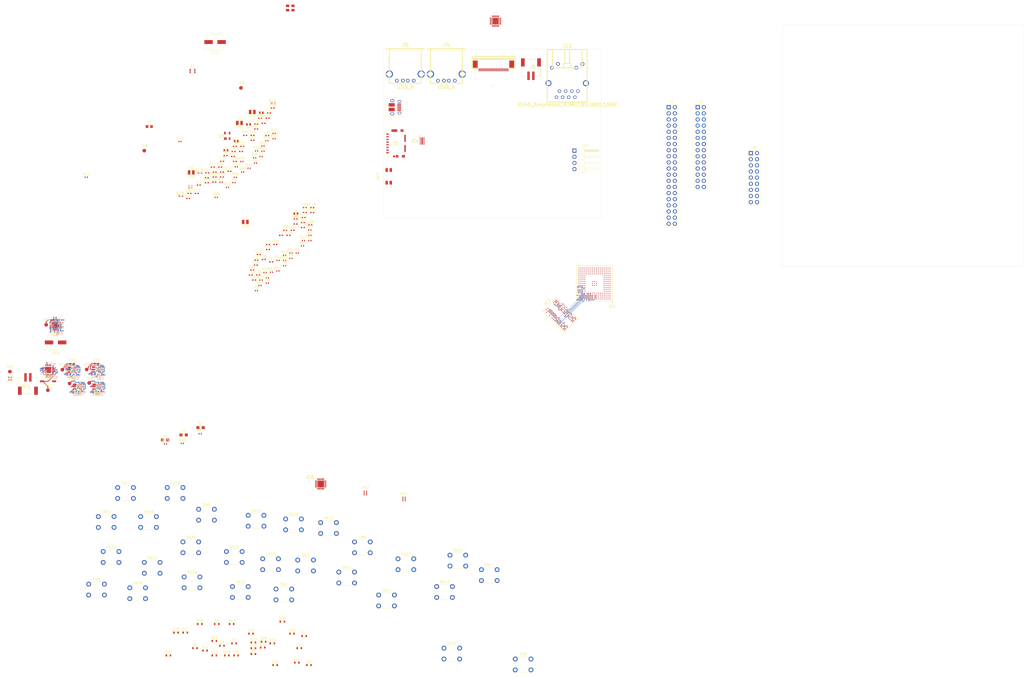
<source format=kicad_pcb>
(kicad_pcb (version 20171130) (host pcbnew 5.1.0-060a0da~80~ubuntu18.04.1)
  (layers (0 F.Cu signal) (1 Hi.Cu signal) (2 Gnd.Cu power) (3 Pwr.Cu power) (4 Lo.Cu signal) (31 B.Cu signal) (34 B.Paste user) (35 F.Paste user) (36 B.SilkS user) (37 F.SilkS user) (38 B.Mask user) (39 F.Mask user) (44 Edge.Cuts user))
  (net 0 "")
  (net 1 GND)
  (net 2 +BATT)
  (net 3 +1V0)
  (net 4 /XIN32)
  (net 5 /XOUT32)
  (net 6 /XIN)
  (net 7 /XOUT)
  (net 8 "Net-(C9-Pad1)")
  (net 9 /CPU_NRST)
  (net 10 +3V3)
  (net 11 "Net-(C12-Pad1)")
  (net 12 "Net-(C13-Pad1)")
  (net 13 /VBG)
  (net 14 "Net-(C17-Pad1)")
  (net 15 "Net-(C18-Pad1)")
  (net 16 "Net-(C19-Pad1)")
  (net 17 VEE)
  (net 18 +1V8)
  (net 19 /DDR_VREF)
  (net 20 "Net-(C36-Pad1)")
  (net 21 "Net-(C40-Pad1)")
  (net 22 VPP)
  (net 23 "Net-(C50-Pad2)")
  (net 24 +5V)
  (net 25 "Net-(C55-Pad2)")
  (net 26 "Net-(C60-Pad2)")
  (net 27 "Net-(C64-Pad2)")
  (net 28 "Net-(C65-Pad1)")
  (net 29 "Net-(C67-Pad2)")
  (net 30 "Net-(C67-Pad1)")
  (net 31 "Net-(C69-Pad1)")
  (net 32 "Net-(C70-Pad1)")
  (net 33 "Net-(C73-Pad1)")
  (net 34 "Net-(C76-Pad2)")
  (net 35 "Net-(D1-Pad1)")
  (net 36 VBUS)
  (net 37 "Net-(D2-Pad1)")
  (net 38 "Net-(D3-Pad2)")
  (net 39 "Net-(D4-Pad2)")
  (net 40 "Net-(D12-Pad1)")
  (net 41 "Net-(D13-Pad1)")
  (net 42 "Net-(D5-Pad2)")
  (net 43 "Net-(D10-Pad1)")
  (net 44 "Net-(D6-Pad2)")
  (net 45 "Net-(D11-Pad1)")
  (net 46 "Net-(D7-Pad2)")
  (net 47 "Net-(D8-Pad2)")
  (net 48 "Net-(D9-Pad2)")
  (net 49 "Net-(D10-Pad2)")
  (net 50 "Net-(D11-Pad2)")
  (net 51 "Net-(D12-Pad2)")
  (net 52 "Net-(D13-Pad2)")
  (net 53 "Net-(D14-Pad2)")
  (net 54 "Net-(D15-Pad2)")
  (net 55 "Net-(D16-Pad2)")
  (net 56 "Net-(D17-Pad2)")
  (net 57 "Net-(D18-Pad2)")
  (net 58 "Net-(D19-Pad2)")
  (net 59 "Net-(D20-Pad2)")
  (net 60 "Net-(D21-Pad2)")
  (net 61 "Net-(D22-Pad2)")
  (net 62 "Net-(D23-Pad2)")
  (net 63 "Net-(D24-Pad2)")
  (net 64 "Net-(D25-Pad2)")
  (net 65 "Net-(D26-Pad2)")
  (net 66 "Net-(D27-Pad2)")
  (net 67 "Net-(D28-Pad2)")
  (net 68 "Net-(D29-Pad2)")
  (net 69 "Net-(D30-Pad2)")
  (net 70 "Net-(D31-Pad2)")
  (net 71 /DEVICE_M)
  (net 72 /DEVICE_P)
  (net 73 "Net-(FL1-Pad2)")
  (net 74 "Net-(FL1-Pad1)")
  (net 75 "Net-(FL2-Pad1)")
  (net 76 "Net-(FL2-Pad2)")
  (net 77 /HOST_P)
  (net 78 /HOST_M)
  (net 79 "Net-(FL3-Pad1)")
  (net 80 "Net-(FL3-Pad2)")
  (net 81 /LHOST_P)
  (net 82 /LHOST_M)
  (net 83 /PB16_AD5)
  (net 84 /PB13_DISPLAY_BACKLIGHT)
  (net 85 "Net-(IC1-PadA3)")
  (net 86 /CPU_WKUP)
  (net 87 "Net-(IC1-PadA8)")
  (net 88 /DQS1)
  (net 89 /DQM0)
  (net 90 /DQS0)
  (net 91 /WEn)
  (net 92 /D14)
  (net 93 /D12)
  (net 94 /D8)
  (net 95 /D2)
  (net 96 /D4)
  (net 97 /BATTVOLT)
  (net 98 /PB10_ETX1)
  (net 99 "Net-(IC1-PadB3)")
  (net 100 /PB12_DISPLAY_RESET)
  (net 101 /NCS1)
  (net 102 "Net-(IC1-PadB9)")
  (net 103 /DQM1)
  (net 104 /RASn)
  (net 105 /SDCKE)
  (net 106 /D13)
  (net 107 /D7)
  (net 108 /D5)
  (net 109 /D3)
  (net 110 /A17)
  (net 111 /PB9_ETX0)
  (net 112 /PB7_ETXEN)
  (net 113 /PB15_AD4)
  (net 114 /PB14_DISPLAY_ADDRESS)
  (net 115 "Net-(IC1-PadC5)")
  (net 116 "Net-(IC1-PadC7)")
  (net 117 /SDA10)
  (net 118 "Net-(IC1-PadC9)")
  (net 119 /CASn)
  (net 120 /D15)
  (net 121 /D11)
  (net 122 /D6)
  (net 123 /D9)
  (net 124 /A16)
  (net 125 /A13)
  (net 126 /PB4_ETXCK)
  (net 127 /PB2_ERXER)
  (net 128 /PB0_ERX0)
  (net 129 /PB1_ERX1)
  (net 130 "Net-(IC1-PadD5)")
  (net 131 /JTAGSEL)
  (net 132 /CPU_SHDN)
  (net 133 "Net-(IC1-PadD9)")
  (net 134 /D10)
  (net 135 /D0)
  (net 136 /D1)
  (net 137 /A15)
  (net 138 /A12)
  (net 139 /PC4)
  (net 140 /CHARGING)
  (net 141 "Net-(IC1-PadE3)")
  (net 142 /PB3_ERXDV)
  (net 143 /A19)
  (net 144 /A18)
  (net 145 /A14)
  (net 146 /A7)
  (net 147 /PC7)
  (net 148 /PC6)
  (net 149 /LOWBATTERY)
  (net 150 /CHARGED)
  (net 151 /A11)
  (net 152 /A8)
  (net 153 /A6)
  (net 154 /PC8)
  (net 155 /PC10)
  (net 156 /PC9)
  (net 157 /PC5)
  (net 158 /A10)
  (net 159 /A9)
  (net 160 /A5)
  (net 161 /A4)
  (net 162 /PC14)
  (net 163 /PC3)
  (net 164 /PC11)
  (net 165 /A2)
  (net 166 /A1)
  (net 167 /A3)
  (net 168 /PC16)
  (net 169 /PC15)
  (net 170 /PC12)
  (net 171 /PC23_RXD3)
  (net 172 /A0)
  (net 173 "Net-(IC1-PadJ16)")
  (net 174 "Net-(IC1-PadJ17)")
  (net 175 /PC20_PWM2)
  (net 176 /PC18_PWM0)
  (net 177 /PC24_RTS3)
  (net 178 "Net-(IC1-PadK4)")
  (net 179 "Net-(IC1-PadK15)")
  (net 180 "Net-(IC1-PadK16)")
  (net 181 "Net-(IC1-PadK17)")
  (net 182 /PC17)
  (net 183 /PC13)
  (net 184 /PA0_TXD0)
  (net 185 /PA2_RTS0)
  (net 186 "Net-(IC1-PadL14)")
  (net 187 "Net-(IC1-PadL15)")
  (net 188 "Net-(IC1-PadL16)")
  (net 189 /HFSDPC)
  (net 190 "Net-(IC1-PadM1)")
  (net 191 /PC25_CTS3)
  (net 192 /PC21_PWM3)
  (net 193 "Net-(IC1-PadM14)")
  (net 194 "Net-(IC1-PadM15)")
  (net 195 "Net-(IC1-PadM16)")
  (net 196 /HFSDMC)
  (net 197 "Net-(IC1-PadN1)")
  (net 198 "Net-(IC1-PadN2)")
  (net 199 /PC19_PWM1)
  (net 200 /PA3_CTS0)
  (net 201 "Net-(IC1-PadN14)")
  (net 202 "Net-(IC1-PadN15)")
  (net 203 "Net-(IC1-PadN16)")
  (net 204 "Net-(IC1-PadN17)")
  (net 205 /PA1_RXD0)
  (net 206 /PC26_SCK3)
  (net 207 /PC22_TXD3)
  (net 208 /PA8_RXD2)
  (net 209 /PA16_MCI0_CDA)
  (net 210 /PA27_TIOB0)
  (net 211 /BMS)
  (net 212 "Net-(IC1-PadP11)")
  (net 213 "Net-(IC1-PadP12)")
  (net 214 "Net-(IC1-PadP13)")
  (net 215 "Net-(IC1-PadP14)")
  (net 216 "Net-(IC1-PadP15)")
  (net 217 /HFSDMB)
  (net 218 /HHSDMB)
  (net 219 /PA5_TXD1)
  (net 220 "Net-(IC1-PadR2)")
  (net 221 /PA7_TXD2)
  (net 222 /PA6_RXD1)
  (net 223 /PA17_MCI0_CK)
  (net 224 /PA22_TIOA1)
  (net 225 /PA26_TCLK2)
  (net 226 /PA30_TWD0)
  (net 227 /PA29_KEY_INT)
  (net 228 /RTCK)
  (net 229 "Net-(IC1-PadR11)")
  (net 230 "Net-(IC1-PadR13)")
  (net 231 "Net-(IC1-PadR14)")
  (net 232 "Net-(IC1-PadR15)")
  (net 233 /HFSDPB)
  (net 234 /HHSDPB)
  (net 235 /PA10_DTXD)
  (net 236 /PA12_SPI0_MOSI)
  (net 237 /PA4_SCK0)
  (net 238 /PA13_SPI0_SPCK)
  (net 239 /PA19_MCI0_DA2)
  (net 240 /PA21_TIOA0)
  (net 241 /PA24_TCLK0)
  (net 242 /PA25_TCLK1)
  (net 243 /TDI)
  (net 244 /TDO)
  (net 245 /CPU_NTRST)
  (net 246 /HFSDPA)
  (net 247 /HFSDMA)
  (net 248 "Net-(IC1-PadU1)")
  (net 249 /PA14_SPI0_NPCS0)
  (net 250 /PA9_DRDX)
  (net 251 /PA15_MCI0_DA0)
  (net 252 /PA18_MCI0_DA1)
  (net 253 /PA20_MCI0_DA3)
  (net 254 /PA23_TIOA2)
  (net 255 /PA28_TIOB1)
  (net 256 /PA31_TWCK0)
  (net 257 /TCK)
  (net 258 /TMS)
  (net 259 /HHSDPA)
  (net 260 /HHSDMA)
  (net 261 "Net-(IC2-PadA2)")
  (net 262 "Net-(IC2-PadA8)")
  (net 263 "Net-(IC2-PadE2)")
  (net 264 "Net-(IC2-PadE8)")
  (net 265 "Net-(IC2-PadR3)")
  (net 266 "Net-(IC2-PadR7)")
  (net 267 "Net-(IC2-PadR8)")
  (net 268 "Net-(IC3-Pad3)")
  (net 269 "Net-(IC4-Pad4)")
  (net 270 "Net-(IC4-Pad5)")
  (net 271 "Net-(IC4-Pad9)")
  (net 272 "Net-(IC4-Pad10)")
  (net 273 "Net-(IC4-Pad11)")
  (net 274 "Net-(IC4-Pad13)")
  (net 275 "Net-(IC4-Pad14)")
  (net 276 "Net-(IC4-Pad15)")
  (net 277 "Net-(IC4-Pad16)")
  (net 278 "Net-(IC5-Pad3)")
  (net 279 "Net-(IC6-Pad3)")
  (net 280 "Net-(IC7-Pad3)")
  (net 281 "Net-(IC8-Pad1)")
  (net 282 "Net-(IC8-Pad2)")
  (net 283 "Net-(IC8-Pad3)")
  (net 284 "Net-(IC8-Pad4)")
  (net 285 "Net-(IC8-Pad5)")
  (net 286 "Net-(IC8-Pad6)")
  (net 287 "Net-(IC8-Pad7)")
  (net 288 "Net-(IC8-Pad8)")
  (net 289 "Net-(IC8-Pad13)")
  (net 290 "Net-(IC8-Pad14)")
  (net 291 "Net-(IC8-Pad15)")
  (net 292 "Net-(IC8-Pad16)")
  (net 293 "Net-(IC8-Pad17)")
  (net 294 "Net-(IC8-Pad18)")
  (net 295 "Net-(J2-Pad6)")
  (net 296 "Net-(J2-Pad4)")
  (net 297 "Net-(J7-Pad15)")
  (net 298 "Net-(J7-Pad16)")
  (net 299 "Net-(J7-Pad17)")
  (net 300 "Net-(J7-Pad18)")
  (net 301 "Net-(J7-Pad19)")
  (net 302 "Net-(J7-Pad20)")
  (net 303 "Net-(J8-Pad2)")
  (net 304 "Net-(J9-Pad17)")
  (net 305 "Net-(J9-Pad8)")
  (net 306 "Net-(J9-Pad7)")
  (net 307 "Net-(J9-Pad6)")
  (net 308 "Net-(J11-Pad13)")
  (net 309 "Net-(L5-Pad1)")
  (net 310 "Net-(J4-Pad5)")
  (net 311 "Net-(J5-Pad5)")
  (net 312 "Net-(R12-Pad1)")
  (net 313 "Net-(R24-Pad1)")
  (net 314 "Net-(R25-Pad1)")
  (net 315 "Net-(R26-Pad1)")
  (net 316 "Net-(R27-Pad1)")
  (net 317 "Net-(R36-Pad2)")
  (net 318 "Net-(R40-Pad2)")
  (net 319 "Net-(R51-Pad2)")
  (net 320 "Net-(R52-Pad2)")
  (net 321 "Net-(R54-Pad2)")
  (net 322 "Net-(J11-PadL4)")
  (net 323 "Net-(J11-PadL1)")
  (net 324 "Net-(RN2-Pad4)")
  (net 325 "Net-(SW1-Pad1)")
  (net 326 "Net-(J11-PadL2)")
  (net 327 "Net-(U2-Pad6)")
  (net 328 "Net-(U3-Pad2)")
  (net 329 "Net-(J11-PadL3)")
  (net 330 "Net-(U4-Pad11)")
  (net 331 "Net-(U4-Pad8)")
  (net 332 "Net-(U4-Pad7)")
  (net 333 "Net-(J11-PadR1)")
  (net 334 "Net-(J11-PadR2)")
  (net 335 "Net-(J11-PadR3)")
  (net 336 "Net-(J11-PadR6)")
  (net 337 /DDR_CLK_N)
  (net 338 /DDR_CLK_P)
  (module AT91SAM9G25-CU-999:BGA217C80P17X17_1500X1500X140 (layer F.Cu) (at 257.3 127 180)
    (fp_text reference IC1 (at -7.4 -9.6 180) (layer F.SilkS) (effects (font (size 1.27 1.27) (thickness 0.254))))
    (fp_text value AT91SAM9G25-CU-999 hide)
    (pad A1 smd circle (at -6.4 -6.4 270) (size 0.37 0.37) (layers F.Cu F.Paste F.Mask) (net 83 /PB16_AD5))
    (pad A2 smd circle (at -5.6 -6.4 270) (size 0.37 0.37) (layers F.Cu F.Paste F.Mask) (net 84 /PB13_DISPLAY_BACKLIGHT))
    (pad A3 smd circle (at -4.8 -6.4 270) (size 0.37 0.37) (layers F.Cu F.Paste F.Mask) (net 85 "Net-(IC1-PadA3)"))
    (pad A4 smd circle (at -4 -6.4 270) (size 0.37 0.37) (layers F.Cu F.Paste F.Mask) (net 10 +3V3))
    (pad A5 smd circle (at -3.2 -6.4 270) (size 0.37 0.37) (layers F.Cu F.Paste F.Mask) (net 5 /XOUT32))
    (pad A6 smd circle (at -2.4 -6.4 270) (size 0.37 0.37) (layers F.Cu F.Paste F.Mask) (net 4 /XIN32))
    (pad A7 smd circle (at -1.6 -6.4 270) (size 0.37 0.37) (layers F.Cu F.Paste F.Mask) (net 86 /CPU_WKUP))
    (pad A8 smd circle (at -0.8 -6.4 270) (size 0.37 0.37) (layers F.Cu F.Paste F.Mask) (net 87 "Net-(IC1-PadA8)"))
    (pad A9 smd circle (at 0 -6.4 270) (size 0.37 0.37) (layers F.Cu F.Paste F.Mask) (net 88 /DQS1))
    (pad A10 smd circle (at 0.8 -6.4 270) (size 0.37 0.37) (layers F.Cu F.Paste F.Mask) (net 89 /DQM0))
    (pad A11 smd circle (at 1.6 -6.4 270) (size 0.37 0.37) (layers F.Cu F.Paste F.Mask) (net 90 /DQS0))
    (pad A12 smd circle (at 2.4 -6.4 270) (size 0.37 0.37) (layers F.Cu F.Paste F.Mask) (net 91 /WEn))
    (pad A13 smd circle (at 3.2 -6.4 270) (size 0.37 0.37) (layers F.Cu F.Paste F.Mask) (net 92 /D14))
    (pad A14 smd circle (at 4 -6.4 270) (size 0.37 0.37) (layers F.Cu F.Paste F.Mask) (net 93 /D12))
    (pad A15 smd circle (at 4.8 -6.4 270) (size 0.37 0.37) (layers F.Cu F.Paste F.Mask) (net 94 /D8))
    (pad A16 smd circle (at 5.6 -6.4 270) (size 0.37 0.37) (layers F.Cu F.Paste F.Mask) (net 95 /D2))
    (pad A17 smd circle (at 6.4 -6.4 270) (size 0.37 0.37) (layers F.Cu F.Paste F.Mask) (net 96 /D4))
    (pad B1 smd circle (at -6.4 -5.6 270) (size 0.37 0.37) (layers F.Cu F.Paste F.Mask) (net 97 /BATTVOLT))
    (pad B2 smd circle (at -5.6 -5.6 270) (size 0.37 0.37) (layers F.Cu F.Paste F.Mask) (net 98 /PB10_ETX1))
    (pad B3 smd circle (at -4.8 -5.6 270) (size 0.37 0.37) (layers F.Cu F.Paste F.Mask) (net 99 "Net-(IC1-PadB3)"))
    (pad B4 smd circle (at -4 -5.6 270) (size 0.37 0.37) (layers F.Cu F.Paste F.Mask) (net 100 /PB12_DISPLAY_RESET))
    (pad B5 smd circle (at -3.2 -5.6 270) (size 0.37 0.37) (layers F.Cu F.Paste F.Mask) (net 17 VEE))
    (pad B6 smd circle (at -2.4 -5.6 270) (size 0.37 0.37) (layers F.Cu F.Paste F.Mask) (net 1 GND))
    (pad B7 smd circle (at -1.6 -5.6 270) (size 0.37 0.37) (layers F.Cu F.Paste F.Mask) (net 1 GND))
    (pad B8 smd circle (at -0.8 -5.6 270) (size 0.37 0.37) (layers F.Cu F.Paste F.Mask) (net 101 /NCS1))
    (pad B9 smd circle (at 0 -5.6 270) (size 0.37 0.37) (layers F.Cu F.Paste F.Mask) (net 102 "Net-(IC1-PadB9)"))
    (pad B10 smd circle (at 0.8 -5.6 270) (size 0.37 0.37) (layers F.Cu F.Paste F.Mask) (net 103 /DQM1))
    (pad B11 smd circle (at 1.6 -5.6 270) (size 0.37 0.37) (layers F.Cu F.Paste F.Mask) (net 104 /RASn))
    (pad B12 smd circle (at 2.4 -5.6 270) (size 0.37 0.37) (layers F.Cu F.Paste F.Mask) (net 105 /SDCKE))
    (pad B13 smd circle (at 3.2 -5.6 270) (size 0.37 0.37) (layers F.Cu F.Paste F.Mask) (net 106 /D13))
    (pad B14 smd circle (at 4 -5.6 270) (size 0.37 0.37) (layers F.Cu F.Paste F.Mask) (net 107 /D7))
    (pad B15 smd circle (at 4.8 -5.6 270) (size 0.37 0.37) (layers F.Cu F.Paste F.Mask) (net 108 /D5))
    (pad B16 smd circle (at 5.6 -5.6 270) (size 0.37 0.37) (layers F.Cu F.Paste F.Mask) (net 109 /D3))
    (pad B17 smd circle (at 6.4 -5.6 270) (size 0.37 0.37) (layers F.Cu F.Paste F.Mask) (net 110 /A17))
    (pad C1 smd circle (at -6.4 -4.8 270) (size 0.37 0.37) (layers F.Cu F.Paste F.Mask) (net 111 /PB9_ETX0))
    (pad C2 smd circle (at -5.6 -4.8 270) (size 0.37 0.37) (layers F.Cu F.Paste F.Mask) (net 112 /PB7_ETXEN))
    (pad C3 smd circle (at -4.8 -4.8 270) (size 0.37 0.37) (layers F.Cu F.Paste F.Mask) (net 113 /PB15_AD4))
    (pad C4 smd circle (at -4 -4.8 270) (size 0.37 0.37) (layers F.Cu F.Paste F.Mask) (net 114 /PB14_DISPLAY_ADDRESS))
    (pad C5 smd circle (at -3.2 -4.8 270) (size 0.37 0.37) (layers F.Cu F.Paste F.Mask) (net 115 "Net-(IC1-PadC5)"))
    (pad C6 smd circle (at -2.4 -4.8 270) (size 0.37 0.37) (layers F.Cu F.Paste F.Mask) (net 15 "Net-(C18-Pad1)"))
    (pad C7 smd circle (at -1.6 -4.8 270) (size 0.37 0.37) (layers F.Cu F.Paste F.Mask) (net 116 "Net-(IC1-PadC7)"))
    (pad C8 smd circle (at -0.8 -4.8 270) (size 0.37 0.37) (layers F.Cu F.Paste F.Mask) (net 117 /SDA10))
    (pad C9 smd circle (at 0 -4.8 270) (size 0.37 0.37) (layers F.Cu F.Paste F.Mask) (net 118 "Net-(IC1-PadC9)"))
    (pad C10 smd circle (at 0.8 -4.8 270) (size 0.37 0.37) (layers F.Cu F.Paste F.Mask) (net 119 /CASn))
    (pad C11 smd circle (at 1.6 -4.8 270) (size 0.37 0.37) (layers F.Cu F.Paste F.Mask) (net 337 /DDR_CLK_N))
    (pad C12 smd circle (at 2.4 -4.8 270) (size 0.37 0.37) (layers F.Cu F.Paste F.Mask) (net 120 /D15))
    (pad C13 smd circle (at 3.2 -4.8 270) (size 0.37 0.37) (layers F.Cu F.Paste F.Mask) (net 121 /D11))
    (pad C14 smd circle (at 4 -4.8 270) (size 0.37 0.37) (layers F.Cu F.Paste F.Mask) (net 122 /D6))
    (pad C15 smd circle (at 4.8 -4.8 270) (size 0.37 0.37) (layers F.Cu F.Paste F.Mask) (net 123 /D9))
    (pad C16 smd circle (at 5.6 -4.8 270) (size 0.37 0.37) (layers F.Cu F.Paste F.Mask) (net 124 /A16))
    (pad C17 smd circle (at 6.4 -4.8 270) (size 0.37 0.37) (layers F.Cu F.Paste F.Mask) (net 125 /A13))
    (pad D1 smd circle (at -6.4 -4 270) (size 0.37 0.37) (layers F.Cu F.Paste F.Mask) (net 126 /PB4_ETXCK))
    (pad D2 smd circle (at -5.6 -4 270) (size 0.37 0.37) (layers F.Cu F.Paste F.Mask) (net 127 /PB2_ERXER))
    (pad D3 smd circle (at -4.8 -4 270) (size 0.37 0.37) (layers F.Cu F.Paste F.Mask) (net 128 /PB0_ERX0))
    (pad D4 smd circle (at -4 -4 270) (size 0.37 0.37) (layers F.Cu F.Paste F.Mask) (net 129 /PB1_ERX1))
    (pad D5 smd circle (at -3.2 -4 270) (size 0.37 0.37) (layers F.Cu F.Paste F.Mask) (net 130 "Net-(IC1-PadD5)"))
    (pad D6 smd circle (at -2.4 -4 270) (size 0.37 0.37) (layers F.Cu F.Paste F.Mask) (net 1 GND))
    (pad D7 smd circle (at -1.6 -4 270) (size 0.37 0.37) (layers F.Cu F.Paste F.Mask) (net 131 /JTAGSEL))
    (pad D8 smd circle (at -0.8 -4 270) (size 0.37 0.37) (layers F.Cu F.Paste F.Mask) (net 132 /CPU_SHDN))
    (pad D9 smd circle (at 0 -4 270) (size 0.37 0.37) (layers F.Cu F.Paste F.Mask) (net 133 "Net-(IC1-PadD9)"))
    (pad D10 smd circle (at 0.8 -4 270) (size 0.37 0.37) (layers F.Cu F.Paste F.Mask) (net 18 +1V8))
    (pad D11 smd circle (at 1.6 -4 270) (size 0.37 0.37) (layers F.Cu F.Paste F.Mask) (net 338 /DDR_CLK_P))
    (pad D12 smd circle (at 2.4 -4 270) (size 0.37 0.37) (layers F.Cu F.Paste F.Mask) (net 134 /D10))
    (pad D13 smd circle (at 3.2 -4 270) (size 0.37 0.37) (layers F.Cu F.Paste F.Mask) (net 18 +1V8))
    (pad D14 smd circle (at 4 -4 270) (size 0.37 0.37) (layers F.Cu F.Paste F.Mask) (net 135 /D0))
    (pad D15 smd circle (at 4.8 -4 270) (size 0.37 0.37) (layers F.Cu F.Paste F.Mask) (net 136 /D1))
    (pad D16 smd circle (at 5.6 -4 270) (size 0.37 0.37) (layers F.Cu F.Paste F.Mask) (net 137 /A15))
    (pad D17 smd circle (at 6.4 -4 270) (size 0.37 0.37) (layers F.Cu F.Paste F.Mask) (net 138 /A12))
    (pad E1 smd circle (at -6.4 -3.2 270) (size 0.37 0.37) (layers F.Cu F.Paste F.Mask) (net 139 /PC4))
    (pad E2 smd circle (at -5.6 -3.2 270) (size 0.37 0.37) (layers F.Cu F.Paste F.Mask) (net 140 /CHARGING))
    (pad E3 smd circle (at -4.8 -3.2 270) (size 0.37 0.37) (layers F.Cu F.Paste F.Mask) (net 141 "Net-(IC1-PadE3)"))
    (pad E4 smd circle (at -4 -3.2 270) (size 0.37 0.37) (layers F.Cu F.Paste F.Mask) (net 142 /PB3_ERXDV))
    (pad E14 smd circle (at 4 -3.2 270) (size 0.37 0.37) (layers F.Cu F.Paste F.Mask) (net 143 /A19))
    (pad E15 smd circle (at 4.8 -3.2 270) (size 0.37 0.37) (layers F.Cu F.Paste F.Mask) (net 144 /A18))
    (pad E16 smd circle (at 5.6 -3.2 270) (size 0.37 0.37) (layers F.Cu F.Paste F.Mask) (net 145 /A14))
    (pad E17 smd circle (at 6.4 -3.2 270) (size 0.37 0.37) (layers F.Cu F.Paste F.Mask) (net 146 /A7))
    (pad F1 smd circle (at -6.4 -2.4 270) (size 0.37 0.37) (layers F.Cu F.Paste F.Mask) (net 147 /PC7))
    (pad F2 smd circle (at -5.6 -2.4 270) (size 0.37 0.37) (layers F.Cu F.Paste F.Mask) (net 148 /PC6))
    (pad F3 smd circle (at -4.8 -2.4 270) (size 0.37 0.37) (layers F.Cu F.Paste F.Mask) (net 149 /LOWBATTERY))
    (pad F4 smd circle (at -4 -2.4 270) (size 0.37 0.37) (layers F.Cu F.Paste F.Mask) (net 150 /CHARGED))
    (pad F14 smd circle (at 4 -2.4 270) (size 0.37 0.37) (layers F.Cu F.Paste F.Mask) (net 18 +1V8))
    (pad F15 smd circle (at 4.8 -2.4 270) (size 0.37 0.37) (layers F.Cu F.Paste F.Mask) (net 151 /A11))
    (pad F16 smd circle (at 5.6 -2.4 270) (size 0.37 0.37) (layers F.Cu F.Paste F.Mask) (net 152 /A8))
    (pad F17 smd circle (at 6.4 -2.4 270) (size 0.37 0.37) (layers F.Cu F.Paste F.Mask) (net 153 /A6))
    (pad G1 smd circle (at -6.4 -1.6 270) (size 0.37 0.37) (layers F.Cu F.Paste F.Mask) (net 154 /PC8))
    (pad G2 smd circle (at -5.6 -1.6 270) (size 0.37 0.37) (layers F.Cu F.Paste F.Mask) (net 155 /PC10))
    (pad G3 smd circle (at -4.8 -1.6 270) (size 0.37 0.37) (layers F.Cu F.Paste F.Mask) (net 156 /PC9))
    (pad G4 smd circle (at -4 -1.6 270) (size 0.37 0.37) (layers F.Cu F.Paste F.Mask) (net 157 /PC5))
    (pad G14 smd circle (at 4 -1.6 270) (size 0.37 0.37) (layers F.Cu F.Paste F.Mask) (net 158 /A10))
    (pad G15 smd circle (at 4.8 -1.6 270) (size 0.37 0.37) (layers F.Cu F.Paste F.Mask) (net 159 /A9))
    (pad G16 smd circle (at 5.6 -1.6 270) (size 0.37 0.37) (layers F.Cu F.Paste F.Mask) (net 160 /A5))
    (pad G17 smd circle (at 6.4 -1.6 270) (size 0.37 0.37) (layers F.Cu F.Paste F.Mask) (net 161 /A4))
    (pad H1 smd circle (at -6.4 -0.8 270) (size 0.37 0.37) (layers F.Cu F.Paste F.Mask) (net 162 /PC14))
    (pad H2 smd circle (at -5.6 -0.8 270) (size 0.37 0.37) (layers F.Cu F.Paste F.Mask) (net 163 /PC3))
    (pad H3 smd circle (at -4.8 -0.8 270) (size 0.37 0.37) (layers F.Cu F.Paste F.Mask) (net 164 /PC11))
    (pad H4 smd circle (at -4 -0.8 270) (size 0.37 0.37) (layers F.Cu F.Paste F.Mask) (net 10 +3V3))
    (pad H8 smd circle (at -0.8 -0.8 270) (size 0.37 0.37) (layers F.Cu F.Paste F.Mask) (net 1 GND))
    (pad H9 smd circle (at 0 -0.8 270) (size 0.37 0.37) (layers F.Cu F.Paste F.Mask) (net 1 GND))
    (pad H10 smd circle (at 0.8 -0.8 270) (size 0.37 0.37) (layers F.Cu F.Paste F.Mask) (net 1 GND))
    (pad H14 smd circle (at 4 -0.8 270) (size 0.37 0.37) (layers F.Cu F.Paste F.Mask) (net 3 +1V0))
    (pad H15 smd circle (at 4.8 -0.8 270) (size 0.37 0.37) (layers F.Cu F.Paste F.Mask) (net 165 /A2))
    (pad H16 smd circle (at 5.6 -0.8 270) (size 0.37 0.37) (layers F.Cu F.Paste F.Mask) (net 166 /A1))
    (pad H17 smd circle (at 6.4 -0.8 270) (size 0.37 0.37) (layers F.Cu F.Paste F.Mask) (net 167 /A3))
    (pad J1 smd circle (at -6.4 0 270) (size 0.37 0.37) (layers F.Cu F.Paste F.Mask) (net 168 /PC16))
    (pad J2 smd circle (at -5.6 0 270) (size 0.37 0.37) (layers F.Cu F.Paste F.Mask) (net 169 /PC15))
    (pad J3 smd circle (at -4.8 0 270) (size 0.37 0.37) (layers F.Cu F.Paste F.Mask) (net 170 /PC12))
    (pad J4 smd circle (at -4 0 270) (size 0.37 0.37) (layers F.Cu F.Paste F.Mask) (net 171 /PC23_RXD3))
    (pad J8 smd circle (at -0.8 0 270) (size 0.37 0.37) (layers F.Cu F.Paste F.Mask) (net 1 GND))
    (pad J9 smd circle (at 0 0 270) (size 0.37 0.37) (layers F.Cu F.Paste F.Mask) (net 1 GND))
    (pad J10 smd circle (at 0.8 0 270) (size 0.37 0.37) (layers F.Cu F.Paste F.Mask) (net 1 GND))
    (pad J14 smd circle (at 4 0 270) (size 0.37 0.37) (layers F.Cu F.Paste F.Mask) (net 10 +3V3))
    (pad J15 smd circle (at 4.8 0 270) (size 0.37 0.37) (layers F.Cu F.Paste F.Mask) (net 172 /A0))
    (pad J16 smd circle (at 5.6 0 270) (size 0.37 0.37) (layers F.Cu F.Paste F.Mask) (net 173 "Net-(IC1-PadJ16)"))
    (pad J17 smd circle (at 6.4 0 270) (size 0.37 0.37) (layers F.Cu F.Paste F.Mask) (net 174 "Net-(IC1-PadJ17)"))
    (pad K1 smd circle (at -6.4 0.8 270) (size 0.37 0.37) (layers F.Cu F.Paste F.Mask) (net 175 /PC20_PWM2))
    (pad K2 smd circle (at -5.6 0.8 270) (size 0.37 0.37) (layers F.Cu F.Paste F.Mask) (net 176 /PC18_PWM0))
    (pad K3 smd circle (at -4.8 0.8 270) (size 0.37 0.37) (layers F.Cu F.Paste F.Mask) (net 177 /PC24_RTS3))
    (pad K4 smd circle (at -4 0.8 270) (size 0.37 0.37) (layers F.Cu F.Paste F.Mask) (net 178 "Net-(IC1-PadK4)"))
    (pad K8 smd circle (at -0.8 0.8 270) (size 0.37 0.37) (layers F.Cu F.Paste F.Mask) (net 3 +1V0))
    (pad K9 smd circle (at 0 0.8 270) (size 0.37 0.37) (layers F.Cu F.Paste F.Mask) (net 3 +1V0))
    (pad K10 smd circle (at 0.8 0.8 270) (size 0.37 0.37) (layers F.Cu F.Paste F.Mask) (net 1 GND))
    (pad K14 smd circle (at 4 0.8 270) (size 0.37 0.37) (layers F.Cu F.Paste F.Mask) (net 10 +3V3))
    (pad K15 smd circle (at 4.8 0.8 270) (size 0.37 0.37) (layers F.Cu F.Paste F.Mask) (net 179 "Net-(IC1-PadK15)"))
    (pad K16 smd circle (at 5.6 0.8 270) (size 0.37 0.37) (layers F.Cu F.Paste F.Mask) (net 180 "Net-(IC1-PadK16)"))
    (pad K17 smd circle (at 6.4 0.8 270) (size 0.37 0.37) (layers F.Cu F.Paste F.Mask) (net 181 "Net-(IC1-PadK17)"))
    (pad L1 smd circle (at -6.4 1.6 270) (size 0.37 0.37) (layers F.Cu F.Paste F.Mask) (net 182 /PC17))
    (pad L2 smd circle (at -5.6 1.6 270) (size 0.37 0.37) (layers F.Cu F.Paste F.Mask) (net 183 /PC13))
    (pad L3 smd circle (at -4.8 1.6 270) (size 0.37 0.37) (layers F.Cu F.Paste F.Mask) (net 184 /PA0_TXD0))
    (pad L4 smd circle (at -4 1.6 270) (size 0.37 0.37) (layers F.Cu F.Paste F.Mask) (net 185 /PA2_RTS0))
    (pad L14 smd circle (at 4 1.6 270) (size 0.37 0.37) (layers F.Cu F.Paste F.Mask) (net 186 "Net-(IC1-PadL14)"))
    (pad L15 smd circle (at 4.8 1.6 270) (size 0.37 0.37) (layers F.Cu F.Paste F.Mask) (net 187 "Net-(IC1-PadL15)"))
    (pad L16 smd circle (at 5.6 1.6 270) (size 0.37 0.37) (layers F.Cu F.Paste F.Mask) (net 188 "Net-(IC1-PadL16)"))
    (pad L17 smd circle (at 6.4 1.6 270) (size 0.37 0.37) (layers F.Cu F.Paste F.Mask) (net 189 /HFSDPC))
    (pad M1 smd circle (at -6.4 2.4 270) (size 0.37 0.37) (layers F.Cu F.Paste F.Mask) (net 190 "Net-(IC1-PadM1)"))
    (pad M2 smd circle (at -5.6 2.4 270) (size 0.37 0.37) (layers F.Cu F.Paste F.Mask) (net 191 /PC25_CTS3))
    (pad M3 smd circle (at -4.8 2.4 270) (size 0.37 0.37) (layers F.Cu F.Paste F.Mask) (net 192 /PC21_PWM3))
    (pad M4 smd circle (at -4 2.4 270) (size 0.37 0.37) (layers F.Cu F.Paste F.Mask) (net 1 GND))
    (pad M14 smd circle (at 4 2.4 270) (size 0.37 0.37) (layers F.Cu F.Paste F.Mask) (net 193 "Net-(IC1-PadM14)"))
    (pad M15 smd circle (at 4.8 2.4 270) (size 0.37 0.37) (layers F.Cu F.Paste F.Mask) (net 194 "Net-(IC1-PadM15)"))
    (pad M16 smd circle (at 5.6 2.4 270) (size 0.37 0.37) (layers F.Cu F.Paste F.Mask) (net 195 "Net-(IC1-PadM16)"))
    (pad M17 smd circle (at 6.4 2.4 270) (size 0.37 0.37) (layers F.Cu F.Paste F.Mask) (net 196 /HFSDMC))
    (pad N1 smd circle (at -6.4 3.2 270) (size 0.37 0.37) (layers F.Cu F.Paste F.Mask) (net 197 "Net-(IC1-PadN1)"))
    (pad N2 smd circle (at -5.6 3.2 270) (size 0.37 0.37) (layers F.Cu F.Paste F.Mask) (net 198 "Net-(IC1-PadN2)"))
    (pad N3 smd circle (at -4.8 3.2 270) (size 0.37 0.37) (layers F.Cu F.Paste F.Mask) (net 199 /PC19_PWM1))
    (pad N4 smd circle (at -4 3.2 270) (size 0.37 0.37) (layers F.Cu F.Paste F.Mask) (net 200 /PA3_CTS0))
    (pad N14 smd circle (at 4 3.2 270) (size 0.37 0.37) (layers F.Cu F.Paste F.Mask) (net 201 "Net-(IC1-PadN14)"))
    (pad N15 smd circle (at 4.8 3.2 270) (size 0.37 0.37) (layers F.Cu F.Paste F.Mask) (net 202 "Net-(IC1-PadN15)"))
    (pad N16 smd circle (at 5.6 3.2 270) (size 0.37 0.37) (layers F.Cu F.Paste F.Mask) (net 203 "Net-(IC1-PadN16)"))
    (pad N17 smd circle (at 6.4 3.2 270) (size 0.37 0.37) (layers F.Cu F.Paste F.Mask) (net 204 "Net-(IC1-PadN17)"))
    (pad P1 smd circle (at -6.4 4 270) (size 0.37 0.37) (layers F.Cu F.Paste F.Mask) (net 205 /PA1_RXD0))
    (pad P2 smd circle (at -5.6 4 270) (size 0.37 0.37) (layers F.Cu F.Paste F.Mask) (net 206 /PC26_SCK3))
    (pad P3 smd circle (at -4.8 4 270) (size 0.37 0.37) (layers F.Cu F.Paste F.Mask) (net 207 /PC22_TXD3))
    (pad P4 smd circle (at -4 4 270) (size 0.37 0.37) (layers F.Cu F.Paste F.Mask) (net 208 /PA8_RXD2))
    (pad P5 smd circle (at -3.2 4 270) (size 0.37 0.37) (layers F.Cu F.Paste F.Mask) (net 209 /PA16_MCI0_CDA))
    (pad P6 smd circle (at -2.4 4 270) (size 0.37 0.37) (layers F.Cu F.Paste F.Mask) (net 1 GND))
    (pad P7 smd circle (at -1.6 4 270) (size 0.37 0.37) (layers F.Cu F.Paste F.Mask) (net 10 +3V3))
    (pad P8 smd circle (at -0.8 4 270) (size 0.37 0.37) (layers F.Cu F.Paste F.Mask) (net 210 /PA27_TIOB0))
    (pad P9 smd circle (at 0 4 270) (size 0.37 0.37) (layers F.Cu F.Paste F.Mask) (net 211 /BMS))
    (pad P10 smd circle (at 0.8 4 270) (size 0.37 0.37) (layers F.Cu F.Paste F.Mask) (net 9 /CPU_NRST))
    (pad P11 smd circle (at 1.6 4 270) (size 0.37 0.37) (layers F.Cu F.Paste F.Mask) (net 212 "Net-(IC1-PadP11)"))
    (pad P12 smd circle (at 2.4 4 270) (size 0.37 0.37) (layers F.Cu F.Paste F.Mask) (net 213 "Net-(IC1-PadP12)"))
    (pad P13 smd circle (at 3.2 4 270) (size 0.37 0.37) (layers F.Cu F.Paste F.Mask) (net 214 "Net-(IC1-PadP13)"))
    (pad P14 smd circle (at 4 4 270) (size 0.37 0.37) (layers F.Cu F.Paste F.Mask) (net 215 "Net-(IC1-PadP14)"))
    (pad P15 smd circle (at 4.8 4 270) (size 0.37 0.37) (layers F.Cu F.Paste F.Mask) (net 216 "Net-(IC1-PadP15)"))
    (pad P16 smd circle (at 5.6 4 270) (size 0.37 0.37) (layers F.Cu F.Paste F.Mask) (net 217 /HFSDMB))
    (pad P17 smd circle (at 6.4 4 270) (size 0.37 0.37) (layers F.Cu F.Paste F.Mask) (net 218 /HHSDMB))
    (pad R1 smd circle (at -6.4 4.8 270) (size 0.37 0.37) (layers F.Cu F.Paste F.Mask) (net 219 /PA5_TXD1))
    (pad R2 smd circle (at -5.6 4.8 270) (size 0.37 0.37) (layers F.Cu F.Paste F.Mask) (net 220 "Net-(IC1-PadR2)"))
    (pad R3 smd circle (at -4.8 4.8 270) (size 0.37 0.37) (layers F.Cu F.Paste F.Mask) (net 221 /PA7_TXD2))
    (pad R4 smd circle (at -4 4.8 270) (size 0.37 0.37) (layers F.Cu F.Paste F.Mask) (net 222 /PA6_RXD1))
    (pad R5 smd circle (at -3.2 4.8 270) (size 0.37 0.37) (layers F.Cu F.Paste F.Mask) (net 223 /PA17_MCI0_CK))
    (pad R6 smd circle (at -2.4 4.8 270) (size 0.37 0.37) (layers F.Cu F.Paste F.Mask) (net 224 /PA22_TIOA1))
    (pad R7 smd circle (at -1.6 4.8 270) (size 0.37 0.37) (layers F.Cu F.Paste F.Mask) (net 225 /PA26_TCLK2))
    (pad R8 smd circle (at -0.8 4.8 270) (size 0.37 0.37) (layers F.Cu F.Paste F.Mask) (net 226 /PA30_TWD0))
    (pad R9 smd circle (at 0 4.8 270) (size 0.37 0.37) (layers F.Cu F.Paste F.Mask) (net 227 /PA29_KEY_INT))
    (pad R10 smd circle (at 0.8 4.8 270) (size 0.37 0.37) (layers F.Cu F.Paste F.Mask) (net 228 /RTCK))
    (pad R11 smd circle (at 1.6 4.8 270) (size 0.37 0.37) (layers F.Cu F.Paste F.Mask) (net 229 "Net-(IC1-PadR11)"))
    (pad R12 smd circle (at 2.4 4.8 270) (size 0.37 0.37) (layers F.Cu F.Paste F.Mask) (net 12 "Net-(C13-Pad1)"))
    (pad R13 smd circle (at 3.2 4.8 270) (size 0.37 0.37) (layers F.Cu F.Paste F.Mask) (net 230 "Net-(IC1-PadR13)"))
    (pad R14 smd circle (at 4 4.8 270) (size 0.37 0.37) (layers F.Cu F.Paste F.Mask) (net 231 "Net-(IC1-PadR14)"))
    (pad R15 smd circle (at 4.8 4.8 270) (size 0.37 0.37) (layers F.Cu F.Paste F.Mask) (net 232 "Net-(IC1-PadR15)"))
    (pad R16 smd circle (at 5.6 4.8 270) (size 0.37 0.37) (layers F.Cu F.Paste F.Mask) (net 233 /HFSDPB))
    (pad R17 smd circle (at 6.4 4.8 270) (size 0.37 0.37) (layers F.Cu F.Paste F.Mask) (net 234 /HHSDPB))
    (pad T1 smd circle (at -6.4 5.6 270) (size 0.37 0.37) (layers F.Cu F.Paste F.Mask) (net 235 /PA10_DTXD))
    (pad T2 smd circle (at -5.6 5.6 270) (size 0.37 0.37) (layers F.Cu F.Paste F.Mask) (net 236 /PA12_SPI0_MOSI))
    (pad T3 smd circle (at -4.8 5.6 270) (size 0.37 0.37) (layers F.Cu F.Paste F.Mask) (net 237 /PA4_SCK0))
    (pad T4 smd circle (at -4 5.6 270) (size 0.37 0.37) (layers F.Cu F.Paste F.Mask) (net 238 /PA13_SPI0_SPCK))
    (pad T5 smd circle (at -3.2 5.6 270) (size 0.37 0.37) (layers F.Cu F.Paste F.Mask) (net 239 /PA19_MCI0_DA2))
    (pad T6 smd circle (at -2.4 5.6 270) (size 0.37 0.37) (layers F.Cu F.Paste F.Mask) (net 240 /PA21_TIOA0))
    (pad T7 smd circle (at -1.6 5.6 270) (size 0.37 0.37) (layers F.Cu F.Paste F.Mask) (net 241 /PA24_TCLK0))
    (pad T8 smd circle (at -0.8 5.6 270) (size 0.37 0.37) (layers F.Cu F.Paste F.Mask) (net 242 /PA25_TCLK1))
    (pad T9 smd circle (at 0 5.6 270) (size 0.37 0.37) (layers F.Cu F.Paste F.Mask) (net 243 /TDI))
    (pad T10 smd circle (at 0.8 5.6 270) (size 0.37 0.37) (layers F.Cu F.Paste F.Mask) (net 244 /TDO))
    (pad T11 smd circle (at 1.6 5.6 270) (size 0.37 0.37) (layers F.Cu F.Paste F.Mask) (net 245 /CPU_NTRST))
    (pad T12 smd circle (at 2.4 5.6 270) (size 0.37 0.37) (layers F.Cu F.Paste F.Mask) (net 6 /XIN))
    (pad T13 smd circle (at 3.2 5.6 270) (size 0.37 0.37) (layers F.Cu F.Paste F.Mask) (net 8 "Net-(C9-Pad1)"))
    (pad T14 smd circle (at 4 5.6 270) (size 0.37 0.37) (layers F.Cu F.Paste F.Mask) (net 246 /HFSDPA))
    (pad T15 smd circle (at 4.8 5.6 270) (size 0.37 0.37) (layers F.Cu F.Paste F.Mask) (net 247 /HFSDMA))
    (pad T16 smd circle (at 5.6 5.6 270) (size 0.37 0.37) (layers F.Cu F.Paste F.Mask) (net 1 GND))
    (pad T17 smd circle (at 6.4 5.6 270) (size 0.37 0.37) (layers F.Cu F.Paste F.Mask) (net 3 +1V0))
    (pad U1 smd circle (at -6.4 6.4 270) (size 0.37 0.37) (layers F.Cu F.Paste F.Mask) (net 248 "Net-(IC1-PadU1)"))
    (pad U2 smd circle (at -5.6 6.4 270) (size 0.37 0.37) (layers F.Cu F.Paste F.Mask) (net 249 /PA14_SPI0_NPCS0))
    (pad U3 smd circle (at -4.8 6.4 270) (size 0.37 0.37) (layers F.Cu F.Paste F.Mask) (net 250 /PA9_DRDX))
    (pad U4 smd circle (at -4 6.4 270) (size 0.37 0.37) (layers F.Cu F.Paste F.Mask) (net 251 /PA15_MCI0_DA0))
    (pad U5 smd circle (at -3.2 6.4 270) (size 0.37 0.37) (layers F.Cu F.Paste F.Mask) (net 252 /PA18_MCI0_DA1))
    (pad U6 smd circle (at -2.4 6.4 270) (size 0.37 0.37) (layers F.Cu F.Paste F.Mask) (net 253 /PA20_MCI0_DA3))
    (pad U7 smd circle (at -1.6 6.4 270) (size 0.37 0.37) (layers F.Cu F.Paste F.Mask) (net 254 /PA23_TIOA2))
    (pad U8 smd circle (at -0.8 6.4 270) (size 0.37 0.37) (layers F.Cu F.Paste F.Mask) (net 255 /PA28_TIOB1))
    (pad U9 smd circle (at 0 6.4 270) (size 0.37 0.37) (layers F.Cu F.Paste F.Mask) (net 256 /PA31_TWCK0))
    (pad U10 smd circle (at 0.8 6.4 270) (size 0.37 0.37) (layers F.Cu F.Paste F.Mask) (net 257 /TCK))
    (pad U11 smd circle (at 1.6 6.4 270) (size 0.37 0.37) (layers F.Cu F.Paste F.Mask) (net 258 /TMS))
    (pad U12 smd circle (at 2.4 6.4 270) (size 0.37 0.37) (layers F.Cu F.Paste F.Mask) (net 7 /XOUT))
    (pad U13 smd circle (at 3.2 6.4 270) (size 0.37 0.37) (layers F.Cu F.Paste F.Mask) (net 1 GND))
    (pad U14 smd circle (at 4 6.4 270) (size 0.37 0.37) (layers F.Cu F.Paste F.Mask) (net 259 /HHSDPA))
    (pad U15 smd circle (at 4.8 6.4 270) (size 0.37 0.37) (layers F.Cu F.Paste F.Mask) (net 260 /HHSDMA))
    (pad U16 smd circle (at 5.6 6.4 270) (size 0.37 0.37) (layers F.Cu F.Paste F.Mask) (net 10 +3V3))
    (pad U17 smd circle (at 6.4 6.4 270) (size 0.37 0.37) (layers F.Cu F.Paste F.Mask) (net 13 /VBG))
  )
  (module Housings_DFN_QFN:QFN-20-1EP_4x4mm_Pitch0.5mm (layer F.Cu) (at 31.2 162.8 180)
    (fp_text reference U2 (at 0 -3.33 180) (layer F.SilkS))
    (fp_text value MCP73871)
    (pad 21 smd rect (at -0.625 -0.625 180) (size 1.25 1.25) (layers F.Cu F.Paste F.Mask) (net 1 GND))
    (pad 21 smd rect (at -0.625 0.625 180) (size 1.25 1.25) (layers F.Cu F.Paste F.Mask) (net 1 GND))
    (pad 21 smd rect (at 0.625 -0.625 180) (size 1.25 1.25) (layers F.Cu F.Paste F.Mask) (net 1 GND))
    (pad 21 smd rect (at 0.625 0.625 180) (size 1.25 1.25) (layers F.Cu F.Paste F.Mask) (net 1 GND))
    (pad 20 smd rect (at -1 -1.965 270) (size 0.73 0.3) (layers F.Cu F.Paste F.Mask) (net 325 "Net-(SW1-Pad1)"))
    (pad 19 smd rect (at -0.5 -1.965 270) (size 0.73 0.3) (layers F.Cu F.Paste F.Mask) (net 36 VBUS))
    (pad 18 smd rect (at 0 -1.965 270) (size 0.73 0.3) (layers F.Cu F.Paste F.Mask) (net 36 VBUS))
    (pad 17 smd rect (at 0.5 -1.965 270) (size 0.73 0.3) (layers F.Cu F.Paste F.Mask) (net 36 VBUS))
    (pad 16 smd rect (at 1 -1.965 270) (size 0.73 0.3) (layers F.Cu F.Paste F.Mask) (net 2 +BATT))
    (pad 15 smd rect (at 1.965 -1 180) (size 0.73 0.3) (layers F.Cu F.Paste F.Mask) (net 2 +BATT))
    (pad 14 smd rect (at 1.965 -0.5 180) (size 0.73 0.3) (layers F.Cu F.Paste F.Mask) (net 2 +BATT))
    (pad 13 smd rect (at 1.965 0 180) (size 0.73 0.3) (layers F.Cu F.Paste F.Mask) (net 314 "Net-(R25-Pad1)"))
    (pad 12 smd rect (at 1.965 0.5 180) (size 0.73 0.3) (layers F.Cu F.Paste F.Mask) (net 315 "Net-(R26-Pad1)"))
    (pad 11 smd rect (at 1.965 1 180) (size 0.73 0.3) (layers F.Cu F.Paste F.Mask) (net 1 GND))
    (pad 10 smd rect (at 1 1.965 270) (size 0.73 0.3) (layers F.Cu F.Paste F.Mask) (net 1 GND))
    (pad 9 smd rect (at 0.5 1.965 270) (size 0.73 0.3) (layers F.Cu F.Paste F.Mask) (net 36 VBUS))
    (pad 8 smd rect (at 0 1.965 270) (size 0.73 0.3) (layers F.Cu F.Paste F.Mask) (net 140 /CHARGING))
    (pad 7 smd rect (at -0.5 1.965 270) (size 0.73 0.3) (layers F.Cu F.Paste F.Mask) (net 150 /CHARGED))
    (pad 6 smd rect (at -1 1.965 270) (size 0.73 0.3) (layers F.Cu F.Paste F.Mask) (net 327 "Net-(U2-Pad6)"))
    (pad 5 smd rect (at -1.965 1 180) (size 0.73 0.3) (layers F.Cu F.Paste F.Mask) (net 316 "Net-(R27-Pad1)"))
    (pad 4 smd rect (at -1.965 0.5 180) (size 0.73 0.3) (layers F.Cu F.Paste F.Mask) (net 36 VBUS))
    (pad 3 smd rect (at -1.965 0 180) (size 0.73 0.3) (layers F.Cu F.Paste F.Mask) (net 36 VBUS))
    (pad 2 smd rect (at -1.965 -0.5 180) (size 0.73 0.3) (layers F.Cu F.Paste F.Mask) (net 313 "Net-(R24-Pad1)"))
    (pad 1 smd rect (at -1.965 -1 180) (size 0.73 0.3) (layers F.Cu F.Paste F.Mask) (net 325 "Net-(SW1-Pad1)"))
  )
  (module 1769:1769 (layer F.Cu) (at 22.85 165.85)
    (fp_text reference BT1 (at -0.662 3.794) (layer F.SilkS) (effects (font (size 1.27 1.27) (thickness 0.254))))
    (fp_text value Battery_Cell hide)
    (pad 4 smd rect (at 3.35 5.55) (size 1.5 3.4) (layers F.Cu F.Paste F.Mask))
    (pad 3 smd rect (at -3.35 5.55) (size 1.5 3.4) (layers F.Cu F.Paste F.Mask))
    (pad 2 smd rect (at 1 0) (size 1 3.5) (layers F.Cu F.Paste F.Mask) (net 1 GND))
    (pad 1 smd rect (at -1 0) (size 1 3.5) (layers F.Cu F.Paste F.Mask) (net 2 +BATT))
  )
  (module Capacitors_SMD:C_0402 (layer F.Cu) (at 127.615001 107.050001)
    (fp_text reference C1 (at 0 -1.27) (layer F.SilkS))
    (fp_text value 100n)
    (pad 1 smd rect (at -0.55 0) (size 0.6 0.5) (layers F.Cu F.Paste F.Mask) (net 3 +1V0))
    (pad 2 smd rect (at 0.55 0) (size 0.6 0.5) (layers F.Cu F.Paste F.Mask) (net 1 GND))
  )
  (module Capacitors_SMD:C_0402 (layer F.Cu) (at 137.455001 97.630001)
    (fp_text reference C2 (at 0 -1.27) (layer F.SilkS))
    (fp_text value 100n)
    (pad 2 smd rect (at 0.55 0) (size 0.6 0.5) (layers F.Cu F.Paste F.Mask) (net 1 GND))
    (pad 1 smd rect (at -0.55 0) (size 0.6 0.5) (layers F.Cu F.Paste F.Mask) (net 3 +1V0))
  )
  (module Capacitors_SMD:C_0402 (layer F.Cu) (at 103.205001 76.400001)
    (fp_text reference C3 (at 0 -1.27) (layer F.SilkS))
    (fp_text value 100n)
    (pad 1 smd rect (at -0.55 0) (size 0.6 0.5) (layers F.Cu F.Paste F.Mask) (net 3 +1V0))
    (pad 2 smd rect (at 0.55 0) (size 0.6 0.5) (layers F.Cu F.Paste F.Mask) (net 1 GND))
  )
  (module Capacitors_SMD:C_0402 (layer F.Cu) (at 122.225001 110.870001)
    (fp_text reference C4 (at 0 -1.27) (layer F.SilkS))
    (fp_text value 4.7u)
    (pad 2 smd rect (at 0.55 0) (size 0.6 0.5) (layers F.Cu F.Paste F.Mask) (net 1 GND))
    (pad 1 smd rect (at -0.55 0) (size 0.6 0.5) (layers F.Cu F.Paste F.Mask) (net 3 +1V0))
  )
  (module Capacitors_SMD:C_0402 (layer F.Cu) (at 104.655001 74.050001)
    (fp_text reference C5 (at 0 -1.27) (layer F.SilkS))
    (fp_text value 22p)
    (pad 1 smd rect (at -0.55 0) (size 0.6 0.5) (layers F.Cu F.Paste F.Mask) (net 4 /XIN32))
    (pad 2 smd rect (at 0.55 0) (size 0.6 0.5) (layers F.Cu F.Paste F.Mask) (net 1 GND))
  )
  (module Capacitors_SMD:C_0402 (layer F.Cu) (at 118.975001 58.580001)
    (fp_text reference C6 (at 0 -1.27) (layer F.SilkS))
    (fp_text value 22p)
    (pad 2 smd rect (at 0.55 0) (size 0.6 0.5) (layers F.Cu F.Paste F.Mask) (net 1 GND))
    (pad 1 smd rect (at -0.55 0) (size 0.6 0.5) (layers F.Cu F.Paste F.Mask) (net 5 /XOUT32))
  )
  (module Capacitors_SMD:C_0402 (layer F.Cu) (at 93.555001 86.250001)
    (fp_text reference C7 (at 0 -1.27) (layer F.SilkS))
    (fp_text value 27p)
    (pad 1 smd rect (at -0.55 0) (size 0.6 0.5) (layers F.Cu F.Paste F.Mask) (net 6 /XIN))
    (pad 2 smd rect (at 0.55 0) (size 0.6 0.5) (layers F.Cu F.Paste F.Mask) (net 1 GND))
  )
  (module Capacitors_SMD:C_0402 (layer F.Cu) (at 129.325001 104.990001)
    (fp_text reference C8 (at 0 -1.27) (layer F.SilkS))
    (fp_text value 27p)
    (pad 2 smd rect (at 0.55 0) (size 0.6 0.5) (layers F.Cu F.Paste F.Mask) (net 1 GND))
    (pad 1 smd rect (at -0.55 0) (size 0.6 0.5) (layers F.Cu F.Paste F.Mask) (net 7 /XOUT))
  )
  (module Capacitors_SMD:C_0402 (layer F.Cu) (at 108.505001 70.250001)
    (fp_text reference C9 (at 0 -1.27) (layer F.SilkS))
    (fp_text value 100n)
    (pad 2 smd rect (at 0.55 0) (size 0.6 0.5) (layers F.Cu F.Paste F.Mask) (net 1 GND))
    (pad 1 smd rect (at -0.55 0) (size 0.6 0.5) (layers F.Cu F.Paste F.Mask) (net 8 "Net-(C9-Pad1)"))
  )
  (module Capacitors_SMD:C_0402 (layer F.Cu) (at 133.605001 100.300001)
    (fp_text reference C10 (at 0 -1.27) (layer F.SilkS))
    (fp_text value 10n)
    (pad 1 smd rect (at -0.55 0) (size 0.6 0.5) (layers F.Cu F.Paste F.Mask) (net 9 /CPU_NRST))
    (pad 2 smd rect (at 0.55 0) (size 0.6 0.5) (layers F.Cu F.Paste F.Mask) (net 1 GND))
  )
  (module Capacitors_SMD:C_0402 (layer F.Cu) (at 117.435001 117.320001)
    (fp_text reference C11 (at 0 -1.27) (layer F.SilkS))
    (fp_text value 100n)
    (pad 1 smd rect (at -0.55 0) (size 0.6 0.5) (layers F.Cu F.Paste F.Mask) (net 10 +3V3))
    (pad 2 smd rect (at 0.55 0) (size 0.6 0.5) (layers F.Cu F.Paste F.Mask) (net 1 GND))
  )
  (module Capacitors_SMD:C_0402 (layer F.Cu) (at 124.125001 54.340001)
    (fp_text reference C12 (at 0 -1.27) (layer F.SilkS))
    (fp_text value 4.7u)
    (pad 1 smd rect (at -0.55 0) (size 0.6 0.5) (layers F.Cu F.Paste F.Mask) (net 11 "Net-(C12-Pad1)"))
    (pad 2 smd rect (at 0.55 0) (size 0.6 0.5) (layers F.Cu F.Paste F.Mask) (net 1 GND))
  )
  (module Capacitors_SMD:C_0402 (layer F.Cu) (at 117.315001 60.970001)
    (fp_text reference C13 (at 0 -1.27) (layer F.SilkS))
    (fp_text value 100n)
    (pad 1 smd rect (at -0.55 0) (size 0.6 0.5) (layers F.Cu F.Paste F.Mask) (net 12 "Net-(C13-Pad1)"))
    (pad 2 smd rect (at 0.55 0) (size 0.6 0.5) (layers F.Cu F.Paste F.Mask) (net 1 GND))
  )
  (module Capacitors_SMD:C_0402 (layer F.Cu) (at 97.065001 81.150001)
    (fp_text reference C14 (at 0 -1.27) (layer F.SilkS))
    (fp_text value 4.7u)
    (pad 2 smd rect (at 0.55 0) (size 0.6 0.5) (layers F.Cu F.Paste F.Mask) (net 1 GND))
    (pad 1 smd rect (at -0.55 0) (size 0.6 0.5) (layers F.Cu F.Paste F.Mask) (net 10 +3V3))
  )
  (module Capacitors_SMD:C_0402 (layer F.Cu) (at 118.375001 114.970001)
    (fp_text reference C15 (at 0 -1.27) (layer F.SilkS))
    (fp_text value 10p)
    (pad 1 smd rect (at -0.55 0) (size 0.6 0.5) (layers F.Cu F.Paste F.Mask) (net 1 GND))
    (pad 2 smd rect (at 0.55 0) (size 0.6 0.5) (layers F.Cu F.Paste F.Mask) (net 13 /VBG))
  )
  (module Capacitors_SMD:C_0402 (layer F.Cu) (at 122.225001 112.930001)
    (fp_text reference C16 (at 0 -1.27) (layer F.SilkS))
    (fp_text value 100n)
    (pad 2 smd rect (at 0.55 0) (size 0.6 0.5) (layers F.Cu F.Paste F.Mask) (net 3 +1V0))
    (pad 1 smd rect (at -0.55 0) (size 0.6 0.5) (layers F.Cu F.Paste F.Mask) (net 1 GND))
  )
  (module Capacitors_SMD:C_0402 (layer F.Cu) (at 99.355001 78.800001)
    (fp_text reference C17 (at 0 -1.27) (layer F.SilkS))
    (fp_text value 4.7u)
    (pad 1 smd rect (at -0.55 0) (size 0.6 0.5) (layers F.Cu F.Paste F.Mask) (net 14 "Net-(C17-Pad1)"))
    (pad 2 smd rect (at 0.55 0) (size 0.6 0.5) (layers F.Cu F.Paste F.Mask) (net 1 GND))
  )
  (module Capacitors_SMD:C_0402 (layer F.Cu) (at 117.175001 119.380001)
    (fp_text reference C18 (at 0 -1.27) (layer F.SilkS))
    (fp_text value 100n)
    (pad 2 smd rect (at 0.55 0) (size 0.6 0.5) (layers F.Cu F.Paste F.Mask) (net 1 GND))
    (pad 1 smd rect (at -0.55 0) (size 0.6 0.5) (layers F.Cu F.Paste F.Mask) (net 15 "Net-(C18-Pad1)"))
  )
  (module Capacitors_SMD:C_0402 (layer F.Cu) (at 112.745001 65.650001)
    (fp_text reference C19 (at 0 -1.27) (layer F.SilkS))
    (fp_text value 4.7u)
    (pad 2 smd rect (at 0.55 0) (size 0.6 0.5) (layers F.Cu F.Paste F.Mask) (net 1 GND))
    (pad 1 smd rect (at -0.55 0) (size 0.6 0.5) (layers F.Cu F.Paste F.Mask) (net 16 "Net-(C19-Pad1)"))
  )
  (module Capacitors_SMD:C_0402 (layer F.Cu) (at 140.505001 97.630001)
    (fp_text reference C20 (at 0 -1.27) (layer F.SilkS))
    (fp_text value 100n)
    (pad 1 smd rect (at -0.55 0) (size 0.6 0.5) (layers F.Cu F.Paste F.Mask) (net 17 VEE))
    (pad 2 smd rect (at 0.55 0) (size 0.6 0.5) (layers F.Cu F.Paste F.Mask) (net 1 GND))
  )
  (module Capacitors_SMD:C_0402 (layer F.Cu) (at 132.375001 104.990001)
    (fp_text reference C21 (at 0 -1.27) (layer F.SilkS))
    (fp_text value 100n)
    (pad 2 smd rect (at 0.55 0) (size 0.6 0.5) (layers F.Cu F.Paste F.Mask) (net 1 GND))
    (pad 1 smd rect (at -0.55 0) (size 0.6 0.5) (layers F.Cu F.Paste F.Mask) (net 10 +3V3))
  )
  (module Capacitors_SMD:C_0402 (layer F.Cu) (at 92.755001 89.700001)
    (fp_text reference C22 (at 0 -1.27) (layer F.SilkS))
    (fp_text value 100n)
    (pad 1 smd rect (at -0.55 0) (size 0.6 0.5) (layers F.Cu F.Paste F.Mask) (net 18 +1V8))
    (pad 2 smd rect (at 0.55 0) (size 0.6 0.5) (layers F.Cu F.Paste F.Mask) (net 1 GND))
  )
  (module Capacitors_SMD:C_0402 (layer F.Cu) (at 136.945001 99.690001)
    (fp_text reference C23 (at 0 -1.27) (layer F.SilkS))
    (fp_text value 100n)
    (pad 1 smd rect (at -0.55 0) (size 0.6 0.5) (layers F.Cu F.Paste F.Mask) (net 10 +3V3))
    (pad 2 smd rect (at 0.55 0) (size 0.6 0.5) (layers F.Cu F.Paste F.Mask) (net 1 GND))
  )
  (module Capacitors_SMD:C_0402 (layer F.Cu) (at 130.665001 107.050001)
    (fp_text reference C24 (at 0 -1.27) (layer F.SilkS))
    (fp_text value 100n)
    (pad 2 smd rect (at 0.55 0) (size 0.6 0.5) (layers F.Cu F.Paste F.Mask) (net 1 GND))
    (pad 1 smd rect (at -0.55 0) (size 0.6 0.5) (layers F.Cu F.Paste F.Mask) (net 18 +1V8))
  )
  (module Capacitors_SMD:C_0402 (layer F.Cu) (at 107.705001 74.370001)
    (fp_text reference C25 (at 0 -1.27) (layer F.SilkS))
    (fp_text value 100n)
    (pad 2 smd rect (at 0.55 0) (size 0.6 0.5) (layers F.Cu F.Paste F.Mask) (net 1 GND))
    (pad 1 smd rect (at -0.55 0) (size 0.6 0.5) (layers F.Cu F.Paste F.Mask) (net 10 +3V3))
  )
  (module Capacitors_SMD:C_0402 (layer F.Cu) (at 100.115001 82.920001)
    (fp_text reference C26 (at 0 -1.27) (layer F.SilkS))
    (fp_text value 100n)
    (pad 1 smd rect (at -0.55 0) (size 0.6 0.5) (layers F.Cu F.Paste F.Mask) (net 18 +1V8))
    (pad 2 smd rect (at 0.55 0) (size 0.6 0.5) (layers F.Cu F.Paste F.Mask) (net 1 GND))
  )
  (module Capacitors_SMD:C_0402 (layer F.Cu) (at 117.315001 63.030001)
    (fp_text reference C27 (at 0 -1.27) (layer F.SilkS))
    (fp_text value 100n)
    (pad 1 smd rect (at -0.55 0) (size 0.6 0.5) (layers F.Cu F.Paste F.Mask) (net 1 GND))
    (pad 2 smd rect (at 0.55 0) (size 0.6 0.5) (layers F.Cu F.Paste F.Mask) (net 18 +1V8))
  )
  (module Capacitors_SMD:C_0402 (layer F.Cu) (at 122.025001 58.510001)
    (fp_text reference C28 (at 0 -1.27) (layer F.SilkS))
    (fp_text value 100n)
    (pad 2 smd rect (at 0.55 0) (size 0.6 0.5) (layers F.Cu F.Paste F.Mask) (net 1 GND))
    (pad 1 smd rect (at -0.55 0) (size 0.6 0.5) (layers F.Cu F.Paste F.Mask) (net 18 +1V8))
  )
  (module Capacitors_SMD:C_0402 (layer F.Cu) (at 102.405001 78.800001)
    (fp_text reference C29 (at 0 -1.27) (layer F.SilkS))
    (fp_text value 100n)
    (pad 2 smd rect (at 0.55 0) (size 0.6 0.5) (layers F.Cu F.Paste F.Mask) (net 18 +1V8))
    (pad 1 smd rect (at -0.55 0) (size 0.6 0.5) (layers F.Cu F.Paste F.Mask) (net 1 GND))
  )
  (module Capacitors_SMD:C_0402 (layer F.Cu) (at 125.275001 110.820001)
    (fp_text reference C30 (at 0 -1.27) (layer F.SilkS))
    (fp_text value 100n)
    (pad 1 smd rect (at -0.55 0) (size 0.6 0.5) (layers F.Cu F.Paste F.Mask) (net 18 +1V8))
    (pad 2 smd rect (at 0.55 0) (size 0.6 0.5) (layers F.Cu F.Paste F.Mask) (net 1 GND))
  )
  (module Capacitors_SMD:C_0402 (layer F.Cu) (at 120.365001 60.640001)
    (fp_text reference C31 (at 0 -1.27) (layer F.SilkS))
    (fp_text value 100n)
    (pad 1 smd rect (at -0.55 0) (size 0.6 0.5) (layers F.Cu F.Paste F.Mask) (net 1 GND))
    (pad 2 smd rect (at 0.55 0) (size 0.6 0.5) (layers F.Cu F.Paste F.Mask) (net 18 +1V8))
  )
  (module Capacitors_SMD:C_0402 (layer F.Cu) (at 121.895001 65.750001)
    (fp_text reference C32 (at 0 -1.27) (layer F.SilkS))
    (fp_text value 100n)
    (pad 2 smd rect (at 0.55 0) (size 0.6 0.5) (layers F.Cu F.Paste F.Mask) (net 1 GND))
    (pad 1 smd rect (at -0.55 0) (size 0.6 0.5) (layers F.Cu F.Paste F.Mask) (net 18 +1V8))
  )
  (module Capacitors_SMD:C_0402 (layer F.Cu) (at 116.465001 125.560001)
    (fp_text reference C33 (at 0 -1.27) (layer F.SilkS))
    (fp_text value 100n)
    (pad 1 smd rect (at -0.55 0) (size 0.6 0.5) (layers F.Cu F.Paste F.Mask) (net 1 GND))
    (pad 2 smd rect (at 0.55 0) (size 0.6 0.5) (layers F.Cu F.Paste F.Mask) (net 18 +1V8))
  )
  (module Capacitors_SMD:C_0402 (layer F.Cu) (at 106.215001 80.520001)
    (fp_text reference C34 (at 0 -1.27) (layer F.SilkS))
    (fp_text value 100n)
    (pad 2 smd rect (at 0.55 0) (size 0.6 0.5) (layers F.Cu F.Paste F.Mask) (net 1 GND))
    (pad 1 smd rect (at -0.55 0) (size 0.6 0.5) (layers F.Cu F.Paste F.Mask) (net 18 +1V8))
  )
  (module Capacitors_SMD:C_0402 (layer F.Cu) (at 118.125001 123.500001)
    (fp_text reference C35 (at 0 -1.27) (layer F.SilkS))
    (fp_text value 100n)
    (pad 2 smd rect (at 0.55 0) (size 0.6 0.5) (layers F.Cu F.Paste F.Mask) (net 1 GND))
    (pad 1 smd rect (at -0.55 0) (size 0.6 0.5) (layers F.Cu F.Paste F.Mask) (net 19 /DDR_VREF))
  )
  (module Capacitors_SMD:C_0402 (layer F.Cu) (at 108.505001 76.430001)
    (fp_text reference C36 (at 0 -1.27) (layer F.SilkS))
    (fp_text value 4.7u)
    (pad 1 smd rect (at -0.55 0) (size 0.6 0.5) (layers F.Cu F.Paste F.Mask) (net 20 "Net-(C36-Pad1)"))
    (pad 2 smd rect (at 0.55 0) (size 0.6 0.5) (layers F.Cu F.Paste F.Mask) (net 1 GND))
  )
  (module Capacitors_SMD:C_0402 (layer F.Cu) (at 123.535001 118.040001)
    (fp_text reference C37 (at 0 -1.27) (layer F.SilkS))
    (fp_text value 10u)
    (pad 1 smd rect (at -0.55 0) (size 0.6 0.5) (layers F.Cu F.Paste F.Mask) (net 1 GND))
    (pad 2 smd rect (at 0.55 0) (size 0.6 0.5) (layers F.Cu F.Paste F.Mask) (net 2 +BATT))
  )
  (module Capacitors_SMD:C_0402 (layer F.Cu) (at 136.655001 103.810001)
    (fp_text reference C38 (at 0 -1.27) (layer F.SilkS))
    (fp_text value 100n)
    (pad 1 smd rect (at -0.55 0) (size 0.6 0.5) (layers F.Cu F.Paste F.Mask) (net 1 GND))
    (pad 2 smd rect (at 0.55 0) (size 0.6 0.5) (layers F.Cu F.Paste F.Mask) (net 18 +1V8))
  )
  (module Capacitors_SMD:C_0402 (layer F.Cu) (at 139.705001 102.740001)
    (fp_text reference C39 (at 0 -1.27) (layer F.SilkS))
    (fp_text value 100n)
    (pad 2 smd rect (at 0.55 0) (size 0.6 0.5) (layers F.Cu F.Paste F.Mask) (net 1 GND))
    (pad 1 smd rect (at -0.55 0) (size 0.6 0.5) (layers F.Cu F.Paste F.Mask) (net 18 +1V8))
  )
  (module Capacitors_SMD:C_0402 (layer F.Cu) (at 107.995001 72.310001)
    (fp_text reference C40 (at 0 -1.27) (layer F.SilkS))
    (fp_text value 100n)
    (pad 2 smd rect (at 0.55 0) (size 0.6 0.5) (layers F.Cu F.Paste F.Mask) (net 19 /DDR_VREF))
    (pad 1 smd rect (at -0.55 0) (size 0.6 0.5) (layers F.Cu F.Paste F.Mask) (net 21 "Net-(C40-Pad1)"))
  )
  (module Capacitors_SMD:C_0402 (layer F.Cu) (at 115.795001 67.710001)
    (fp_text reference C41 (at 0 -1.27) (layer F.SilkS))
    (fp_text value 100n)
    (pad 2 smd rect (at 0.55 0) (size 0.6 0.5) (layers F.Cu F.Paste F.Mask) (net 18 +1V8))
    (pad 1 smd rect (at -0.55 0) (size 0.6 0.5) (layers F.Cu F.Paste F.Mask) (net 1 GND))
  )
  (module Capacitors_SMD:C_0402 (layer F.Cu) (at 111.045001 72.310001)
    (fp_text reference C42 (at 0 -1.27) (layer F.SilkS))
    (fp_text value 100n)
    (pad 1 smd rect (at -0.55 0) (size 0.6 0.5) (layers F.Cu F.Paste F.Mask) (net 18 +1V8))
    (pad 2 smd rect (at 0.55 0) (size 0.6 0.5) (layers F.Cu F.Paste F.Mask) (net 1 GND))
  )
  (module Capacitors_SMD:C_0402 (layer F.Cu) (at 136.655001 101.750001)
    (fp_text reference C43 (at 0 -1.27) (layer F.SilkS))
    (fp_text value 100n)
    (pad 1 smd rect (at -0.55 0) (size 0.6 0.5) (layers F.Cu F.Paste F.Mask) (net 1 GND))
    (pad 2 smd rect (at 0.55 0) (size 0.6 0.5) (layers F.Cu F.Paste F.Mask) (net 18 +1V8))
  )
  (module Capacitors_SMD:C_0402 (layer F.Cu) (at 115.665001 121.440001)
    (fp_text reference C44 (at 0 -1.27) (layer F.SilkS))
    (fp_text value 100n)
    (pad 2 smd rect (at 0.55 0) (size 0.6 0.5) (layers F.Cu F.Paste F.Mask) (net 1 GND))
    (pad 1 smd rect (at -0.55 0) (size 0.6 0.5) (layers F.Cu F.Paste F.Mask) (net 18 +1V8))
  )
  (module Capacitors_SMD:C_0402 (layer B.Cu) (at 35.85 145.8)
    (fp_text reference C45 (at 0 1.27) (layer B.SilkS) (effects (justify mirror)))
    (fp_text value 10u)
    (pad 2 smd rect (at 0.55 0) (size 0.6 0.5) (layers B.Cu B.Paste B.Mask) (net 1 GND))
    (pad 1 smd rect (at -0.55 0) (size 0.6 0.5) (layers B.Cu B.Paste B.Mask) (net 22 VPP))
  )
  (module Capacitors_SMD:C_0402 (layer F.Cu) (at 115.075001 123.500001)
    (fp_text reference C46 (at 0 -1.27) (layer F.SilkS))
    (fp_text value 100n)
    (pad 2 smd rect (at 0.55 0) (size 0.6 0.5) (layers F.Cu F.Paste F.Mask) (net 18 +1V8))
    (pad 1 smd rect (at -0.55 0) (size 0.6 0.5) (layers F.Cu F.Paste F.Mask) (net 1 GND))
  )
  (module Capacitors_SMD:C_0402 (layer F.Cu) (at 103.165001 80.860001)
    (fp_text reference C47 (at 0 -1.27) (layer F.SilkS))
    (fp_text value 100n)
    (pad 1 smd rect (at -0.55 0) (size 0.6 0.5) (layers F.Cu F.Paste F.Mask) (net 18 +1V8))
    (pad 2 smd rect (at 0.55 0) (size 0.6 0.5) (layers F.Cu F.Paste F.Mask) (net 1 GND))
  )
  (module Capacitors_SMD:C_0402 (layer B.Cu) (at 35.85 146.6)
    (fp_text reference C48 (at 0 1.27) (layer B.SilkS) (effects (justify mirror)))
    (fp_text value 0.1u)
    (pad 1 smd rect (at -0.55 0) (size 0.6 0.5) (layers B.Cu B.Paste B.Mask) (net 22 VPP))
    (pad 2 smd rect (at 0.55 0) (size 0.6 0.5) (layers B.Cu B.Paste B.Mask) (net 1 GND))
  )
  (module Capacitors_SMD:C_0402 (layer B.Cu) (at 43.4 169.75 90)
    (fp_text reference C49 (at 0 1.27 90) (layer B.SilkS) (effects (justify mirror)))
    (fp_text value 10u)
    (pad 1 smd rect (at -0.55 0 90) (size 0.6 0.5) (layers B.Cu B.Paste B.Mask) (net 18 +1V8))
    (pad 2 smd rect (at 0.55 0 90) (size 0.6 0.5) (layers B.Cu B.Paste B.Mask) (net 1 GND))
  )
  (module Capacitors_SMD:C_0402 (layer B.Cu) (at 44.45 168)
    (fp_text reference C50 (at 0 1.27) (layer B.SilkS) (effects (justify mirror)))
    (fp_text value 15p)
    (pad 2 smd rect (at 0.55 0) (size 0.6 0.5) (layers B.Cu B.Paste B.Mask) (net 23 "Net-(C50-Pad2)"))
    (pad 1 smd rect (at -0.55 0) (size 0.6 0.5) (layers B.Cu B.Paste B.Mask) (net 18 +1V8))
  )
  (module Capacitors_SMD:C_0402 (layer B.Cu) (at 44.45 171.7)
    (fp_text reference C51 (at 0 1.27) (layer B.SilkS) (effects (justify mirror)))
    (fp_text value 100n)
    (pad 2 smd rect (at 0.55 0) (size 0.6 0.5) (layers B.Cu B.Paste B.Mask) (net 10 +3V3))
    (pad 1 smd rect (at -0.55 0) (size 0.6 0.5) (layers B.Cu B.Paste B.Mask) (net 1 GND))
  )
  (module Capacitors_SMD:C_0402 (layer B.Cu) (at 32.95 142.1)
    (fp_text reference C52 (at 0 1.27) (layer B.SilkS) (effects (justify mirror)))
    (fp_text value 2.2u)
    (pad 2 smd rect (at 0.55 0) (size 0.6 0.5) (layers B.Cu B.Paste B.Mask) (net 1 GND))
    (pad 1 smd rect (at -0.55 0) (size 0.6 0.5) (layers B.Cu B.Paste B.Mask) (net 24 +5V))
  )
  (module Capacitors_SMD:CP_Elec_6.3x5.3 (layer F.Cu) (at 34.3 151.4)
    (fp_text reference C53 (at 0 4.56) (layer F.SilkS))
    (fp_text value 100u)
    (fp_text user + (at -4.28 3.01) (layer F.SilkS))
    (pad 1 smd rect (at -2.7 0 180) (size 3.5 1.6) (layers F.Cu F.Paste F.Mask) (net 24 +5V))
    (pad 2 smd rect (at 2.7 0 180) (size 3.5 1.6) (layers F.Cu F.Paste F.Mask) (net 1 GND))
  )
  (module Capacitors_SMD:C_0402 (layer B.Cu) (at 51.5 169.75 90)
    (fp_text reference C54 (at 0 1.27 90) (layer B.SilkS) (effects (justify mirror)))
    (fp_text value 10u)
    (pad 1 smd rect (at -0.55 0 90) (size 0.6 0.5) (layers B.Cu B.Paste B.Mask) (net 3 +1V0))
    (pad 2 smd rect (at 0.55 0 90) (size 0.6 0.5) (layers B.Cu B.Paste B.Mask) (net 1 GND))
  )
  (module Capacitors_SMD:C_0402 (layer B.Cu) (at 52.55 168)
    (fp_text reference C55 (at 0 1.27) (layer B.SilkS) (effects (justify mirror)))
    (fp_text value 15p)
    (pad 2 smd rect (at 0.55 0) (size 0.6 0.5) (layers B.Cu B.Paste B.Mask) (net 25 "Net-(C55-Pad2)"))
    (pad 1 smd rect (at -0.55 0) (size 0.6 0.5) (layers B.Cu B.Paste B.Mask) (net 3 +1V0))
  )
  (module Capacitors_SMD:C_0402 (layer F.Cu) (at 103.165001 82.920001)
    (fp_text reference C56 (at 0 -1.27) (layer F.SilkS))
    (fp_text value 10u)
    (pad 2 smd rect (at 0.55 0) (size 0.6 0.5) (layers F.Cu F.Paste F.Mask) (net 10 +3V3))
    (pad 1 smd rect (at -0.55 0) (size 0.6 0.5) (layers F.Cu F.Paste F.Mask) (net 1 GND))
  )
  (module Capacitors_SMD:C_0402 (layer B.Cu) (at 51.2 162.65 90)
    (fp_text reference C57 (at 0 1.27 90) (layer B.SilkS) (effects (justify mirror)))
    (fp_text value 10u)
    (pad 2 smd rect (at 0.55 0 90) (size 0.6 0.5) (layers B.Cu B.Paste B.Mask) (net 1 GND))
    (pad 1 smd rect (at -0.55 0 90) (size 0.6 0.5) (layers B.Cu B.Paste B.Mask) (net 10 +3V3))
  )
  (module Capacitors_SMD:C_0402 (layer B.Cu) (at 52.6 171.7)
    (fp_text reference C58 (at 0 1.27) (layer B.SilkS) (effects (justify mirror)))
    (fp_text value 100n)
    (pad 1 smd rect (at -0.55 0) (size 0.6 0.5) (layers B.Cu B.Paste B.Mask) (net 1 GND))
    (pad 2 smd rect (at 0.55 0) (size 0.6 0.5) (layers B.Cu B.Paste B.Mask) (net 10 +3V3))
  )
  (module Capacitors_SMD:C_0402 (layer F.Cu) (at 99.945001 84.980001)
    (fp_text reference C59 (at 0 -1.27) (layer F.SilkS))
    (fp_text value 100n)
    (pad 1 smd rect (at -0.55 0) (size 0.6 0.5) (layers F.Cu F.Paste F.Mask) (net 1 GND))
    (pad 2 smd rect (at 0.55 0) (size 0.6 0.5) (layers F.Cu F.Paste F.Mask) (net 10 +3V3))
  )
  (module Capacitors_SMD:C_0402 (layer B.Cu) (at 53.25 163.6)
    (fp_text reference C60 (at 0 1.27) (layer B.SilkS) (effects (justify mirror)))
    (fp_text value 15p)
    (pad 1 smd rect (at -0.55 0) (size 0.6 0.5) (layers B.Cu B.Paste B.Mask) (net 10 +3V3))
    (pad 2 smd rect (at 0.55 0) (size 0.6 0.5) (layers B.Cu B.Paste B.Mask) (net 26 "Net-(C60-Pad2)"))
  )
  (module Capacitors_SMD:C_0603 (layer B.Cu) (at 52.7 164.8)
    (fp_text reference C61 (at 0 1.5) (layer B.SilkS) (effects (justify mirror)))
    (fp_text value "47u 6.3v")
    (pad 1 smd rect (at -0.75 0) (size 0.8 0.75) (layers B.Cu B.Paste B.Mask) (net 1 GND))
    (pad 2 smd rect (at 0.75 0) (size 0.8 0.75) (layers B.Cu B.Paste B.Mask) (net 24 +5V))
  )
  (module Capacitors_SMD:C_0402 (layer B.Cu) (at 41.1 162.75 90)
    (fp_text reference C62 (at 0 1.27 90) (layer B.SilkS) (effects (justify mirror)))
    (fp_text value 10u)
    (pad 1 smd rect (at -0.55 0 90) (size 0.6 0.5) (layers B.Cu B.Paste B.Mask) (net 17 VEE))
    (pad 2 smd rect (at 0.55 0 90) (size 0.6 0.5) (layers B.Cu B.Paste B.Mask) (net 1 GND))
  )
  (module Capacitors_SMD:C_0603 (layer F.Cu) (at 51.25 160.2)
    (fp_text reference C63 (at 0 -1.5) (layer F.SilkS))
    (fp_text value "47u 6.3v")
    (pad 2 smd rect (at 0.75 0) (size 0.8 0.75) (layers F.Cu F.Paste F.Mask) (net 1 GND))
    (pad 1 smd rect (at -0.75 0) (size 0.8 0.75) (layers F.Cu F.Paste F.Mask) (net 10 +3V3))
  )
  (module Capacitors_SMD:C_0402 (layer B.Cu) (at 43.15 163.7)
    (fp_text reference C64 (at 0 1.27) (layer B.SilkS) (effects (justify mirror)))
    (fp_text value 15p)
    (pad 2 smd rect (at 0.55 0) (size 0.6 0.5) (layers B.Cu B.Paste B.Mask) (net 27 "Net-(C64-Pad2)"))
    (pad 1 smd rect (at -0.55 0) (size 0.6 0.5) (layers B.Cu B.Paste B.Mask) (net 17 VEE))
  )
  (module Capacitors_SMD:C_0402 (layer F.Cu) (at 137.455001 95.570001)
    (fp_text reference C65 (at 0 -1.27) (layer F.SilkS))
    (fp_text value 1u)
    (pad 2 smd rect (at 0.55 0) (size 0.6 0.5) (layers F.Cu F.Paste F.Mask) (net 1 GND))
    (pad 1 smd rect (at -0.55 0) (size 0.6 0.5) (layers F.Cu F.Paste F.Mask) (net 28 "Net-(C65-Pad1)"))
  )
  (module Capacitors_SMD:C_0603 (layer B.Cu) (at 42.45 164.8)
    (fp_text reference C66 (at 0 1.5) (layer B.SilkS) (effects (justify mirror)))
    (fp_text value "47u 6.3v")
    (pad 1 smd rect (at -0.75 0) (size 0.8 0.75) (layers B.Cu B.Paste B.Mask) (net 1 GND))
    (pad 2 smd rect (at 0.75 0) (size 0.8 0.75) (layers B.Cu B.Paste B.Mask) (net 22 VPP))
  )
  (module Capacitors_SMD:C_0402 (layer F.Cu) (at 89.705001 89.700001)
    (fp_text reference C67 (at 0 -1.27) (layer F.SilkS))
    (fp_text value 1u)
    (pad 2 smd rect (at 0.55 0) (size 0.6 0.5) (layers F.Cu F.Paste F.Mask) (net 29 "Net-(C67-Pad2)"))
    (pad 1 smd rect (at -0.55 0) (size 0.6 0.5) (layers F.Cu F.Paste F.Mask) (net 30 "Net-(C67-Pad1)"))
  )
  (module Capacitors_SMD:C_0603 (layer F.Cu) (at 41.15 160.3)
    (fp_text reference C68 (at 0 -1.5) (layer F.SilkS))
    (fp_text value "47u 6.3v")
    (pad 2 smd rect (at 0.75 0) (size 0.8 0.75) (layers F.Cu F.Paste F.Mask) (net 1 GND))
    (pad 1 smd rect (at -0.75 0) (size 0.8 0.75) (layers F.Cu F.Paste F.Mask) (net 17 VEE))
  )
  (module Capacitors_SMD:C_0402 (layer F.Cu) (at 96.895001 85.270001)
    (fp_text reference C69 (at 0 -1.27) (layer F.SilkS))
    (fp_text value 1u)
    (pad 2 smd rect (at 0.55 0) (size 0.6 0.5) (layers F.Cu F.Paste F.Mask) (net 1 GND))
    (pad 1 smd rect (at -0.55 0) (size 0.6 0.5) (layers F.Cu F.Paste F.Mask) (net 31 "Net-(C69-Pad1)"))
  )
  (module Capacitors_SMD:C_0402 (layer F.Cu) (at 120.485001 117.030001)
    (fp_text reference C70 (at 0 -1.27) (layer F.SilkS))
    (fp_text value 1u)
    (pad 2 smd rect (at 0.55 0) (size 0.6 0.5) (layers F.Cu F.Paste F.Mask) (net 1 GND))
    (pad 1 smd rect (at -0.55 0) (size 0.6 0.5) (layers F.Cu F.Paste F.Mask) (net 32 "Net-(C70-Pad1)"))
  )
  (module Capacitors_SMD:C_0402 (layer F.Cu) (at 111.555001 70.250001)
    (fp_text reference C71 (at 0 -1.27) (layer F.SilkS))
    (fp_text value 0.1u)
    (pad 1 smd rect (at -0.55 0) (size 0.6 0.5) (layers F.Cu F.Paste F.Mask) (net 1 GND))
    (pad 2 smd rect (at 0.55 0) (size 0.6 0.5) (layers F.Cu F.Paste F.Mask) (net 10 +3V3))
  )
  (module Capacitors_SMD:CP_Elec_6.3x5.3 (layer F.Cu) (at 100.3 27)
    (fp_text reference C72 (at 0 4.56) (layer F.SilkS))
    (fp_text value 10Uu)
    (fp_text user + (at -4.28 3.01) (layer F.SilkS))
    (pad 2 smd rect (at 2.7 0 180) (size 3.5 1.6) (layers F.Cu F.Paste F.Mask) (net 1 GND))
    (pad 1 smd rect (at -2.7 0 180) (size 3.5 1.6) (layers F.Cu F.Paste F.Mask) (net 10 +3V3))
  )
  (module Capacitors_SMD:C_0402 (layer F.Cu) (at 133.605001 102.360001)
    (fp_text reference C73 (at 0 -1.27) (layer F.SilkS))
    (fp_text value 2.2u)
    (pad 1 smd rect (at -0.55 0) (size 0.6 0.5) (layers F.Cu F.Paste F.Mask) (net 33 "Net-(C73-Pad1)"))
    (pad 2 smd rect (at 0.55 0) (size 0.6 0.5) (layers F.Cu F.Paste F.Mask) (net 1 GND))
  )
  (module Capacitors_SMD:C_0402 (layer F.Cu) (at 115.795001 65.650001)
    (fp_text reference C74 (at 0 -1.27) (layer F.SilkS))
    (fp_text value 0.1u)
    (pad 2 smd rect (at 0.55 0) (size 0.6 0.5) (layers F.Cu F.Paste F.Mask) (net 1 GND))
    (pad 1 smd rect (at -0.55 0) (size 0.6 0.5) (layers F.Cu F.Paste F.Mask) (net 33 "Net-(C73-Pad1)"))
  )
  (module Capacitors_SMD:C_0402 (layer F.Cu) (at 89.165001 91.760001)
    (fp_text reference C75 (at 0 -1.27) (layer F.SilkS))
    (fp_text value 2.2u)
    (pad 1 smd rect (at -0.55 0) (size 0.6 0.5) (layers F.Cu F.Paste F.Mask) (net 10 +3V3))
    (pad 2 smd rect (at 0.55 0) (size 0.6 0.5) (layers F.Cu F.Paste F.Mask) (net 1 GND))
  )
  (module Capacitors_SMD:C_0402 (layer F.Cu) (at 100.115001 80.860001)
    (fp_text reference C76 (at 0 -1.27) (layer F.SilkS))
    (fp_text value 2.2u)
    (pad 1 smd rect (at -0.55 0) (size 0.6 0.5) (layers F.Cu F.Paste F.Mask) (net 1 GND))
    (pad 2 smd rect (at 0.55 0) (size 0.6 0.5) (layers F.Cu F.Paste F.Mask) (net 34 "Net-(C76-Pad2)"))
  )
  (module Capacitors_SMD:C_0402 (layer F.Cu) (at 122.615001 56.400001)
    (fp_text reference C77 (at 0 -1.27) (layer F.SilkS))
    (fp_text value 0.1u)
    (pad 2 smd rect (at 0.55 0) (size 0.6 0.5) (layers F.Cu F.Paste F.Mask) (net 1 GND))
    (pad 1 smd rect (at -0.55 0) (size 0.6 0.5) (layers F.Cu F.Paste F.Mask) (net 10 +3V3))
  )
  (module Capacitors_SMD:C_0402 (layer F.Cu) (at 96.895001 83.210001)
    (fp_text reference C78 (at 0 -1.27) (layer F.SilkS))
    (fp_text value 0.1u)
    (pad 2 smd rect (at 0.55 0) (size 0.6 0.5) (layers F.Cu F.Paste F.Mask) (net 34 "Net-(C76-Pad2)"))
    (pad 1 smd rect (at -0.55 0) (size 0.6 0.5) (layers F.Cu F.Paste F.Mask) (net 1 GND))
  )
  (module Capacitors_SMD:C_0402 (layer F.Cu) (at 140.505001 95.570001)
    (fp_text reference C79 (at 0 -1.27) (layer F.SilkS))
    (fp_text value 0.1u)
    (pad 1 smd rect (at -0.55 0) (size 0.6 0.5) (layers F.Cu F.Paste F.Mask) (net 10 +3V3))
    (pad 2 smd rect (at 0.55 0) (size 0.6 0.5) (layers F.Cu F.Paste F.Mask) (net 1 GND))
  )
  (module LEDs:LED_0805 (layer F.Cu) (at 87.3 189.7)
    (fp_text reference D1 (at 0 -1.45) (layer F.SilkS))
    (fp_text value CHARGED)
    (pad 1 smd rect (at -1.1 0 180) (size 1.2 1.2) (layers F.Cu F.Paste F.Mask) (net 35 "Net-(D1-Pad1)"))
    (pad 2 smd rect (at 1.1 0 180) (size 1.2 1.2) (layers F.Cu F.Paste F.Mask) (net 36 VBUS))
  )
  (module LEDs:LED_0805 (layer F.Cu) (at 94.3 186.7)
    (fp_text reference D2 (at 0 -1.45) (layer F.SilkS))
    (fp_text value CHARGING)
    (pad 1 smd rect (at -1.1 0 180) (size 1.2 1.2) (layers F.Cu F.Paste F.Mask) (net 37 "Net-(D2-Pad1)"))
    (pad 2 smd rect (at 1.1 0 180) (size 1.2 1.2) (layers F.Cu F.Paste F.Mask) (net 36 VBUS))
  )
  (module LEDs:LED_0805 (layer F.Cu) (at 79.6 191.8)
    (fp_text reference D3 (at 0 -1.45) (layer F.SilkS))
    (fp_text value POWERON)
    (pad 2 smd rect (at 1.1 0 180) (size 1.2 1.2) (layers F.Cu F.Paste F.Mask) (net 38 "Net-(D3-Pad2)"))
    (pad 1 smd rect (at -1.1 0 180) (size 1.2 1.2) (layers F.Cu F.Paste F.Mask) (net 1 GND))
  )
  (module Diodes_SMD:D_0603 (layer F.Cu) (at 101 268)
    (fp_text reference D4 (at 0 -1.4) (layer F.SilkS))
    (fp_text value RO)
    (pad 2 smd rect (at 0.85 0) (size 0.6 0.8) (layers F.Cu F.Paste F.Mask) (net 39 "Net-(D4-Pad2)"))
    (pad 1 smd rect (at -0.85 0) (size 0.6 0.8) (layers F.Cu F.Paste F.Mask) (net 40 "Net-(D12-Pad1)"))
  )
  (module Diodes_SMD:D_0603 (layer F.Cu) (at 139.15 285)
    (fp_text reference D5 (at 0 -1.4) (layer F.SilkS))
    (fp_text value RO)
    (pad 1 smd rect (at -0.85 0) (size 0.6 0.8) (layers F.Cu F.Paste F.Mask) (net 41 "Net-(D13-Pad1)"))
    (pad 2 smd rect (at 0.85 0) (size 0.6 0.8) (layers F.Cu F.Paste F.Mask) (net 42 "Net-(D5-Pad2)"))
  )
  (module Diodes_SMD:D_0603 (layer F.Cu) (at 103.15 277)
    (fp_text reference D6 (at 0 -1.4) (layer F.SilkS))
    (fp_text value RO)
    (pad 1 smd rect (at -0.85 0) (size 0.6 0.8) (layers F.Cu F.Paste F.Mask) (net 43 "Net-(D10-Pad1)"))
    (pad 2 smd rect (at 0.85 0) (size 0.6 0.8) (layers F.Cu F.Paste F.Mask) (net 44 "Net-(D6-Pad2)"))
  )
  (module Diodes_SMD:D_0603 (layer F.Cu) (at 108.15 276)
    (fp_text reference D7 (at 0 -1.4) (layer F.SilkS))
    (fp_text value RO)
    (pad 1 smd rect (at -0.85 0) (size 0.6 0.8) (layers F.Cu F.Paste F.Mask) (net 45 "Net-(D11-Pad1)"))
    (pad 2 smd rect (at 0.85 0) (size 0.6 0.8) (layers F.Cu F.Paste F.Mask) (net 46 "Net-(D7-Pad2)"))
  )
  (module Diodes_SMD:D_0603 (layer F.Cu) (at 116.155001 280.425001)
    (fp_text reference D8 (at 0 -1.4) (layer F.SilkS))
    (fp_text value RO)
    (pad 1 smd rect (at -0.85 0) (size 0.6 0.8) (layers F.Cu F.Paste F.Mask) (net 40 "Net-(D12-Pad1)"))
    (pad 2 smd rect (at 0.85 0) (size 0.6 0.8) (layers F.Cu F.Paste F.Mask) (net 47 "Net-(D8-Pad2)"))
  )
  (module Diodes_SMD:D_0603 (layer F.Cu) (at 92 278)
    (fp_text reference D9 (at 0 -1.4) (layer F.SilkS))
    (fp_text value RO)
    (pad 2 smd rect (at 0.85 0) (size 0.6 0.8) (layers F.Cu F.Paste F.Mask) (net 48 "Net-(D9-Pad2)"))
    (pad 1 smd rect (at -0.85 0) (size 0.6 0.8) (layers F.Cu F.Paste F.Mask) (net 41 "Net-(D13-Pad1)"))
  )
  (module Diodes_SMD:D_0603 (layer F.Cu) (at 124 276)
    (fp_text reference D10 (at 0 -1.4) (layer F.SilkS))
    (fp_text value RO)
    (pad 1 smd rect (at -0.85 0) (size 0.6 0.8) (layers F.Cu F.Paste F.Mask) (net 43 "Net-(D10-Pad1)"))
    (pad 2 smd rect (at 0.85 0) (size 0.6 0.8) (layers F.Cu F.Paste F.Mask) (net 49 "Net-(D10-Pad2)"))
  )
  (module Diodes_SMD:D_0603 (layer F.Cu) (at 137.15 273)
    (fp_text reference D11 (at 0 -1.4) (layer F.SilkS))
    (fp_text value RO)
    (pad 2 smd rect (at 0.85 0) (size 0.6 0.8) (layers F.Cu F.Paste F.Mask) (net 50 "Net-(D11-Pad2)"))
    (pad 1 smd rect (at -0.85 0) (size 0.6 0.8) (layers F.Cu F.Paste F.Mask) (net 45 "Net-(D11-Pad1)"))
  )
  (module Diodes_SMD:D_0603 (layer F.Cu) (at 120.005001 277.735001)
    (fp_text reference D12 (at 0 -1.4) (layer F.SilkS))
    (fp_text value RO)
    (pad 2 smd rect (at 0.85 0) (size 0.6 0.8) (layers F.Cu F.Paste F.Mask) (net 51 "Net-(D12-Pad2)"))
    (pad 1 smd rect (at -0.85 0) (size 0.6 0.8) (layers F.Cu F.Paste F.Mask) (net 40 "Net-(D12-Pad1)"))
  )
  (module Diodes_SMD:D_0603 (layer F.Cu) (at 107.15 268)
    (fp_text reference D13 (at 0 -1.4) (layer F.SilkS))
    (fp_text value RO)
    (pad 2 smd rect (at 0.85 0) (size 0.6 0.8) (layers F.Cu F.Paste F.Mask) (net 52 "Net-(D13-Pad2)"))
    (pad 1 smd rect (at -0.85 0) (size 0.6 0.8) (layers F.Cu F.Paste F.Mask) (net 41 "Net-(D13-Pad1)"))
  )
  (module Diodes_SMD:D_0603 (layer F.Cu) (at 134.15 284)
    (fp_text reference D14 (at 0 -1.4) (layer F.SilkS))
    (fp_text value RO)
    (pad 2 smd rect (at 0.85 0) (size 0.6 0.8) (layers F.Cu F.Paste F.Mask) (net 53 "Net-(D14-Pad2)"))
    (pad 1 smd rect (at -0.85 0) (size 0.6 0.8) (layers F.Cu F.Paste F.Mask) (net 43 "Net-(D10-Pad1)"))
  )
  (module Diodes_SMD:D_0603 (layer F.Cu) (at 115.15 272)
    (fp_text reference D15 (at 0 -1.4) (layer F.SilkS))
    (fp_text value RO)
    (pad 1 smd rect (at -0.85 0) (size 0.6 0.8) (layers F.Cu F.Paste F.Mask) (net 45 "Net-(D11-Pad1)"))
    (pad 2 smd rect (at 0.85 0) (size 0.6 0.8) (layers F.Cu F.Paste F.Mask) (net 54 "Net-(D15-Pad2)"))
  )
  (module Diodes_SMD:D_0603 (layer F.Cu) (at 132.15 272)
    (fp_text reference D16 (at 0 -1.4) (layer F.SilkS))
    (fp_text value RO)
    (pad 2 smd rect (at 0.85 0) (size 0.6 0.8) (layers F.Cu F.Paste F.Mask) (net 55 "Net-(D16-Pad2)"))
    (pad 1 smd rect (at -0.85 0) (size 0.6 0.8) (layers F.Cu F.Paste F.Mask) (net 40 "Net-(D12-Pad1)"))
  )
  (module Diodes_SMD:D_0603 (layer F.Cu) (at 96.15 279)
    (fp_text reference D17 (at 0 -1.4) (layer F.SilkS))
    (fp_text value RO)
    (pad 1 smd rect (at -0.85 0) (size 0.6 0.8) (layers F.Cu F.Paste F.Mask) (net 41 "Net-(D13-Pad1)"))
    (pad 2 smd rect (at 0.85 0) (size 0.6 0.8) (layers F.Cu F.Paste F.Mask) (net 56 "Net-(D17-Pad2)"))
  )
  (module Diodes_SMD:D_0603 (layer F.Cu) (at 116.155001 278.035001)
    (fp_text reference D18 (at 0 -1.4) (layer F.SilkS))
    (fp_text value RO)
    (pad 1 smd rect (at -0.85 0) (size 0.6 0.8) (layers F.Cu F.Paste F.Mask) (net 43 "Net-(D10-Pad1)"))
    (pad 2 smd rect (at 0.85 0) (size 0.6 0.8) (layers F.Cu F.Paste F.Mask) (net 57 "Net-(D18-Pad2)"))
  )
  (module Diodes_SMD:D_0603 (layer F.Cu) (at 125.15 285)
    (fp_text reference D19 (at 0 -1.4) (layer F.SilkS))
    (fp_text value RO)
    (pad 2 smd rect (at 0.85 0) (size 0.6 0.8) (layers F.Cu F.Paste F.Mask) (net 58 "Net-(D19-Pad2)"))
    (pad 1 smd rect (at -0.85 0) (size 0.6 0.8) (layers F.Cu F.Paste F.Mask) (net 45 "Net-(D11-Pad1)"))
  )
  (module Diodes_SMD:D_0603 (layer F.Cu) (at 84.125001 271.555001)
    (fp_text reference D20 (at 0 -1.4) (layer F.SilkS))
    (fp_text value RO)
    (pad 1 smd rect (at -0.85 0) (size 0.6 0.8) (layers F.Cu F.Paste F.Mask) (net 40 "Net-(D12-Pad1)"))
    (pad 2 smd rect (at 0.85 0) (size 0.6 0.8) (layers F.Cu F.Paste F.Mask) (net 59 "Net-(D20-Pad2)"))
  )
  (module Diodes_SMD:D_0603 (layer F.Cu) (at 87.975001 271.555001)
    (fp_text reference D21 (at 0 -1.4) (layer F.SilkS))
    (fp_text value RO)
    (pad 2 smd rect (at 0.85 0) (size 0.6 0.8) (layers F.Cu F.Paste F.Mask) (net 60 "Net-(D21-Pad2)"))
    (pad 1 smd rect (at -0.85 0) (size 0.6 0.8) (layers F.Cu F.Paste F.Mask) (net 41 "Net-(D13-Pad1)"))
  )
  (module Diodes_SMD:D_0603 (layer F.Cu) (at 81 281)
    (fp_text reference D22 (at 0 -1.4) (layer F.SilkS))
    (fp_text value RO)
    (pad 2 smd rect (at 0.85 0) (size 0.6 0.8) (layers F.Cu F.Paste F.Mask) (net 61 "Net-(D22-Pad2)"))
    (pad 1 smd rect (at -0.85 0) (size 0.6 0.8) (layers F.Cu F.Paste F.Mask) (net 43 "Net-(D10-Pad1)"))
  )
  (module Diodes_SMD:D_0603 (layer F.Cu) (at 100 281)
    (fp_text reference D23 (at 0 -1.4) (layer F.SilkS))
    (fp_text value RO)
    (pad 1 smd rect (at -0.85 0) (size 0.6 0.8) (layers F.Cu F.Paste F.Mask) (net 45 "Net-(D11-Pad1)"))
    (pad 2 smd rect (at 0.85 0) (size 0.6 0.8) (layers F.Cu F.Paste F.Mask) (net 62 "Net-(D23-Pad2)"))
  )
  (module Diodes_SMD:D_0603 (layer F.Cu) (at 116.155001 275.645001)
    (fp_text reference D24 (at 0 -1.4) (layer F.SilkS))
    (fp_text value RO)
    (pad 1 smd rect (at -0.85 0) (size 0.6 0.8) (layers F.Cu F.Paste F.Mask) (net 40 "Net-(D12-Pad1)"))
    (pad 2 smd rect (at 0.85 0) (size 0.6 0.8) (layers F.Cu F.Paste F.Mask) (net 63 "Net-(D24-Pad2)"))
  )
  (module Diodes_SMD:D_0603 (layer F.Cu) (at 120.365001 275.345001)
    (fp_text reference D25 (at 0 -1.4) (layer F.SilkS))
    (fp_text value RO)
    (pad 1 smd rect (at -0.85 0) (size 0.6 0.8) (layers F.Cu F.Paste F.Mask) (net 41 "Net-(D13-Pad1)"))
    (pad 2 smd rect (at 0.85 0) (size 0.6 0.8) (layers F.Cu F.Paste F.Mask) (net 64 "Net-(D25-Pad2)"))
  )
  (module Diodes_SMD:D_0603 (layer F.Cu) (at 128.15 267)
    (fp_text reference D26 (at 0 -1.4) (layer F.SilkS))
    (fp_text value RO)
    (pad 1 smd rect (at -0.85 0) (size 0.6 0.8) (layers F.Cu F.Paste F.Mask) (net 43 "Net-(D10-Pad1)"))
    (pad 2 smd rect (at 0.85 0) (size 0.6 0.8) (layers F.Cu F.Paste F.Mask) (net 65 "Net-(D26-Pad2)"))
  )
  (module Diodes_SMD:D_0603 (layer F.Cu) (at 135.15 278)
    (fp_text reference D27 (at 0 -1.4) (layer F.SilkS))
    (fp_text value RO)
    (pad 2 smd rect (at 0.85 0) (size 0.6 0.8) (layers F.Cu F.Paste F.Mask) (net 66 "Net-(D27-Pad2)"))
    (pad 1 smd rect (at -0.85 0) (size 0.6 0.8) (layers F.Cu F.Paste F.Mask) (net 45 "Net-(D11-Pad1)"))
  )
  (module Diodes_SMD:D_0603 (layer F.Cu) (at 109 281)
    (fp_text reference D28 (at 0 -1.4) (layer F.SilkS))
    (fp_text value RO)
    (pad 2 smd rect (at 0.85 0) (size 0.6 0.8) (layers F.Cu F.Paste F.Mask) (net 67 "Net-(D28-Pad2)"))
    (pad 1 smd rect (at -0.85 0) (size 0.6 0.8) (layers F.Cu F.Paste F.Mask) (net 40 "Net-(D12-Pad1)"))
  )
  (module Diodes_SMD:D_0603 (layer F.Cu) (at 105.15 281)
    (fp_text reference D29 (at 0 -1.4) (layer F.SilkS))
    (fp_text value RO)
    (pad 2 smd rect (at 0.85 0) (size 0.6 0.8) (layers F.Cu F.Paste F.Mask) (net 68 "Net-(D29-Pad2)"))
    (pad 1 smd rect (at -0.85 0) (size 0.6 0.8) (layers F.Cu F.Paste F.Mask) (net 41 "Net-(D13-Pad1)"))
  )
  (module Diodes_SMD:D_0603 (layer F.Cu) (at 94 268)
    (fp_text reference D30 (at 0 -1.4) (layer F.SilkS))
    (fp_text value RO)
    (pad 2 smd rect (at 0.85 0) (size 0.6 0.8) (layers F.Cu F.Paste F.Mask) (net 69 "Net-(D30-Pad2)"))
    (pad 1 smd rect (at -0.85 0) (size 0.6 0.8) (layers F.Cu F.Paste F.Mask) (net 43 "Net-(D10-Pad1)"))
  )
  (module Diodes_SMD:D_0603 (layer F.Cu) (at 100 275)
    (fp_text reference D31 (at 0 -1.4) (layer F.SilkS))
    (fp_text value RO)
    (pad 1 smd rect (at -0.85 0) (size 0.6 0.8) (layers F.Cu F.Paste F.Mask) (net 45 "Net-(D11-Pad1)"))
    (pad 2 smd rect (at 0.85 0) (size 0.6 0.8) (layers F.Cu F.Paste F.Mask) (net 70 "Net-(D31-Pad2)"))
  )
  (module w_smd_inductors:inductor_smd_0603 (layer F.Cu) (at 133.754751 98.104371)
    (fp_text reference FB1 (at 0 -1.2) (layer F.SilkS) (effects (font (size 0.5 0.5) (thickness 0.1))))
    (fp_text value Ferrite (at 0 1.2) (layer F.SilkS) (effects (font (size 0.5 0.5) (thickness 0.1))))
    (pad 1 smd rect (at -0.63754 0) (size 0.635 1.016) (layers F.Cu F.Paste F.Mask) (net 10 +3V3))
    (pad 2 smd rect (at 0.63754 0) (size 0.635 1.016) (layers F.Cu F.Paste F.Mask) (net 34 "Net-(C76-Pad2)"))
  )
  (module DLP11SA900HL2L:DLP11S (layer F.Cu) (at 124.439491 52.300001)
    (fp_text reference FL1 (at -0.333 -0.904) (layer F.SilkS) (effects (font (size 1.27 1.27) (thickness 0.254))))
    (fp_text value "LC DLP11S" hide)
    (pad 4 smd rect (at -0.625 0.275 90) (size 0.3 0.7) (layers F.Cu F.Paste F.Mask) (net 71 /DEVICE_M))
    (pad 3 smd rect (at 0.625 0.275 90) (size 0.3 0.7) (layers F.Cu F.Paste F.Mask) (net 72 /DEVICE_P))
    (pad 2 smd rect (at 0.625 -0.275 90) (size 0.3 0.7) (layers F.Cu F.Paste F.Mask) (net 73 "Net-(FL1-Pad2)"))
    (pad 1 smd rect (at -0.625 -0.275 90) (size 0.3 0.7) (layers F.Cu F.Paste F.Mask) (net 74 "Net-(FL1-Pad1)"))
  )
  (module DLP11SA900HL2L:DLP11S (layer F.Cu) (at 94.069491 81.130001)
    (fp_text reference FL2 (at -0.333 -0.904) (layer F.SilkS) (effects (font (size 1.27 1.27) (thickness 0.254))))
    (fp_text value "LC DLP11S" hide)
    (pad 1 smd rect (at -0.625 -0.275 90) (size 0.3 0.7) (layers F.Cu F.Paste F.Mask) (net 75 "Net-(FL2-Pad1)"))
    (pad 2 smd rect (at 0.625 -0.275 90) (size 0.3 0.7) (layers F.Cu F.Paste F.Mask) (net 76 "Net-(FL2-Pad2)"))
    (pad 3 smd rect (at 0.625 0.275 90) (size 0.3 0.7) (layers F.Cu F.Paste F.Mask) (net 77 /HOST_P))
    (pad 4 smd rect (at -0.625 0.275 90) (size 0.3 0.7) (layers F.Cu F.Paste F.Mask) (net 78 /HOST_M))
  )
  (module DLP11SA900HL2L:DLP11S (layer F.Cu) (at 86.169491 90.690001)
    (fp_text reference FL3 (at -0.333 -0.904) (layer F.SilkS) (effects (font (size 1.27 1.27) (thickness 0.254))))
    (fp_text value "LC DLP11S" hide)
    (pad 1 smd rect (at -0.625 -0.275 90) (size 0.3 0.7) (layers F.Cu F.Paste F.Mask) (net 79 "Net-(FL3-Pad1)"))
    (pad 2 smd rect (at 0.625 -0.275 90) (size 0.3 0.7) (layers F.Cu F.Paste F.Mask) (net 80 "Net-(FL3-Pad2)"))
    (pad 3 smd rect (at 0.625 0.275 90) (size 0.3 0.7) (layers F.Cu F.Paste F.Mask) (net 81 /LHOST_P))
    (pad 4 smd rect (at -0.625 0.275 90) (size 0.3 0.7) (layers F.Cu F.Paste F.Mask) (net 82 /LHOST_M))
  )
  (module W971GG6SB-25:BGA84C80P9X15_800X1250X120 (layer F.Cu) (at 243.142967 140.116517 225)
    (fp_text reference IC2 (at 0 7.6 225) (layer F.SilkS) (effects (font (size 1.27 1.27) (thickness 0.254))))
    (fp_text value W971GG6SB-25 hide)
    (pad A1 smd circle (at -3.2 -5.6 315) (size 0.41 0.41) (layers F.Cu F.Paste F.Mask) (net 18 +1V8))
    (pad A2 smd circle (at -2.4 -5.6 315) (size 0.41 0.41) (layers F.Cu F.Paste F.Mask) (net 261 "Net-(IC2-PadA2)"))
    (pad A3 smd circle (at -1.6 -5.6 315) (size 0.41 0.41) (layers F.Cu F.Paste F.Mask) (net 1 GND))
    (pad A7 smd circle (at 1.6 -5.6 315) (size 0.41 0.41) (layers F.Cu F.Paste F.Mask) (net 1 GND))
    (pad A8 smd circle (at 2.4 -5.6 315) (size 0.41 0.41) (layers F.Cu F.Paste F.Mask) (net 262 "Net-(IC2-PadA8)"))
    (pad A9 smd circle (at 3.2 -5.6 315) (size 0.41 0.41) (layers F.Cu F.Paste F.Mask) (net 18 +1V8))
    (pad B1 smd circle (at -3.2 -4.8 315) (size 0.41 0.41) (layers F.Cu F.Paste F.Mask) (net 92 /D14))
    (pad B2 smd circle (at -2.4 -4.8 315) (size 0.41 0.41) (layers F.Cu F.Paste F.Mask) (net 1 GND))
    (pad B3 smd circle (at -1.6 -4.8 315) (size 0.41 0.41) (layers F.Cu F.Paste F.Mask) (net 103 /DQM1))
    (pad B7 smd circle (at 1.6 -4.8 315) (size 0.41 0.41) (layers F.Cu F.Paste F.Mask) (net 88 /DQS1))
    (pad B8 smd circle (at 2.4 -4.8 315) (size 0.41 0.41) (layers F.Cu F.Paste F.Mask) (net 1 GND))
    (pad B9 smd circle (at 3.2 -4.8 315) (size 0.41 0.41) (layers F.Cu F.Paste F.Mask) (net 120 /D15))
    (pad C1 smd circle (at -3.2 -4 315) (size 0.41 0.41) (layers F.Cu F.Paste F.Mask) (net 18 +1V8))
    (pad C2 smd circle (at -2.4 -4 315) (size 0.41 0.41) (layers F.Cu F.Paste F.Mask) (net 123 /D9))
    (pad C3 smd circle (at -1.6 -4 315) (size 0.41 0.41) (layers F.Cu F.Paste F.Mask) (net 18 +1V8))
    (pad C7 smd circle (at 1.6 -4 315) (size 0.41 0.41) (layers F.Cu F.Paste F.Mask) (net 18 +1V8))
    (pad C8 smd circle (at 2.4 -4 315) (size 0.41 0.41) (layers F.Cu F.Paste F.Mask) (net 94 /D8))
    (pad C9 smd circle (at 3.2 -4 315) (size 0.41 0.41) (layers F.Cu F.Paste F.Mask) (net 18 +1V8))
    (pad D1 smd circle (at -3.2 -3.2 315) (size 0.41 0.41) (layers F.Cu F.Paste F.Mask) (net 93 /D12))
    (pad D2 smd circle (at -2.4 -3.2 315) (size 0.41 0.41) (layers F.Cu F.Paste F.Mask) (net 1 GND))
    (pad D3 smd circle (at -1.6 -3.2 315) (size 0.41 0.41) (layers F.Cu F.Paste F.Mask) (net 121 /D11))
    (pad D7 smd circle (at 1.6 -3.2 315) (size 0.41 0.41) (layers F.Cu F.Paste F.Mask) (net 134 /D10))
    (pad D8 smd circle (at 2.4 -3.2 315) (size 0.41 0.41) (layers F.Cu F.Paste F.Mask) (net 1 GND))
    (pad D9 smd circle (at 3.2 -3.2 315) (size 0.41 0.41) (layers F.Cu F.Paste F.Mask) (net 106 /D13))
    (pad E1 smd circle (at -3.2 -2.4 315) (size 0.41 0.41) (layers F.Cu F.Paste F.Mask) (net 18 +1V8))
    (pad E2 smd circle (at -2.4 -2.4 315) (size 0.41 0.41) (layers F.Cu F.Paste F.Mask) (net 263 "Net-(IC2-PadE2)"))
    (pad E3 smd circle (at -1.6 -2.4 315) (size 0.41 0.41) (layers F.Cu F.Paste F.Mask) (net 1 GND))
    (pad E7 smd circle (at 1.6 -2.4 315) (size 0.41 0.41) (layers F.Cu F.Paste F.Mask) (net 1 GND))
    (pad E8 smd circle (at 2.4 -2.4 315) (size 0.41 0.41) (layers F.Cu F.Paste F.Mask) (net 264 "Net-(IC2-PadE8)"))
    (pad E9 smd circle (at 3.2 -2.4 315) (size 0.41 0.41) (layers F.Cu F.Paste F.Mask) (net 18 +1V8))
    (pad F1 smd circle (at -3.2 -1.6 315) (size 0.41 0.41) (layers F.Cu F.Paste F.Mask) (net 122 /D6))
    (pad F2 smd circle (at -2.4 -1.6 315) (size 0.41 0.41) (layers F.Cu F.Paste F.Mask) (net 1 GND))
    (pad F3 smd circle (at -1.6 -1.6 315) (size 0.41 0.41) (layers F.Cu F.Paste F.Mask) (net 89 /DQM0))
    (pad F7 smd circle (at 1.6 -1.6 315) (size 0.41 0.41) (layers F.Cu F.Paste F.Mask) (net 90 /DQS0))
    (pad F8 smd circle (at 2.4 -1.6 315) (size 0.41 0.41) (layers F.Cu F.Paste F.Mask) (net 1 GND))
    (pad F9 smd circle (at 3.2 -1.6 315) (size 0.41 0.41) (layers F.Cu F.Paste F.Mask) (net 107 /D7))
    (pad G1 smd circle (at -3.2 -0.8 315) (size 0.41 0.41) (layers F.Cu F.Paste F.Mask) (net 18 +1V8))
    (pad G2 smd circle (at -2.4 -0.8 315) (size 0.41 0.41) (layers F.Cu F.Paste F.Mask) (net 136 /D1))
    (pad G3 smd circle (at -1.6 -0.8 315) (size 0.41 0.41) (layers F.Cu F.Paste F.Mask) (net 18 +1V8))
    (pad G7 smd circle (at 1.6 -0.8 315) (size 0.41 0.41) (layers F.Cu F.Paste F.Mask) (net 18 +1V8))
    (pad G8 smd circle (at 2.4 -0.8 315) (size 0.41 0.41) (layers F.Cu F.Paste F.Mask) (net 135 /D0))
    (pad G9 smd circle (at 3.2 -0.8 315) (size 0.41 0.41) (layers F.Cu F.Paste F.Mask) (net 18 +1V8))
    (pad H1 smd circle (at -3.2 0 315) (size 0.41 0.41) (layers F.Cu F.Paste F.Mask) (net 96 /D4))
    (pad H2 smd circle (at -2.4 0 315) (size 0.41 0.41) (layers F.Cu F.Paste F.Mask) (net 1 GND))
    (pad H3 smd circle (at -1.6 0 315) (size 0.41 0.41) (layers F.Cu F.Paste F.Mask) (net 109 /D3))
    (pad H7 smd circle (at 1.6 0 315) (size 0.41 0.41) (layers F.Cu F.Paste F.Mask) (net 95 /D2))
    (pad H8 smd circle (at 2.4 0 315) (size 0.41 0.41) (layers F.Cu F.Paste F.Mask) (net 1 GND))
    (pad H9 smd circle (at 3.2 0 315) (size 0.41 0.41) (layers F.Cu F.Paste F.Mask) (net 108 /D5))
    (pad J1 smd circle (at -3.2 0.8 315) (size 0.41 0.41) (layers F.Cu F.Paste F.Mask) (net 18 +1V8))
    (pad J2 smd circle (at -2.4 0.8 315) (size 0.41 0.41) (layers F.Cu F.Paste F.Mask) (net 19 /DDR_VREF))
    (pad J3 smd circle (at -1.6 0.8 315) (size 0.41 0.41) (layers F.Cu F.Paste F.Mask) (net 1 GND))
    (pad J7 smd circle (at 1.6 0.8 315) (size 0.41 0.41) (layers F.Cu F.Paste F.Mask) (net 1 GND))
    (pad J8 smd circle (at 2.4 0.8 315) (size 0.41 0.41) (layers F.Cu F.Paste F.Mask) (net 338 /DDR_CLK_P))
    (pad J9 smd circle (at 3.2 0.8 315) (size 0.41 0.41) (layers F.Cu F.Paste F.Mask) (net 18 +1V8))
    (pad K2 smd circle (at -2.4 1.6 315) (size 0.41 0.41) (layers F.Cu F.Paste F.Mask) (net 105 /SDCKE))
    (pad K3 smd circle (at -1.6 1.6 315) (size 0.41 0.41) (layers F.Cu F.Paste F.Mask) (net 91 /WEn))
    (pad K7 smd circle (at 1.6 1.6 315) (size 0.41 0.41) (layers F.Cu F.Paste F.Mask) (net 104 /RASn))
    (pad K8 smd circle (at 2.4 1.6 315) (size 0.41 0.41) (layers F.Cu F.Paste F.Mask) (net 337 /DDR_CLK_N))
    (pad K9 smd circle (at 3.2 1.6 315) (size 0.41 0.41) (layers F.Cu F.Paste F.Mask) (net 1 GND))
    (pad L1 smd circle (at -3.2 2.4 315) (size 0.41 0.41) (layers F.Cu F.Paste F.Mask) (net 144 /A18))
    (pad L2 smd circle (at -2.4 2.4 315) (size 0.41 0.41) (layers F.Cu F.Paste F.Mask) (net 124 /A16))
    (pad L3 smd circle (at -1.6 2.4 315) (size 0.41 0.41) (layers F.Cu F.Paste F.Mask) (net 110 /A17))
    (pad L7 smd circle (at 1.6 2.4 315) (size 0.41 0.41) (layers F.Cu F.Paste F.Mask) (net 119 /CASn))
    (pad L8 smd circle (at 2.4 2.4 315) (size 0.41 0.41) (layers F.Cu F.Paste F.Mask) (net 101 /NCS1))
    (pad M2 smd circle (at -2.4 3.2 315) (size 0.41 0.41) (layers F.Cu F.Paste F.Mask) (net 117 /SDA10))
    (pad M3 smd circle (at -1.6 3.2 315) (size 0.41 0.41) (layers F.Cu F.Paste F.Mask) (net 167 /A3))
    (pad M7 smd circle (at 1.6 3.2 315) (size 0.41 0.41) (layers F.Cu F.Paste F.Mask) (net 161 /A4))
    (pad M8 smd circle (at 2.4 3.2 315) (size 0.41 0.41) (layers F.Cu F.Paste F.Mask) (net 165 /A2))
    (pad M9 smd circle (at 3.2 3.2 315) (size 0.41 0.41) (layers F.Cu F.Paste F.Mask) (net 18 +1V8))
    (pad N1 smd circle (at -3.2 4 315) (size 0.41 0.41) (layers F.Cu F.Paste F.Mask) (net 1 GND))
    (pad N2 smd circle (at -2.4 4 315) (size 0.41 0.41) (layers F.Cu F.Paste F.Mask) (net 160 /A5))
    (pad N3 smd circle (at -1.6 4 315) (size 0.41 0.41) (layers F.Cu F.Paste F.Mask) (net 146 /A7))
    (pad N7 smd circle (at 1.6 4 315) (size 0.41 0.41) (layers F.Cu F.Paste F.Mask) (net 152 /A8))
    (pad N8 smd circle (at 2.4 4 315) (size 0.41 0.41) (layers F.Cu F.Paste F.Mask) (net 153 /A6))
    (pad P2 smd circle (at -2.4 4.8 315) (size 0.41 0.41) (layers F.Cu F.Paste F.Mask) (net 159 /A9))
    (pad P3 smd circle (at -1.6 4.8 315) (size 0.41 0.41) (layers F.Cu F.Paste F.Mask) (net 151 /A11))
    (pad P7 smd circle (at 1.6 4.8 315) (size 0.41 0.41) (layers F.Cu F.Paste F.Mask) (net 125 /A13))
    (pad P8 smd circle (at 2.4 4.8 315) (size 0.41 0.41) (layers F.Cu F.Paste F.Mask) (net 158 /A10))
    (pad P9 smd circle (at 3.2 4.8 315) (size 0.41 0.41) (layers F.Cu F.Paste F.Mask) (net 1 GND))
    (pad R1 smd circle (at -3.2 5.6 315) (size 0.41 0.41) (layers F.Cu F.Paste F.Mask) (net 18 +1V8))
    (pad R2 smd circle (at -2.4 5.6 315) (size 0.41 0.41) (layers F.Cu F.Paste F.Mask) (net 145 /A14))
    (pad R3 smd circle (at -1.6 5.6 315) (size 0.41 0.41) (layers F.Cu F.Paste F.Mask) (net 265 "Net-(IC2-PadR3)"))
    (pad R7 smd circle (at 1.6 5.6 315) (size 0.41 0.41) (layers F.Cu F.Paste F.Mask) (net 266 "Net-(IC2-PadR7)"))
    (pad R8 smd circle (at 2.4 5.6 315) (size 0.41 0.41) (layers F.Cu F.Paste F.Mask) (net 267 "Net-(IC2-PadR8)"))
  )
  (module NCP1529ASNT1G:SOT95P275X110-5N (layer F.Cu) (at 43.35 169.7)
    (fp_text reference IC3 (at 0 3.05) (layer F.SilkS) (effects (font (size 1.27 1.27) (thickness 0.254))))
    (fp_text value NCP1529ASNT1G hide)
    (pad 5 smd rect (at 1.25 -0.95 90) (size 0.6 1.25) (layers F.Cu F.Paste F.Mask) (net 23 "Net-(C50-Pad2)"))
    (pad 4 smd rect (at 1.25 0.95 90) (size 0.6 1.25) (layers F.Cu F.Paste F.Mask) (net 10 +3V3))
    (pad 3 smd rect (at -1.25 0.95 90) (size 0.6 1.25) (layers F.Cu F.Paste F.Mask) (net 268 "Net-(IC3-Pad3)"))
    (pad 2 smd rect (at -1.25 0 90) (size 0.6 1.25) (layers F.Cu F.Paste F.Mask) (net 1 GND))
    (pad 1 smd rect (at -1.25 -0.95 90) (size 0.6 1.25) (layers F.Cu F.Paste F.Mask) (net 10 +3V3))
  )
  (module CM1624-08DE:SON40P135X330X55-17N (layer F.Cu) (at 186 68)
    (fp_text reference IC4 (at -3 0) (layer F.SilkS) (effects (font (size 1.27 1.27) (thickness 0.254))))
    (fp_text value CM1624-08DE hide)
    (pad 1 smd rect (at -0.75 -1.4 90) (size 0.2 0.6) (layers F.Cu F.Paste F.Mask) (net 252 /PA18_MCI0_DA1))
    (pad 2 smd rect (at -0.75 -1 90) (size 0.2 0.6) (layers F.Cu F.Paste F.Mask) (net 251 /PA15_MCI0_DA0))
    (pad 3 smd rect (at -0.75 -0.6 90) (size 0.2 0.6) (layers F.Cu F.Paste F.Mask) (net 223 /PA17_MCI0_CK))
    (pad 4 smd rect (at -0.75 -0.2 90) (size 0.2 0.6) (layers F.Cu F.Paste F.Mask) (net 269 "Net-(IC4-Pad4)"))
    (pad 5 smd rect (at -0.75 0.2 90) (size 0.2 0.6) (layers F.Cu F.Paste F.Mask) (net 270 "Net-(IC4-Pad5)"))
    (pad 6 smd rect (at -0.75 0.6 90) (size 0.2 0.6) (layers F.Cu F.Paste F.Mask) (net 209 /PA16_MCI0_CDA))
    (pad 7 smd rect (at -0.75 1 90) (size 0.2 0.6) (layers F.Cu F.Paste F.Mask) (net 253 /PA20_MCI0_DA3))
    (pad 8 smd rect (at -0.75 1.4 90) (size 0.2 0.6) (layers F.Cu F.Paste F.Mask) (net 239 /PA19_MCI0_DA2))
    (pad 9 smd rect (at 0.75 1.4 90) (size 0.2 0.6) (layers F.Cu F.Paste F.Mask) (net 271 "Net-(IC4-Pad9)"))
    (pad 10 smd rect (at 0.75 1 90) (size 0.2 0.6) (layers F.Cu F.Paste F.Mask) (net 272 "Net-(IC4-Pad10)"))
    (pad 11 smd rect (at 0.75 0.6 90) (size 0.2 0.6) (layers F.Cu F.Paste F.Mask) (net 273 "Net-(IC4-Pad11)"))
    (pad 12 smd rect (at 0.75 0.2 90) (size 0.2 0.6) (layers F.Cu F.Paste F.Mask) (net 10 +3V3))
    (pad 13 smd rect (at 0.75 -0.2 90) (size 0.2 0.6) (layers F.Cu F.Paste F.Mask) (net 274 "Net-(IC4-Pad13)"))
    (pad 14 smd rect (at 0.75 -0.6 90) (size 0.2 0.6) (layers F.Cu F.Paste F.Mask) (net 275 "Net-(IC4-Pad14)"))
    (pad 15 smd rect (at 0.75 -1 90) (size 0.2 0.6) (layers F.Cu F.Paste F.Mask) (net 276 "Net-(IC4-Pad15)"))
    (pad 16 smd rect (at 0.75 -1.4 90) (size 0.2 0.6) (layers F.Cu F.Paste F.Mask) (net 277 "Net-(IC4-Pad16)"))
    (pad 17 smd rect (at 0 0) (size 0.5 2.9) (layers F.Cu F.Paste F.Mask) (net 1 GND))
  )
  (module NCP1529ASNT1G:SOT95P275X110-5N (layer F.Cu) (at 51.45 169.7)
    (fp_text reference IC5 (at 0 3) (layer F.SilkS) (effects (font (size 1.27 1.27) (thickness 0.254))))
    (fp_text value NCP1529ASNT1G hide)
    (pad 1 smd rect (at -1.25 -0.95 90) (size 0.6 1.25) (layers F.Cu F.Paste F.Mask) (net 10 +3V3))
    (pad 2 smd rect (at -1.25 0 90) (size 0.6 1.25) (layers F.Cu F.Paste F.Mask) (net 1 GND))
    (pad 3 smd rect (at -1.25 0.95 90) (size 0.6 1.25) (layers F.Cu F.Paste F.Mask) (net 278 "Net-(IC5-Pad3)"))
    (pad 4 smd rect (at 1.25 0.95 90) (size 0.6 1.25) (layers F.Cu F.Paste F.Mask) (net 10 +3V3))
    (pad 5 smd rect (at 1.25 -0.95 90) (size 0.6 1.25) (layers F.Cu F.Paste F.Mask) (net 25 "Net-(C55-Pad2)"))
  )
  (module NCP1529ASNT1G:SOT95P275X110-5N (layer F.Cu) (at 51.2 162.6)
    (fp_text reference IC6 (at 0 3) (layer F.SilkS) (effects (font (size 1.27 1.27) (thickness 0.254))))
    (fp_text value NCP1529ASNT1G hide)
    (pad 5 smd rect (at 1.25 -0.95 90) (size 0.6 1.25) (layers F.Cu F.Paste F.Mask) (net 26 "Net-(C60-Pad2)"))
    (pad 4 smd rect (at 1.25 0.95 90) (size 0.6 1.25) (layers F.Cu F.Paste F.Mask) (net 24 +5V))
    (pad 3 smd rect (at -1.25 0.95 90) (size 0.6 1.25) (layers F.Cu F.Paste F.Mask) (net 279 "Net-(IC6-Pad3)"))
    (pad 2 smd rect (at -1.25 0 90) (size 0.6 1.25) (layers F.Cu F.Paste F.Mask) (net 1 GND))
    (pad 1 smd rect (at -1.25 -0.95 90) (size 0.6 1.25) (layers F.Cu F.Paste F.Mask) (net 24 +5V))
  )
  (module NCP1529ASNT1G:SOT95P275X110-5N (layer F.Cu) (at 41.1 162.7)
    (fp_text reference IC7 (at 0 3.034999) (layer F.SilkS) (effects (font (size 1.27 1.27) (thickness 0.254))))
    (fp_text value NCP1529ASNT1G hide)
    (pad 1 smd rect (at -1.25 -0.95 90) (size 0.6 1.25) (layers F.Cu F.Paste F.Mask) (net 22 VPP))
    (pad 2 smd rect (at -1.25 0 90) (size 0.6 1.25) (layers F.Cu F.Paste F.Mask) (net 1 GND))
    (pad 3 smd rect (at -1.25 0.95 90) (size 0.6 1.25) (layers F.Cu F.Paste F.Mask) (net 280 "Net-(IC7-Pad3)"))
    (pad 4 smd rect (at 1.25 0.95 90) (size 0.6 1.25) (layers F.Cu F.Paste F.Mask) (net 22 VPP))
    (pad 5 smd rect (at 1.25 -0.95 90) (size 0.6 1.25) (layers F.Cu F.Paste F.Mask) (net 27 "Net-(C64-Pad2)"))
  )
  (module TCA8418RTWR:QFN50P400X400X80-25N (layer F.Cu) (at 144 210)
    (fp_text reference IC8 (at -4.445 -2.7686) (layer F.SilkS) (effects (font (size 1.27 1.27) (thickness 0.254))))
    (fp_text value TCA8418RTWR hide)
    (pad 1 smd rect (at -1.9304 -1.2446 90) (size 0.3048 0.8128) (layers F.Cu F.Paste F.Mask) (net 281 "Net-(IC8-Pad1)"))
    (pad 2 smd rect (at -1.9304 -0.762 90) (size 0.3048 0.8128) (layers F.Cu F.Paste F.Mask) (net 282 "Net-(IC8-Pad2)"))
    (pad 3 smd rect (at -1.9304 -0.254 90) (size 0.3048 0.8128) (layers F.Cu F.Paste F.Mask) (net 283 "Net-(IC8-Pad3)"))
    (pad 4 smd rect (at -1.9304 0.254 90) (size 0.3048 0.8128) (layers F.Cu F.Paste F.Mask) (net 284 "Net-(IC8-Pad4)"))
    (pad 5 smd rect (at -1.9304 0.762 90) (size 0.3048 0.8128) (layers F.Cu F.Paste F.Mask) (net 285 "Net-(IC8-Pad5)"))
    (pad 6 smd rect (at -1.9304 1.2446 90) (size 0.3048 0.8128) (layers F.Cu F.Paste F.Mask) (net 286 "Net-(IC8-Pad6)"))
    (pad 7 smd rect (at -1.2446 1.9304) (size 0.3048 0.8128) (layers F.Cu F.Paste F.Mask) (net 287 "Net-(IC8-Pad7)"))
    (pad 8 smd rect (at -0.762 1.9304) (size 0.3048 0.8128) (layers F.Cu F.Paste F.Mask) (net 288 "Net-(IC8-Pad8)"))
    (pad 9 smd rect (at -0.254 1.9304) (size 0.3048 0.8128) (layers F.Cu F.Paste F.Mask) (net 40 "Net-(D12-Pad1)"))
    (pad 10 smd rect (at 0.254 1.9304) (size 0.3048 0.8128) (layers F.Cu F.Paste F.Mask) (net 41 "Net-(D13-Pad1)"))
    (pad 11 smd rect (at 0.762 1.9304) (size 0.3048 0.8128) (layers F.Cu F.Paste F.Mask) (net 43 "Net-(D10-Pad1)"))
    (pad 12 smd rect (at 1.2446 1.9304) (size 0.3048 0.8128) (layers F.Cu F.Paste F.Mask) (net 45 "Net-(D11-Pad1)"))
    (pad 13 smd rect (at 1.9304 1.2446 90) (size 0.3048 0.8128) (layers F.Cu F.Paste F.Mask) (net 289 "Net-(IC8-Pad13)"))
    (pad 14 smd rect (at 1.9304 0.762 90) (size 0.3048 0.8128) (layers F.Cu F.Paste F.Mask) (net 290 "Net-(IC8-Pad14)"))
    (pad 15 smd rect (at 1.9304 0.254 90) (size 0.3048 0.8128) (layers F.Cu F.Paste F.Mask) (net 291 "Net-(IC8-Pad15)"))
    (pad 16 smd rect (at 1.9304 -0.254 90) (size 0.3048 0.8128) (layers F.Cu F.Paste F.Mask) (net 292 "Net-(IC8-Pad16)"))
    (pad 17 smd rect (at 1.9304 -0.762 90) (size 0.3048 0.8128) (layers F.Cu F.Paste F.Mask) (net 293 "Net-(IC8-Pad17)"))
    (pad 18 smd rect (at 1.9304 -1.2446 90) (size 0.3048 0.8128) (layers F.Cu F.Paste F.Mask) (net 294 "Net-(IC8-Pad18)"))
    (pad 19 smd rect (at 1.2446 -1.9304) (size 0.3048 0.8128) (layers F.Cu F.Paste F.Mask) (net 1 GND))
    (pad 20 smd rect (at 0.762 -1.9304) (size 0.3048 0.8128) (layers F.Cu F.Paste F.Mask) (net 9 /CPU_NRST))
    (pad 21 smd rect (at 0.254 -1.9304) (size 0.3048 0.8128) (layers F.Cu F.Paste F.Mask) (net 10 +3V3))
    (pad 22 smd rect (at -0.254 -1.9304) (size 0.3048 0.8128) (layers F.Cu F.Paste F.Mask) (net 226 /PA30_TWD0))
    (pad 23 smd rect (at -0.762 -1.9304) (size 0.3048 0.8128) (layers F.Cu F.Paste F.Mask) (net 256 /PA31_TWCK0))
    (pad 24 smd rect (at -1.2446 -1.9304) (size 0.3048 0.8128) (layers F.Cu F.Paste F.Mask) (net 227 /PA29_KEY_INT))
    (pad 25 smd rect (at 0 0 90) (size 2.6924 2.6924) (layers F.Cu F.Paste F.Mask) (net 1 GND))
  )
  (module Pin_Headers:Pin_Header_Straight_2x20_Pitch2.54mm (layer F.Cu) (at 288 54)
    (fp_text reference J1 (at 1.27 -2.33) (layer F.SilkS))
    (fp_text value GPIO)
    (pad 40 thru_hole oval (at 2.54 48.26) (size 1.7 1.7) (drill 1) (layers *.Cu *.Mask) (net 206 /PC26_SCK3))
    (pad 39 thru_hole oval (at 0 48.26) (size 1.7 1.7) (drill 1) (layers *.Cu *.Mask) (net 171 /PC23_RXD3))
    (pad 38 thru_hole oval (at 2.54 45.72) (size 1.7 1.7) (drill 1) (layers *.Cu *.Mask) (net 191 /PC25_CTS3))
    (pad 37 thru_hole oval (at 0 45.72) (size 1.7 1.7) (drill 1) (layers *.Cu *.Mask) (net 1 GND))
    (pad 36 thru_hole oval (at 2.54 43.18) (size 1.7 1.7) (drill 1) (layers *.Cu *.Mask) (net 177 /PC24_RTS3))
    (pad 35 thru_hole oval (at 0 43.18) (size 1.7 1.7) (drill 1) (layers *.Cu *.Mask) (net 207 /PC22_TXD3))
    (pad 34 thru_hole oval (at 2.54 40.64) (size 1.7 1.7) (drill 1) (layers *.Cu *.Mask) (net 1 GND))
    (pad 33 thru_hole oval (at 0 40.64) (size 1.7 1.7) (drill 1) (layers *.Cu *.Mask) (net 1 GND))
    (pad 32 thru_hole oval (at 2.54 38.1) (size 1.7 1.7) (drill 1) (layers *.Cu *.Mask) (net 208 /PA8_RXD2))
    (pad 31 thru_hole oval (at 0 38.1) (size 1.7 1.7) (drill 1) (layers *.Cu *.Mask) (net 222 /PA6_RXD1))
    (pad 30 thru_hole oval (at 2.54 35.56) (size 1.7 1.7) (drill 1) (layers *.Cu *.Mask) (net 221 /PA7_TXD2))
    (pad 29 thru_hole oval (at 0 35.56) (size 1.7 1.7) (drill 1) (layers *.Cu *.Mask) (net 219 /PA5_TXD1))
    (pad 28 thru_hole oval (at 2.54 33.02) (size 1.7 1.7) (drill 1) (layers *.Cu *.Mask) (net 83 /PB16_AD5))
    (pad 27 thru_hole oval (at 0 33.02) (size 1.7 1.7) (drill 1) (layers *.Cu *.Mask) (net 1 GND))
    (pad 26 thru_hole oval (at 2.54 30.48) (size 1.7 1.7) (drill 1) (layers *.Cu *.Mask) (net 237 /PA4_SCK0))
    (pad 25 thru_hole oval (at 0 30.48) (size 1.7 1.7) (drill 1) (layers *.Cu *.Mask) (net 205 /PA1_RXD0))
    (pad 24 thru_hole oval (at 2.54 27.94) (size 1.7 1.7) (drill 1) (layers *.Cu *.Mask) (net 200 /PA3_CTS0))
    (pad 23 thru_hole oval (at 0 27.94) (size 1.7 1.7) (drill 1) (layers *.Cu *.Mask) (net 1 GND))
    (pad 22 thru_hole oval (at 2.54 25.4) (size 1.7 1.7) (drill 1) (layers *.Cu *.Mask) (net 185 /PA2_RTS0))
    (pad 21 thru_hole oval (at 0 25.4) (size 1.7 1.7) (drill 1) (layers *.Cu *.Mask) (net 184 /PA0_TXD0))
    (pad 20 thru_hole oval (at 2.54 22.86) (size 1.7 1.7) (drill 1) (layers *.Cu *.Mask) (net 113 /PB15_AD4))
    (pad 19 thru_hole oval (at 0 22.86) (size 1.7 1.7) (drill 1) (layers *.Cu *.Mask) (net 1 GND))
    (pad 18 thru_hole oval (at 2.54 20.32) (size 1.7 1.7) (drill 1) (layers *.Cu *.Mask) (net 182 /PC17))
    (pad 17 thru_hole oval (at 0 20.32) (size 1.7 1.7) (drill 1) (layers *.Cu *.Mask) (net 17 VEE))
    (pad 16 thru_hole oval (at 2.54 17.78) (size 1.7 1.7) (drill 1) (layers *.Cu *.Mask) (net 168 /PC16))
    (pad 15 thru_hole oval (at 0 17.78) (size 1.7 1.7) (drill 1) (layers *.Cu *.Mask) (net 156 /PC9))
    (pad 14 thru_hole oval (at 2.54 15.24) (size 1.7 1.7) (drill 1) (layers *.Cu *.Mask) (net 169 /PC15))
    (pad 13 thru_hole oval (at 0 15.24) (size 1.7 1.7) (drill 1) (layers *.Cu *.Mask) (net 154 /PC8))
    (pad 12 thru_hole oval (at 2.54 12.7) (size 1.7 1.7) (drill 1) (layers *.Cu *.Mask) (net 162 /PC14))
    (pad 11 thru_hole oval (at 0 12.7) (size 1.7 1.7) (drill 1) (layers *.Cu *.Mask) (net 147 /PC7))
    (pad 10 thru_hole oval (at 2.54 10.16) (size 1.7 1.7) (drill 1) (layers *.Cu *.Mask) (net 183 /PC13))
    (pad 9 thru_hole oval (at 0 10.16) (size 1.7 1.7) (drill 1) (layers *.Cu *.Mask) (net 148 /PC6))
    (pad 8 thru_hole oval (at 2.54 7.62) (size 1.7 1.7) (drill 1) (layers *.Cu *.Mask) (net 170 /PC12))
    (pad 7 thru_hole oval (at 0 7.62) (size 1.7 1.7) (drill 1) (layers *.Cu *.Mask) (net 157 /PC5))
    (pad 6 thru_hole oval (at 2.54 5.08) (size 1.7 1.7) (drill 1) (layers *.Cu *.Mask) (net 164 /PC11))
    (pad 5 thru_hole oval (at 0 5.08) (size 1.7 1.7) (drill 1) (layers *.Cu *.Mask) (net 139 /PC4))
    (pad 4 thru_hole oval (at 2.54 2.54) (size 1.7 1.7) (drill 1) (layers *.Cu *.Mask) (net 155 /PC10))
    (pad 3 thru_hole oval (at 0 2.54) (size 1.7 1.7) (drill 1) (layers *.Cu *.Mask) (net 163 /PC3))
    (pad 2 thru_hole oval (at 2.54 0) (size 1.7 1.7) (drill 1) (layers *.Cu *.Mask) (net 24 +5V))
    (pad 1 thru_hole rect (at 0 0) (size 1.7 1.7) (drill 1) (layers *.Cu *.Mask) (net 10 +3V3))
  )
  (module Connect:USB_Micro-B_10103594-0001LF (layer F.Cu) (at 175 54 270)
    (fp_text reference J2 (at -1.5 -4.62 270) (layer F.SilkS))
    (fp_text value USB_OTG)
    (pad 6 smd rect (at 0.96 1.62) (size 2.5 1.43) (layers F.Cu F.Paste F.Mask) (net 295 "Net-(J2-Pad6)"))
    (pad 6 smd rect (at -0.96 1.62) (size 2.5 1.43) (layers F.Cu F.Paste F.Mask) (net 295 "Net-(J2-Pad6)"))
    (pad 6 thru_hole oval (at 2.73 1.38) (size 1.7 1.2) (drill oval 1.2 0.7) (layers *.Cu *.Mask) (net 295 "Net-(J2-Pad6)"))
    (pad 6 thru_hole oval (at -2.73 1.38) (size 1.7 1.2) (drill oval 1.2 0.7) (layers *.Cu *.Mask) (net 295 "Net-(J2-Pad6)"))
    (pad 6 thru_hole oval (at 2.42 -1.62) (size 1.5 1.1) (drill oval 1.05 0.65) (layers *.Cu *.Mask) (net 295 "Net-(J2-Pad6)"))
    (pad 6 thru_hole oval (at -2.42 -1.62) (size 1.5 1.1) (drill oval 1.05 0.65) (layers *.Cu *.Mask) (net 295 "Net-(J2-Pad6)"))
    (pad 5 smd rect (at 1.3 -1.5) (size 1.65 0.4) (layers F.Cu F.Paste F.Mask) (net 1 GND))
    (pad 4 smd rect (at 0.65 -1.5) (size 1.65 0.4) (layers F.Cu F.Paste F.Mask) (net 296 "Net-(J2-Pad4)"))
    (pad 3 smd rect (at 0 -1.5) (size 1.65 0.4) (layers F.Cu F.Paste F.Mask) (net 73 "Net-(FL1-Pad2)"))
    (pad 2 smd rect (at -0.65 -1.5) (size 1.65 0.4) (layers F.Cu F.Paste F.Mask) (net 74 "Net-(FL1-Pad1)"))
    (pad 1 smd rect (at -1.3 -1.5) (size 1.65 0.4) (layers F.Cu F.Paste F.Mask) (net 36 VBUS))
  )
  (module Pin_Headers:Pin_Header_Straight_2x14_Pitch2.54mm (layer F.Cu) (at 300 54)
    (fp_text reference J3 (at 1.27 -2.33) (layer F.SilkS))
    (fp_text value HISPEED)
    (pad 28 thru_hole oval (at 2.54 33.02) (size 1.7 1.7) (drill 1) (layers *.Cu *.Mask) (net 10 +3V3))
    (pad 27 thru_hole oval (at 0 33.02) (size 1.7 1.7) (drill 1) (layers *.Cu *.Mask) (net 1 GND))
    (pad 26 thru_hole oval (at 2.54 30.48) (size 1.7 1.7) (drill 1) (layers *.Cu *.Mask) (net 1 GND))
    (pad 25 thru_hole oval (at 0 30.48) (size 1.7 1.7) (drill 1) (layers *.Cu *.Mask) (net 199 /PC19_PWM1))
    (pad 24 thru_hole oval (at 2.54 27.94) (size 1.7 1.7) (drill 1) (layers *.Cu *.Mask) (net 192 /PC21_PWM3))
    (pad 23 thru_hole oval (at 0 27.94) (size 1.7 1.7) (drill 1) (layers *.Cu *.Mask) (net 1 GND))
    (pad 22 thru_hole oval (at 2.54 25.4) (size 1.7 1.7) (drill 1) (layers *.Cu *.Mask) (net 1 GND))
    (pad 21 thru_hole oval (at 0 25.4) (size 1.7 1.7) (drill 1) (layers *.Cu *.Mask) (net 176 /PC18_PWM0))
    (pad 20 thru_hole oval (at 2.54 22.86) (size 1.7 1.7) (drill 1) (layers *.Cu *.Mask) (net 175 /PC20_PWM2))
    (pad 19 thru_hole oval (at 0 22.86) (size 1.7 1.7) (drill 1) (layers *.Cu *.Mask) (net 1 GND))
    (pad 18 thru_hole oval (at 2.54 20.32) (size 1.7 1.7) (drill 1) (layers *.Cu *.Mask) (net 1 GND))
    (pad 17 thru_hole oval (at 0 20.32) (size 1.7 1.7) (drill 1) (layers *.Cu *.Mask) (net 254 /PA23_TIOA2))
    (pad 16 thru_hole oval (at 2.54 17.78) (size 1.7 1.7) (drill 1) (layers *.Cu *.Mask) (net 225 /PA26_TCLK2))
    (pad 15 thru_hole oval (at 0 17.78) (size 1.7 1.7) (drill 1) (layers *.Cu *.Mask) (net 1 GND))
    (pad 14 thru_hole oval (at 2.54 15.24) (size 1.7 1.7) (drill 1) (layers *.Cu *.Mask) (net 1 GND))
    (pad 13 thru_hole oval (at 0 15.24) (size 1.7 1.7) (drill 1) (layers *.Cu *.Mask) (net 224 /PA22_TIOA1))
    (pad 12 thru_hole oval (at 2.54 12.7) (size 1.7 1.7) (drill 1) (layers *.Cu *.Mask) (net 242 /PA25_TCLK1))
    (pad 11 thru_hole oval (at 0 12.7) (size 1.7 1.7) (drill 1) (layers *.Cu *.Mask) (net 1 GND))
    (pad 10 thru_hole oval (at 2.54 10.16) (size 1.7 1.7) (drill 1) (layers *.Cu *.Mask) (net 1 GND))
    (pad 9 thru_hole oval (at 0 10.16) (size 1.7 1.7) (drill 1) (layers *.Cu *.Mask) (net 240 /PA21_TIOA0))
    (pad 8 thru_hole oval (at 2.54 7.62) (size 1.7 1.7) (drill 1) (layers *.Cu *.Mask) (net 241 /PA24_TCLK0))
    (pad 7 thru_hole oval (at 0 7.62) (size 1.7 1.7) (drill 1) (layers *.Cu *.Mask) (net 1 GND))
    (pad 6 thru_hole oval (at 2.54 5.08) (size 1.7 1.7) (drill 1) (layers *.Cu *.Mask) (net 1 GND))
    (pad 5 thru_hole oval (at 0 5.08) (size 1.7 1.7) (drill 1) (layers *.Cu *.Mask) (net 210 /PA27_TIOB0))
    (pad 4 thru_hole oval (at 2.54 2.54) (size 1.7 1.7) (drill 1) (layers *.Cu *.Mask) (net 255 /PA28_TIOB1))
    (pad 3 thru_hole oval (at 0 2.54) (size 1.7 1.7) (drill 1) (layers *.Cu *.Mask) (net 1 GND))
    (pad 2 thru_hole oval (at 2.54 0) (size 1.7 1.7) (drill 1) (layers *.Cu *.Mask) (net 1 GND))
    (pad 1 thru_hole rect (at 0 0) (size 1.7 1.7) (drill 1) (layers *.Cu *.Mask) (net 10 +3V3))
  )
  (module w_conn_pc:conn_usb_A (layer F.Cu) (at 196 37 180)
    (fp_text reference J4 (at 0 8.89 180) (layer F.SilkS) (effects (font (size 1.524 1.524) (thickness 0.3048))))
    (fp_text value USB_A (at 0 -8.636 180) (layer F.SilkS) (effects (font (size 1.524 1.524) (thickness 0.3048))))
    (pad "" thru_hole circle (at -6.57098 -3.27914 180) (size 2.99974 2.99974) (drill 1.99898) (layers *.Cu *.Mask))
    (pad "" thru_hole circle (at 6.57098 -3.27914 180) (size 2.99974 2.99974) (drill 1.99898) (layers *.Cu *.Mask))
    (pad 1 thru_hole circle (at -3.50012 -5.98932 180) (size 1.50114 1.50114) (drill 0.89916) (layers *.Cu *.Mask) (net 36 VBUS))
    (pad 2 thru_hole circle (at -1.00076 -5.98932 180) (size 1.50114 1.50114) (drill 0.89916) (layers *.Cu *.Mask) (net 75 "Net-(FL2-Pad1)"))
    (pad 3 thru_hole circle (at 1.00076 -5.98932 180) (size 1.50114 1.50114) (drill 0.89916) (layers *.Cu *.Mask) (net 76 "Net-(FL2-Pad2)"))
    (pad 4 thru_hole circle (at 3.50012 -5.98932 180) (size 1.50114 1.50114) (drill 0.89916) (layers *.Cu *.Mask) (net 1 GND))
  )
  (module w_conn_pc:conn_usb_A (layer F.Cu) (at 179 37 180)
    (fp_text reference J5 (at 0 8.89 180) (layer F.SilkS) (effects (font (size 1.524 1.524) (thickness 0.3048))))
    (fp_text value USB_A (at 0 -8.636 180) (layer F.SilkS) (effects (font (size 1.524 1.524) (thickness 0.3048))))
    (pad 4 thru_hole circle (at 3.50012 -5.98932 180) (size 1.50114 1.50114) (drill 0.89916) (layers *.Cu *.Mask) (net 1 GND))
    (pad 3 thru_hole circle (at 1.00076 -5.98932 180) (size 1.50114 1.50114) (drill 0.89916) (layers *.Cu *.Mask) (net 80 "Net-(FL3-Pad2)"))
    (pad 2 thru_hole circle (at -1.00076 -5.98932 180) (size 1.50114 1.50114) (drill 0.89916) (layers *.Cu *.Mask) (net 79 "Net-(FL3-Pad1)"))
    (pad 1 thru_hole circle (at -3.50012 -5.98932 180) (size 1.50114 1.50114) (drill 0.89916) (layers *.Cu *.Mask) (net 36 VBUS))
    (pad "" thru_hole circle (at 6.57098 -3.27914 180) (size 2.99974 2.99974) (drill 1.99898) (layers *.Cu *.Mask))
    (pad "" thru_hole circle (at -6.57098 -3.27914 180) (size 2.99974 2.99974) (drill 1.99898) (layers *.Cu *.Mask))
  )
  (module 1051620001:1051620001 (layer F.Cu) (at 175 69 270)
    (fp_text reference J6 (at 0 0 270) (layer F.SilkS) (effects (font (size 1.27 1.27) (thickness 0.254))))
    (fp_text value Micro_SD_Card hide)
    (pad 1 smd rect (at 3.85 3.335 270) (size 0.5 1) (layers F.Cu F.Paste F.Mask) (net 271 "Net-(IC4-Pad9)"))
    (pad 2 smd rect (at 2.75 3.335 270) (size 0.5 1) (layers F.Cu F.Paste F.Mask) (net 272 "Net-(IC4-Pad10)"))
    (pad 3 smd rect (at 1.65 3.335 270) (size 0.5 1) (layers F.Cu F.Paste F.Mask) (net 273 "Net-(IC4-Pad11)"))
    (pad 4 smd rect (at 0.55 3.335 270) (size 0.5 1) (layers F.Cu F.Paste F.Mask) (net 10 +3V3))
    (pad 5 smd rect (at -0.55 3.335 270) (size 0.5 1) (layers F.Cu F.Paste F.Mask) (net 275 "Net-(IC4-Pad14)"))
    (pad 6 smd rect (at -1.65 3.335 270) (size 0.5 1) (layers F.Cu F.Paste F.Mask) (net 1 GND))
    (pad 7 smd rect (at -2.75 3.335 270) (size 0.5 1) (layers F.Cu F.Paste F.Mask) (net 276 "Net-(IC4-Pad15)"))
    (pad 8 smd rect (at -3.85 3.335 270) (size 0.5 1) (layers F.Cu F.Paste F.Mask) (net 277 "Net-(IC4-Pad16)"))
    (pad 9 smd rect (at 5.36 0.655 270) (size 0.72 0.78) (layers F.Cu F.Paste F.Mask) (net 1 GND))
    (pad 10 smd rect (at 5.325 -0.615 270) (size 1.05 1.08) (layers F.Cu F.Paste F.Mask))
    (pad 11 smd rect (at 5.325 -3.225 270) (size 1.05 1.2) (layers F.Cu F.Paste F.Mask))
    (pad 12 smd rect (at -5.325 -2.655 270) (size 1.05 1.2) (layers F.Cu F.Paste F.Mask))
    (pad 13 smd rect (at -5.325 0.53 270) (size 1.05 2.39) (layers F.Cu F.Paste F.Mask))
    (pad 14 smd rect (at -2.095 -3.9) (size 0.55 2.91) (layers F.Cu F.Paste F.Mask))
    (pad 15 smd rect (at 2.095 -3.9) (size 0.55 2.91) (layers F.Cu F.Paste F.Mask))
  )
  (module ER-CON25HB:ER-CON25HB (layer F.Cu) (at 211 36)
    (fp_text reference J7 (at 4.191 9.3392) (layer F.SilkS))
    (fp_text value DISPLAY)
    (pad 1 smd rect (at -1.5 2.5) (size 0.3 1.25) (layers F.Cu F.Paste F.Mask) (net 1 GND))
    (pad 2 smd rect (at -1 2.5) (size 0.3 1.25) (layers F.Cu F.Paste F.Mask) (net 31 "Net-(C69-Pad1)"))
    (pad 3 smd rect (at -0.5 2.5) (size 0.3 1.25) (layers F.Cu F.Paste F.Mask) (net 29 "Net-(C67-Pad2)"))
    (pad 4 smd rect (at 0 2.5) (size 0.3 1.25) (layers F.Cu F.Paste F.Mask) (net 30 "Net-(C67-Pad1)"))
    (pad 5 smd rect (at 0.5 2.5) (size 0.3 1.25) (layers F.Cu F.Paste F.Mask) (net 32 "Net-(C70-Pad1)"))
    (pad 6 smd rect (at 1 2.5) (size 0.3 1.25) (layers F.Cu F.Paste F.Mask) (net 10 +3V3))
    (pad 7 smd rect (at 1.5 2.5) (size 0.3 1.25) (layers F.Cu F.Paste F.Mask) (net 1 GND))
    (pad 8 smd rect (at 2 2.5) (size 0.3 1.25) (layers F.Cu F.Paste F.Mask) (net 28 "Net-(C65-Pad1)"))
    (pad 9 smd rect (at 2.5 2.5) (size 0.3 1.25) (layers F.Cu F.Paste F.Mask) (net 249 /PA14_SPI0_NPCS0))
    (pad 10 smd rect (at 3 2.5) (size 0.3 1.25) (layers F.Cu F.Paste F.Mask) (net 1 GND))
    (pad 11 smd rect (at 3.5 2.5) (size 0.3 1.25) (layers F.Cu F.Paste F.Mask) (net 10 +3V3))
    (pad 12 smd rect (at 4 2.5) (size 0.3 1.25) (layers F.Cu F.Paste F.Mask) (net 10 +3V3))
    (pad 13 smd rect (at 4.5 2.5) (size 0.3 1.25) (layers F.Cu F.Paste F.Mask) (net 100 /PB12_DISPLAY_RESET))
    (pad 14 smd rect (at 5 2.5) (size 0.3 1.25) (layers F.Cu F.Paste F.Mask) (net 10 +3V3))
    (pad 15 smd rect (at 5.5 2.5) (size 0.3 1.25) (layers F.Cu F.Paste F.Mask) (net 297 "Net-(J7-Pad15)"))
    (pad 16 smd rect (at 6 2.5) (size 0.3 1.25) (layers F.Cu F.Paste F.Mask) (net 298 "Net-(J7-Pad16)"))
    (pad 17 smd rect (at 6.5 2.5) (size 0.3 1.25) (layers F.Cu F.Paste F.Mask) (net 299 "Net-(J7-Pad17)"))
    (pad 18 smd rect (at 7 2.5) (size 0.3 1.25) (layers F.Cu F.Paste F.Mask) (net 300 "Net-(J7-Pad18)"))
    (pad 19 smd rect (at 7.5 2.5) (size 0.3 1.25) (layers F.Cu F.Paste F.Mask) (net 301 "Net-(J7-Pad19)"))
    (pad 20 smd rect (at 8 2.5) (size 0.3 1.25) (layers F.Cu F.Paste F.Mask) (net 302 "Net-(J7-Pad20)"))
    (pad 21 smd rect (at 8.5 2.5) (size 0.3 1.25) (layers F.Cu F.Paste F.Mask) (net 114 /PB14_DISPLAY_ADDRESS))
    (pad 22 smd rect (at 9 2.5) (size 0.3 1.25) (layers F.Cu F.Paste F.Mask) (net 236 /PA12_SPI0_MOSI))
    (pad 23 smd rect (at 9.5 2.5) (size 0.3 1.25) (layers F.Cu F.Paste F.Mask) (net 10 +3V3))
    (pad 24 smd rect (at 10 2.5) (size 0.3 1.25) (layers F.Cu F.Paste F.Mask) (net 238 /PA13_SPI0_SPCK))
    (pad 25 smd rect (at 10.5 2.5) (size 0.3 1.25) (layers F.Cu F.Paste F.Mask) (net 1 GND))
    (pad 26 smd rect (at 12.04 0.175) (size 2 3) (layers F.Cu F.Paste F.Mask))
    (pad 27 smd rect (at -3.04 0.175) (size 2 3) (layers F.Cu F.Paste F.Mask))
  )
  (module 1769:1769 (layer F.Cu) (at 231 41 180)
    (fp_text reference J8 (at -0.662 3.794 180) (layer F.SilkS) (effects (font (size 1.27 1.27) (thickness 0.254))))
    (fp_text value BACKLIGHT hide)
    (pad 1 smd rect (at -1 0 180) (size 1 3.5) (layers F.Cu F.Paste F.Mask) (net 10 +3V3))
    (pad 2 smd rect (at 1 0 180) (size 1 3.5) (layers F.Cu F.Paste F.Mask) (net 303 "Net-(J8-Pad2)"))
    (pad 3 smd rect (at -3.35 5.55 180) (size 1.5 3.4) (layers F.Cu F.Paste F.Mask))
    (pad 4 smd rect (at 3.35 5.55 180) (size 1.5 3.4) (layers F.Cu F.Paste F.Mask))
  )
  (module Pin_Headers:Pin_Header_Straight_2x09_Pitch2.54mm (layer F.Cu) (at 322 73)
    (fp_text reference J9 (at 1.27 -2.33) (layer F.SilkS))
    (fp_text value DEBUG)
    (pad 18 thru_hole oval (at 2.54 20.32) (size 1.7 1.7) (drill 1) (layers *.Cu *.Mask) (net 132 /CPU_SHDN))
    (pad 17 thru_hole oval (at 0 20.32) (size 1.7 1.7) (drill 1) (layers *.Cu *.Mask) (net 304 "Net-(J9-Pad17)"))
    (pad 16 thru_hole oval (at 2.54 17.78) (size 1.7 1.7) (drill 1) (layers *.Cu *.Mask) (net 245 /CPU_NTRST))
    (pad 15 thru_hole oval (at 0 17.78) (size 1.7 1.7) (drill 1) (layers *.Cu *.Mask) (net 9 /CPU_NRST))
    (pad 14 thru_hole oval (at 2.54 15.24) (size 1.7 1.7) (drill 1) (layers *.Cu *.Mask) (net 86 /CPU_WKUP))
    (pad 13 thru_hole oval (at 0 15.24) (size 1.7 1.7) (drill 1) (layers *.Cu *.Mask) (net 211 /BMS))
    (pad 12 thru_hole oval (at 2.54 12.7) (size 1.7 1.7) (drill 1) (layers *.Cu *.Mask) (net 228 /RTCK))
    (pad 11 thru_hole oval (at 0 12.7) (size 1.7 1.7) (drill 1) (layers *.Cu *.Mask) (net 131 /JTAGSEL))
    (pad 10 thru_hole oval (at 2.54 10.16) (size 1.7 1.7) (drill 1) (layers *.Cu *.Mask) (net 1 GND))
    (pad 9 thru_hole oval (at 0 10.16) (size 1.7 1.7) (drill 1) (layers *.Cu *.Mask) (net 243 /TDI))
    (pad 8 thru_hole oval (at 2.54 7.62) (size 1.7 1.7) (drill 1) (layers *.Cu *.Mask) (net 305 "Net-(J9-Pad8)"))
    (pad 7 thru_hole oval (at 0 7.62) (size 1.7 1.7) (drill 1) (layers *.Cu *.Mask) (net 306 "Net-(J9-Pad7)"))
    (pad 6 thru_hole oval (at 2.54 5.08) (size 1.7 1.7) (drill 1) (layers *.Cu *.Mask) (net 307 "Net-(J9-Pad6)"))
    (pad 5 thru_hole oval (at 0 5.08) (size 1.7 1.7) (drill 1) (layers *.Cu *.Mask) (net 258 /TMS))
    (pad 4 thru_hole oval (at 2.54 2.54) (size 1.7 1.7) (drill 1) (layers *.Cu *.Mask) (net 10 +3V3))
    (pad 3 thru_hole oval (at 0 2.54) (size 1.7 1.7) (drill 1) (layers *.Cu *.Mask) (net 244 /TDO))
    (pad 2 thru_hole oval (at 2.54 0) (size 1.7 1.7) (drill 1) (layers *.Cu *.Mask) (net 1 GND))
    (pad 1 thru_hole rect (at 0 0) (size 1.7 1.7) (drill 1) (layers *.Cu *.Mask) (net 257 /TCK))
  )
  (module Pin_Headers:Pin_Header_Angled_1x04_Pitch2.54mm (layer F.Cu) (at 249 72)
    (fp_text reference J10 (at 4.385 -2.27) (layer F.SilkS))
    (fp_text value SERIAL)
    (pad 4 thru_hole oval (at 0 7.62) (size 1.7 1.7) (drill 1) (layers *.Cu *.Mask) (net 235 /PA10_DTXD))
    (pad 3 thru_hole oval (at 0 5.08) (size 1.7 1.7) (drill 1) (layers *.Cu *.Mask) (net 250 /PA9_DRDX))
    (pad 2 thru_hole oval (at 0 2.54) (size 1.7 1.7) (drill 1) (layers *.Cu *.Mask) (net 9 /CPU_NRST))
    (pad 1 thru_hole rect (at 0 0) (size 1.7 1.7) (drill 1) (layers *.Cu *.Mask) (net 1 GND))
  )
  (module w_conn_pc:rj45-wiznet-rb1-125bag1a (layer F.Cu) (at 246 41 180)
    (fp_text reference J11 (at 0 12.446 180) (layer F.SilkS) (effects (font (size 1.524 1.524) (thickness 0.3048))))
    (fp_text value RJ45_Amphenol_RJMG1BD3B8K1ANR (at 0 -11.938 180) (layer F.SilkS) (effects (font (size 1.524 1.524) (thickness 0.3048))))
    (pad 3 thru_hole circle (at -1.905 -6.34 180) (size 1.4 1.4) (drill 0.9) (layers *.Cu *.Mask))
    (pad 1 thru_hole circle (at -4.445 -6.34 180) (size 1.4 1.4) (drill 0.9) (layers *.Cu *.Mask))
    (pad 2 thru_hole circle (at -3.175 -8.88 180) (size 1.4 1.4) (drill 0.9) (layers *.Cu *.Mask))
    (pad 4 thru_hole circle (at -0.635 -8.88 180) (size 1.4 1.4) (drill 0.9) (layers *.Cu *.Mask))
    (pad 5 thru_hole circle (at 0.635 -6.34 180) (size 1.4 1.4) (drill 0.9) (layers *.Cu *.Mask))
    (pad 6 thru_hole circle (at 1.905 -8.88 180) (size 1.4 1.4) (drill 0.9) (layers *.Cu *.Mask))
    (pad 7 thru_hole circle (at 3.175 -6.34 180) (size 1.4 1.4) (drill 0.9) (layers *.Cu *.Mask))
    (pad 8 thru_hole circle (at 4.445 -8.88 180) (size 1.4 1.4) (drill 0.9) (layers *.Cu *.Mask))
    (pad 13 thru_hole circle (at -7.75 -3.05 180) (size 2.5 2.5) (drill 1.6) (layers *.Cu *.Mask) (net 308 "Net-(J11-Pad13)"))
    (pad 13 thru_hole circle (at 7.75 -3.05 180) (size 2.5 2.5) (drill 1.6) (layers *.Cu *.Mask) (net 308 "Net-(J11-Pad13)"))
    (pad "" np_thru_hole circle (at -5.715 0 180) (size 3.25 3.25) (drill 3.25) (layers *.Cu))
    (pad "" np_thru_hole circle (at 5.715 0 180) (size 3.25 3.25) (drill 3.25) (layers *.Cu))
    (pad 10 thru_hole circle (at 3.785 4.9 180) (size 1.5 1.5) (drill 0.9) (layers *.Cu *.Mask))
    (pad 9 thru_hole circle (at 6.325 3.38 180) (size 1.5 1.5) (drill 0.9) (layers *.Cu *.Mask))
    (pad 12 thru_hole circle (at -6.325 4.9 180) (size 1.5 1.5) (drill 0.9) (layers *.Cu *.Mask))
    (pad 11 thru_hole circle (at -3.785 3.38 180) (size 1.5 1.5) (drill 0.9) (layers *.Cu *.Mask))
  )
  (module w_smd_inductors:inductor_smd_0603 (layer F.Cu) (at 114.124751 61.114371)
    (fp_text reference L1 (at 0 -1.2) (layer F.SilkS) (effects (font (size 0.5 0.5) (thickness 0.1))))
    (fp_text value 10u (at 0 1.2) (layer F.SilkS) (effects (font (size 0.5 0.5) (thickness 0.1))))
    (pad 2 smd rect (at 0.63754 0) (size 0.635 1.016) (layers F.Cu F.Paste F.Mask) (net 8 "Net-(C9-Pad1)"))
    (pad 1 smd rect (at -0.63754 0) (size 0.635 1.016) (layers F.Cu F.Paste F.Mask) (net 10 +3V3))
  )
  (module w_smd_inductors:inductor_smd_0603 (layer F.Cu) (at 104.804751 71.854371)
    (fp_text reference L2 (at 0 -1.2) (layer F.SilkS) (effects (font (size 0.5 0.5) (thickness 0.1))))
    (fp_text value 10u (at 0 1.2) (layer F.SilkS) (effects (font (size 0.5 0.5) (thickness 0.1))))
    (pad 1 smd rect (at -0.63754 0) (size 0.635 1.016) (layers F.Cu F.Paste F.Mask) (net 3 +1V0))
    (pad 2 smd rect (at 0.63754 0) (size 0.635 1.016) (layers F.Cu F.Paste F.Mask) (net 12 "Net-(C13-Pad1)"))
  )
  (module w_smd_inductors:inductor_smd_0805 (layer F.Cu) (at 110.376071 60.525691)
    (fp_text reference L3 (at 0 -1.8) (layer F.SilkS) (effects (font (size 0.7 0.7) (thickness 0.14))))
    (fp_text value LF221 (at 0 1.8) (layer F.SilkS) (effects (font (size 0.7 0.7) (thickness 0.14))))
    (pad 2 smd rect (at 0.889 0) (size 1.016 1.778) (layers F.Cu F.Paste F.Mask) (net 15 "Net-(C18-Pad1)"))
    (pad 1 smd rect (at -0.889 0) (size 1.016 1.778) (layers F.Cu F.Paste F.Mask) (net 10 +3V3))
  )
  (module w_smd_inductors:inductor_smd_0603 (layer F.Cu) (at 119.424751 56.314371)
    (fp_text reference L4 (at 0 -1.2) (layer F.SilkS) (effects (font (size 0.5 0.5) (thickness 0.1))))
    (fp_text value 10u/100mA (at 0 1.2) (layer F.SilkS) (effects (font (size 0.5 0.5) (thickness 0.1))))
    (pad 2 smd rect (at 0.63754 0) (size 0.635 1.016) (layers F.Cu F.Paste F.Mask) (net 21 "Net-(C40-Pad1)"))
    (pad 1 smd rect (at -0.63754 0) (size 0.635 1.016) (layers F.Cu F.Paste F.Mask) (net 18 +1V8))
  )
  (module w_smd_inductors:inductor_smd_0603 (layer B.Cu) (at 32.86246 145.4)
    (fp_text reference L5 (at 0 1.2) (layer B.SilkS) (effects (font (size 0.5 0.5) (thickness 0.1)) (justify mirror)))
    (fp_text value 6.8u (at 0 -1.2) (layer B.SilkS) (effects (font (size 0.5 0.5) (thickness 0.1)) (justify mirror)))
    (pad 1 smd rect (at -0.63754 0) (size 0.635 1.016) (layers B.Cu B.Paste B.Mask) (net 309 "Net-(L5-Pad1)"))
    (pad 2 smd rect (at 0.63754 0) (size 0.635 1.016) (layers B.Cu B.Paste B.Mask) (net 22 VPP))
  )
  (module w_smd_inductors:inductor_smd_0603 (layer B.Cu) (at 42.26246 172 180)
    (fp_text reference L6 (at 0 1.2 180) (layer B.SilkS) (effects (font (size 0.5 0.5) (thickness 0.1)) (justify mirror)))
    (fp_text value 2.2u (at 0 -1.2 180) (layer B.SilkS) (effects (font (size 0.5 0.5) (thickness 0.1)) (justify mirror)))
    (pad 2 smd rect (at 0.63754 0 180) (size 0.635 1.016) (layers B.Cu B.Paste B.Mask) (net 268 "Net-(IC3-Pad3)"))
    (pad 1 smd rect (at -0.63754 0 180) (size 0.635 1.016) (layers B.Cu B.Paste B.Mask) (net 18 +1V8))
  )
  (module w_smd_inductors:inductor_smd_0805 (layer F.Cu) (at 115.676071 55.975691)
    (fp_text reference L7 (at 0 -1.8) (layer F.SilkS) (effects (font (size 0.7 0.7) (thickness 0.14))))
    (fp_text value LF221 (at 0 1.8) (layer F.SilkS) (effects (font (size 0.7 0.7) (thickness 0.14))))
    (pad 1 smd rect (at -0.889 0) (size 1.016 1.778) (layers F.Cu F.Paste F.Mask) (net 1 GND))
    (pad 2 smd rect (at 0.889 0) (size 1.016 1.778) (layers F.Cu F.Paste F.Mask) (net 295 "Net-(J2-Pad6)"))
  )
  (module w_smd_inductors:inductor_smd_0603 (layer B.Cu) (at 50.43754 172 180)
    (fp_text reference L8 (at 0 1.2 180) (layer B.SilkS) (effects (font (size 0.5 0.5) (thickness 0.1)) (justify mirror)))
    (fp_text value 2.2u (at 0 -1.2 180) (layer B.SilkS) (effects (font (size 0.5 0.5) (thickness 0.1)) (justify mirror)))
    (pad 1 smd rect (at -0.63754 0 180) (size 0.635 1.016) (layers B.Cu B.Paste B.Mask) (net 3 +1V0))
    (pad 2 smd rect (at 0.63754 0 180) (size 0.635 1.016) (layers B.Cu B.Paste B.Mask) (net 278 "Net-(IC5-Pad3)"))
  )
  (module w_smd_inductors:inductor_smd_0603 (layer B.Cu) (at 49.96246 164.5 180)
    (fp_text reference L9 (at 0 1.2 180) (layer B.SilkS) (effects (font (size 0.5 0.5) (thickness 0.1)) (justify mirror)))
    (fp_text value 2.2u (at 0 -1.2 180) (layer B.SilkS) (effects (font (size 0.5 0.5) (thickness 0.1)) (justify mirror)))
    (pad 2 smd rect (at 0.63754 0 180) (size 0.635 1.016) (layers B.Cu B.Paste B.Mask) (net 279 "Net-(IC6-Pad3)"))
    (pad 1 smd rect (at -0.63754 0 180) (size 0.635 1.016) (layers B.Cu B.Paste B.Mask) (net 10 +3V3))
  )
  (module w_smd_inductors:inductor_smd_0805 (layer F.Cu) (at 90.411 81)
    (fp_text reference L10 (at 0 -1.8) (layer F.SilkS) (effects (font (size 0.7 0.7) (thickness 0.14))))
    (fp_text value LF221 (at 0 1.8) (layer F.SilkS) (effects (font (size 0.7 0.7) (thickness 0.14))))
    (pad 2 smd rect (at 0.889 0) (size 1.016 1.778) (layers F.Cu F.Paste F.Mask) (net 310 "Net-(J4-Pad5)"))
    (pad 1 smd rect (at -0.889 0) (size 1.016 1.778) (layers F.Cu F.Paste F.Mask) (net 1 GND))
  )
  (module w_smd_inductors:inductor_smd_0805 (layer F.Cu) (at 112.789 101.5)
    (fp_text reference L11 (at 0 -1.8) (layer F.SilkS) (effects (font (size 0.7 0.7) (thickness 0.14))))
    (fp_text value LF221 (at 0 1.8) (layer F.SilkS) (effects (font (size 0.7 0.7) (thickness 0.14))))
    (pad 1 smd rect (at -0.889 0) (size 1.016 1.778) (layers F.Cu F.Paste F.Mask) (net 1 GND))
    (pad 2 smd rect (at 0.889 0) (size 1.016 1.778) (layers F.Cu F.Paste F.Mask) (net 311 "Net-(J5-Pad5)"))
  )
  (module w_smd_inductors:inductor_smd_0603 (layer B.Cu) (at 39.76246 164.6 180)
    (fp_text reference L12 (at 0 1.2 180) (layer B.SilkS) (effects (font (size 0.5 0.5) (thickness 0.1)) (justify mirror)))
    (fp_text value 2.2u (at 0 -1.2 180) (layer B.SilkS) (effects (font (size 0.5 0.5) (thickness 0.1)) (justify mirror)))
    (pad 2 smd rect (at 0.63754 0 180) (size 0.635 1.016) (layers B.Cu B.Paste B.Mask) (net 280 "Net-(IC7-Pad3)"))
    (pad 1 smd rect (at -0.63754 0 180) (size 0.635 1.016) (layers B.Cu B.Paste B.Mask) (net 17 VEE))
  )
  (module w_smd_inductors:inductor_smd_0603 (layer F.Cu) (at 109.044751 68.054371)
    (fp_text reference L13 (at 0 -1.2) (layer F.SilkS) (effects (font (size 0.5 0.5) (thickness 0.1))))
    (fp_text value 10u (at 0 1.2) (layer F.SilkS) (effects (font (size 0.5 0.5) (thickness 0.1))))
    (pad 1 smd rect (at -0.63754 0) (size 0.635 1.016) (layers F.Cu F.Paste F.Mask) (net 1 GND))
    (pad 2 smd rect (at 0.63754 0) (size 0.635 1.016) (layers F.Cu F.Paste F.Mask) (net 308 "Net-(J11-Pad13)"))
  )
  (module TO_SOT_Packages_SMD:SOT-363_SC-70-6 (layer F.Cu) (at 90.95 39)
    (fp_text reference Q1 (at 0 -2) (layer F.SilkS))
    (fp_text value Si1442DH)
    (pad 6 smd rect (at 0.95 -0.65) (size 0.65 0.4) (layers F.Cu F.Paste F.Mask) (net 303 "Net-(J8-Pad2)"))
    (pad 4 smd rect (at 0.95 0.65) (size 0.65 0.4) (layers F.Cu F.Paste F.Mask) (net 1 GND))
    (pad 2 smd rect (at -0.95 0) (size 0.65 0.4) (layers F.Cu F.Paste F.Mask) (net 303 "Net-(J8-Pad2)"))
    (pad 5 smd rect (at 0.95 0) (size 0.65 0.4) (layers F.Cu F.Paste F.Mask) (net 303 "Net-(J8-Pad2)"))
    (pad 3 smd rect (at -0.95 0.65) (size 0.65 0.4) (layers F.Cu F.Paste F.Mask) (net 84 /PB13_DISPLAY_BACKLIGHT))
    (pad 1 smd rect (at -0.95 -0.65) (size 0.65 0.4) (layers F.Cu F.Paste F.Mask) (net 303 "Net-(J8-Pad2)"))
  )
  (module Resistors_SMD:R_0402 (layer F.Cu) (at 119.305001 74.410001)
    (fp_text reference R1 (at 0 -1.35) (layer F.SilkS))
    (fp_text value 100k)
    (pad 1 smd rect (at -0.45 0) (size 0.4 0.6) (layers F.Cu F.Paste F.Mask) (net 257 /TCK))
    (pad 2 smd rect (at 0.45 0) (size 0.4 0.6) (layers F.Cu F.Paste F.Mask) (net 10 +3V3))
  )
  (module Resistors_SMD:R_0402 (layer F.Cu) (at 108.095001 85.210001)
    (fp_text reference R2 (at 0 -1.35) (layer F.SilkS))
    (fp_text value 100k)
    (pad 2 smd rect (at 0.45 0) (size 0.4 0.6) (layers F.Cu F.Paste F.Mask) (net 10 +3V3))
    (pad 1 smd rect (at -0.45 0) (size 0.4 0.6) (layers F.Cu F.Paste F.Mask) (net 243 /TDI))
  )
  (module Resistors_SMD:R_0402 (layer F.Cu) (at 117.395001 129.980001)
    (fp_text reference R3 (at 0 -1.35) (layer F.SilkS))
    (fp_text value 100k)
    (pad 2 smd rect (at 0.45 0) (size 0.4 0.6) (layers F.Cu F.Paste F.Mask) (net 1 GND))
    (pad 1 smd rect (at -0.45 0) (size 0.4 0.6) (layers F.Cu F.Paste F.Mask) (net 131 /JTAGSEL))
  )
  (module Resistors_SMD:R_0402 (layer F.Cu) (at 121.965001 126.850001)
    (fp_text reference R4 (at 0 -1.35) (layer F.SilkS))
    (fp_text value 100k)
    (pad 1 smd rect (at -0.45 0) (size 0.4 0.6) (layers F.Cu F.Paste F.Mask) (net 211 /BMS))
    (pad 2 smd rect (at 0.45 0) (size 0.4 0.6) (layers F.Cu F.Paste F.Mask) (net 10 +3V3))
  )
  (module Resistors_SMD:R_0402 (layer F.Cu) (at 117.015001 77.120001)
    (fp_text reference R5 (at 0 -1.35) (layer F.SilkS))
    (fp_text value 10k)
    (pad 2 smd rect (at 0.45 0) (size 0.4 0.6) (layers F.Cu F.Paste F.Mask) (net 10 +3V3))
    (pad 1 smd rect (at -0.45 0) (size 0.4 0.6) (layers F.Cu F.Paste F.Mask) (net 9 /CPU_NRST))
  )
  (module Resistors_SMD:R_0402 (layer F.Cu) (at 134.335001 114.400001)
    (fp_text reference R6 (at 0 -1.35) (layer F.SilkS))
    (fp_text value 6.8k)
    (pad 2 smd rect (at 0.45 0) (size 0.4 0.6) (layers F.Cu F.Paste F.Mask) (net 13 /VBG))
    (pad 1 smd rect (at -0.45 0) (size 0.4 0.6) (layers F.Cu F.Paste F.Mask) (net 1 GND))
  )
  (module Resistors_SMD:R_0402 (layer F.Cu) (at 139.525001 109.220001)
    (fp_text reference R7 (at 0 -1.35) (layer F.SilkS))
    (fp_text value DNP)
    (pad 2 smd rect (at 0.45 0) (size 0.4 0.6) (layers F.Cu F.Paste F.Mask) (net 10 +3V3))
    (pad 1 smd rect (at -0.45 0) (size 0.4 0.6) (layers F.Cu F.Paste F.Mask) (net 10 +3V3))
  )
  (module Resistors_SMD:R_0402 (layer F.Cu) (at 129.035001 119.630001)
    (fp_text reference R8 (at 0 -1.35) (layer F.SilkS))
    (fp_text value 100k)
    (pad 1 smd rect (at -0.45 0) (size 0.4 0.6) (layers F.Cu F.Paste F.Mask) (net 258 /TMS))
    (pad 2 smd rect (at 0.45 0) (size 0.4 0.6) (layers F.Cu F.Paste F.Mask) (net 10 +3V3))
  )
  (module Resistors_SMD:R_0402 (layer F.Cu) (at 131.685001 116.580001)
    (fp_text reference R9 (at 0 -1.35) (layer F.SilkS))
    (fp_text value 1R)
    (pad 2 smd rect (at 0.45 0) (size 0.4 0.6) (layers F.Cu F.Paste F.Mask) (net 11 "Net-(C12-Pad1)"))
    (pad 1 smd rect (at -0.45 0) (size 0.4 0.6) (layers F.Cu F.Paste F.Mask) (net 8 "Net-(C9-Pad1)"))
  )
  (module Resistors_SMD:R_0402 (layer F.Cu) (at 114.365001 79.300001)
    (fp_text reference R10 (at 0 -1.35) (layer F.SilkS))
    (fp_text value 1R)
    (pad 1 smd rect (at -0.45 0) (size 0.4 0.6) (layers F.Cu F.Paste F.Mask) (net 12 "Net-(C13-Pad1)"))
    (pad 2 smd rect (at 0.45 0) (size 0.4 0.6) (layers F.Cu F.Paste F.Mask) (net 14 "Net-(C17-Pad1)"))
  )
  (module Resistors_SMD:R_0402 (layer F.Cu) (at 136.475001 111.400001)
    (fp_text reference R11 (at 0 -1.35) (layer F.SilkS))
    (fp_text value 1R)
    (pad 2 smd rect (at 0.45 0) (size 0.4 0.6) (layers F.Cu F.Paste F.Mask) (net 16 "Net-(C19-Pad1)"))
    (pad 1 smd rect (at -0.45 0) (size 0.4 0.6) (layers F.Cu F.Paste F.Mask) (net 15 "Net-(C18-Pad1)"))
  )
  (module Resistors_SMD:R_0402 (layer F.Cu) (at 126.275001 121.810001)
    (fp_text reference R12 (at 0 -1.35) (layer F.SilkS))
    (fp_text value 10k)
    (pad 1 smd rect (at -0.45 0) (size 0.4 0.6) (layers F.Cu F.Paste F.Mask) (net 312 "Net-(R12-Pad1)"))
    (pad 2 smd rect (at 0.45 0) (size 0.4 0.6) (layers F.Cu F.Paste F.Mask) (net 10 +3V3))
  )
  (module Resistors_SMD:R_0402 (layer F.Cu) (at 105.445001 87.220001)
    (fp_text reference R13 (at 0 -1.35) (layer F.SilkS))
    (fp_text value "39 1%")
    (pad 2 smd rect (at 0.45 0) (size 0.4 0.6) (layers F.Cu F.Paste F.Mask) (net 233 /HFSDPB))
    (pad 1 smd rect (at -0.45 0) (size 0.4 0.6) (layers F.Cu F.Paste F.Mask) (net 77 /HOST_P))
  )
  (module Resistors_SMD:R_0402 (layer F.Cu) (at 47 83)
    (fp_text reference R14 (at 0 -1.35) (layer F.SilkS))
    (fp_text value 0)
    (pad 2 smd rect (at 0.45 0) (size 0.4 0.6) (layers F.Cu F.Paste F.Mask) (net 234 /HHSDPB))
    (pad 1 smd rect (at -0.45 0) (size 0.4 0.6) (layers F.Cu F.Paste F.Mask) (net 77 /HOST_P))
  )
  (module Resistors_SMD:R_0402 (layer F.Cu) (at 117.455001 72.110001)
    (fp_text reference R15 (at 0 -1.35) (layer F.SilkS))
    (fp_text value 27)
    (pad 2 smd rect (at 0.45 0) (size 0.4 0.6) (layers F.Cu F.Paste F.Mask) (net 189 /HFSDPC))
    (pad 1 smd rect (at -0.45 0) (size 0.4 0.6) (layers F.Cu F.Paste F.Mask) (net 81 /LHOST_P))
  )
  (module Resistors_SMD:R_0402 (layer F.Cu) (at 129.035001 115.270001)
    (fp_text reference R16 (at 0 -1.35) (layer F.SilkS))
    (fp_text value "39 1%")
    (pad 1 smd rect (at -0.45 0) (size 0.4 0.6) (layers F.Cu F.Paste F.Mask) (net 72 /DEVICE_P))
    (pad 2 smd rect (at 0.45 0) (size 0.4 0.6) (layers F.Cu F.Paste F.Mask) (net 246 /HFSDPA))
  )
  (module Resistors_SMD:R_0402 (layer F.Cu) (at 139.505001 104.860001)
    (fp_text reference R17 (at 0 -1.35) (layer F.SilkS))
    (fp_text value 0)
    (pad 1 smd rect (at -0.45 0) (size 0.4 0.6) (layers F.Cu F.Paste F.Mask) (net 72 /DEVICE_P))
    (pad 2 smd rect (at 0.45 0) (size 0.4 0.6) (layers F.Cu F.Paste F.Mask) (net 259 /HHSDPA))
  )
  (module Resistors_SMD:R_0402 (layer F.Cu) (at 121.695001 67.870001)
    (fp_text reference R18 (at 0 -1.35) (layer F.SilkS))
    (fp_text value "39 1%")
    (pad 1 smd rect (at -0.45 0) (size 0.4 0.6) (layers F.Cu F.Paste F.Mask) (net 78 /HOST_M))
    (pad 2 smd rect (at 0.45 0) (size 0.4 0.6) (layers F.Cu F.Paste F.Mask) (net 217 /HFSDMB))
  )
  (module Resistors_SMD:R_0402 (layer F.Cu) (at 109.065001 78.670001)
    (fp_text reference R19 (at 0 -1.35) (layer F.SilkS))
    (fp_text value 0)
    (pad 1 smd rect (at -0.45 0) (size 0.4 0.6) (layers F.Cu F.Paste F.Mask) (net 78 /HOST_M))
    (pad 2 smd rect (at 0.45 0) (size 0.4 0.6) (layers F.Cu F.Paste F.Mask) (net 218 /HHSDMB))
  )
  (module Resistors_SMD:R_0402 (layer F.Cu) (at 120.975001 122.490001)
    (fp_text reference R20 (at 0 -1.35) (layer F.SilkS))
    (fp_text value 27)
    (pad 1 smd rect (at -0.45 0) (size 0.4 0.6) (layers F.Cu F.Paste F.Mask) (net 82 /LHOST_M))
    (pad 2 smd rect (at 0.45 0) (size 0.4 0.6) (layers F.Cu F.Paste F.Mask) (net 196 /HFSDMC))
  )
  (module Resistors_SMD:R_0402 (layer F.Cu) (at 119.315001 125.620001)
    (fp_text reference R21 (at 0 -1.35) (layer F.SilkS))
    (fp_text value "39 1%")
    (pad 2 smd rect (at 0.45 0) (size 0.4 0.6) (layers F.Cu F.Paste F.Mask) (net 247 /HFSDMA))
    (pad 1 smd rect (at -0.45 0) (size 0.4 0.6) (layers F.Cu F.Paste F.Mask) (net 71 /DEVICE_M))
  )
  (module Resistors_SMD:R_0402 (layer F.Cu) (at 136.875001 109.220001)
    (fp_text reference R22 (at 0 -1.35) (layer F.SilkS))
    (fp_text value 0)
    (pad 1 smd rect (at -0.45 0) (size 0.4 0.6) (layers F.Cu F.Paste F.Mask) (net 71 /DEVICE_M))
    (pad 2 smd rect (at 0.45 0) (size 0.4 0.6) (layers F.Cu F.Paste F.Mask) (net 260 /HHSDMA))
  )
  (module Resistors_SMD:R_0402 (layer F.Cu) (at 124.745001 64.860001)
    (fp_text reference R23 (at 0 -1.35) (layer F.SilkS))
    (fp_text value DNP)
    (pad 1 smd rect (at -0.45 0) (size 0.4 0.6) (layers F.Cu F.Paste F.Mask) (net 1 GND))
    (pad 2 smd rect (at 0.45 0) (size 0.4 0.6) (layers F.Cu F.Paste F.Mask) (net 18 +1V8))
  )
  (module Resistors_SMD:R_0402 (layer B.Cu) (at 33.75 164.6)
    (fp_text reference R24 (at 0 1.35) (layer B.SilkS) (effects (justify mirror)))
    (fp_text value 270k)
    (pad 1 smd rect (at -0.45 0) (size 0.4 0.6) (layers B.Cu B.Paste B.Mask) (net 313 "Net-(R24-Pad1)"))
    (pad 2 smd rect (at 0.45 0) (size 0.4 0.6) (layers B.Cu B.Paste B.Mask) (net 36 VBUS))
  )
  (module Resistors_SMD:R_0402 (layer B.Cu) (at 29.45 163)
    (fp_text reference R25 (at 0 1.35) (layer B.SilkS) (effects (justify mirror)))
    (fp_text value 1k)
    (pad 2 smd rect (at 0.45 0) (size 0.4 0.6) (layers B.Cu B.Paste B.Mask) (net 1 GND))
    (pad 1 smd rect (at -0.45 0) (size 0.4 0.6) (layers B.Cu B.Paste B.Mask) (net 314 "Net-(R25-Pad1)"))
  )
  (module Resistors_SMD:R_0402 (layer B.Cu) (at 29.45 162)
    (fp_text reference R26 (at 0 1.35) (layer B.SilkS) (effects (justify mirror)))
    (fp_text value 100k)
    (pad 1 smd rect (at -0.45 0) (size 0.4 0.6) (layers B.Cu B.Paste B.Mask) (net 315 "Net-(R26-Pad1)"))
    (pad 2 smd rect (at 0.45 0) (size 0.4 0.6) (layers B.Cu B.Paste B.Mask) (net 1 GND))
  )
  (module Resistors_SMD:R_0402 (layer B.Cu) (at 32.85 161.8 180)
    (fp_text reference R27 (at 0 1.35 180) (layer B.SilkS) (effects (justify mirror)))
    (fp_text value 16k)
    (pad 1 smd rect (at -0.45 0 180) (size 0.4 0.6) (layers B.Cu B.Paste B.Mask) (net 316 "Net-(R27-Pad1)"))
    (pad 2 smd rect (at 0.45 0 180) (size 0.4 0.6) (layers B.Cu B.Paste B.Mask) (net 1 GND))
  )
  (module Resistors_SMD:R_0402 (layer B.Cu) (at 32.85 163.6)
    (fp_text reference R28 (at 0 1.35) (layer B.SilkS) (effects (justify mirror)))
    (fp_text value 100k)
    (pad 2 smd rect (at 0.45 0) (size 0.4 0.6) (layers B.Cu B.Paste B.Mask) (net 313 "Net-(R24-Pad1)"))
    (pad 1 smd rect (at -0.45 0) (size 0.4 0.6) (layers B.Cu B.Paste B.Mask) (net 1 GND))
  )
  (module Resistors_SMD:R_0402 (layer F.Cu) (at 86.75 193.2)
    (fp_text reference R29 (at 0 -1.35) (layer F.SilkS))
    (fp_text value 1k)
    (pad 2 smd rect (at 0.45 0) (size 0.4 0.6) (layers F.Cu F.Paste F.Mask) (net 150 /CHARGED))
    (pad 1 smd rect (at -0.45 0) (size 0.4 0.6) (layers F.Cu F.Paste F.Mask) (net 35 "Net-(D1-Pad1)"))
  )
  (module Resistors_SMD:R_0402 (layer F.Cu) (at 15.45 165.9 180)
    (fp_text reference R30 (at 0 -1.35 180) (layer F.SilkS))
    (fp_text value 1k)
    (pad 1 smd rect (at -0.45 0 180) (size 0.4 0.6) (layers F.Cu F.Paste F.Mask) (net 97 /BATTVOLT))
    (pad 2 smd rect (at 0.45 0 180) (size 0.4 0.6) (layers F.Cu F.Paste F.Mask) (net 2 +BATT))
  )
  (module Resistors_SMD:R_0402 (layer F.Cu) (at 94.15 189.2)
    (fp_text reference R31 (at 0 -1.35) (layer F.SilkS))
    (fp_text value 1k)
    (pad 2 smd rect (at 0.45 0) (size 0.4 0.6) (layers F.Cu F.Paste F.Mask) (net 140 /CHARGING))
    (pad 1 smd rect (at -0.45 0) (size 0.4 0.6) (layers F.Cu F.Paste F.Mask) (net 37 "Net-(D2-Pad1)"))
  )
  (module Resistors_SMD:R_0402 (layer F.Cu) (at 85.755001 68.200001)
    (fp_text reference R32 (at 0 -1.35) (layer F.SilkS))
    (fp_text value 1.5k)
    (pad 2 smd rect (at 0.45 0) (size 0.4 0.6) (layers F.Cu F.Paste F.Mask) (net 1 GND))
    (pad 1 smd rect (at -0.45 0) (size 0.4 0.6) (layers F.Cu F.Paste F.Mask) (net 19 /DDR_VREF))
  )
  (module Resistors_SMD:R_0402 (layer F.Cu) (at 15.45 166.9)
    (fp_text reference R33 (at 0 -1.35) (layer F.SilkS))
    (fp_text value 1.4k)
    (pad 2 smd rect (at 0.45 0) (size 0.4 0.6) (layers F.Cu F.Paste F.Mask) (net 97 /BATTVOLT))
    (pad 1 smd rect (at -0.45 0) (size 0.4 0.6) (layers F.Cu F.Paste F.Mask) (net 1 GND))
  )
  (module Resistors_SMD:R_0402 (layer F.Cu) (at 111.355001 76.490001)
    (fp_text reference R34 (at 0 -1.35) (layer F.SilkS))
    (fp_text value 1.5k)
    (pad 1 smd rect (at -0.45 0) (size 0.4 0.6) (layers F.Cu F.Paste F.Mask) (net 21 "Net-(C40-Pad1)"))
    (pad 2 smd rect (at 0.45 0) (size 0.4 0.6) (layers F.Cu F.Paste F.Mask) (net 19 /DDR_VREF))
  )
  (module Resistors_SMD:R_0402 (layer F.Cu) (at 102.795001 85.040001)
    (fp_text reference R35 (at 0 -1.35) (layer F.SilkS))
    (fp_text value 1)
    (pad 1 smd rect (at -0.45 0) (size 0.4 0.6) (layers F.Cu F.Paste F.Mask) (net 21 "Net-(C40-Pad1)"))
    (pad 2 smd rect (at 0.45 0) (size 0.4 0.6) (layers F.Cu F.Paste F.Mask) (net 20 "Net-(C36-Pad1)"))
  )
  (module Resistors_SMD:R_0402 (layer B.Cu) (at 36.05 144)
    (fp_text reference R36 (at 0 1.35) (layer B.SilkS) (effects (justify mirror)))
    (fp_text value 1.87m)
    (pad 2 smd rect (at 0.45 0) (size 0.4 0.6) (layers B.Cu B.Paste B.Mask) (net 317 "Net-(R36-Pad2)"))
    (pad 1 smd rect (at -0.45 0) (size 0.4 0.6) (layers B.Cu B.Paste B.Mask) (net 22 VPP))
  )
  (module Resistors_SMD:R_0402 (layer B.Cu) (at 36.05 144.9 180)
    (fp_text reference R37 (at 0 1.35 180) (layer B.SilkS) (effects (justify mirror)))
    (fp_text value 340k)
    (pad 1 smd rect (at -0.45 0 180) (size 0.4 0.6) (layers B.Cu B.Paste B.Mask) (net 317 "Net-(R36-Pad2)"))
    (pad 2 smd rect (at 0.45 0 180) (size 0.4 0.6) (layers B.Cu B.Paste B.Mask) (net 1 GND))
  )
  (module Resistors_SMD:R_0402 (layer B.Cu) (at 45.45 170.7)
    (fp_text reference R38 (at 0 1.35) (layer B.SilkS) (effects (justify mirror)))
    (fp_text value 200k)
    (pad 1 smd rect (at -0.45 0) (size 0.4 0.6) (layers B.Cu B.Paste B.Mask) (net 18 +1V8))
    (pad 2 smd rect (at 0.45 0) (size 0.4 0.6) (layers B.Cu B.Paste B.Mask) (net 23 "Net-(C50-Pad2)"))
  )
  (module Resistors_SMD:R_0402 (layer B.Cu) (at 45.9 169.35 270)
    (fp_text reference R39 (at 0 1.35 270) (layer B.SilkS) (effects (justify mirror)))
    (fp_text value 100k)
    (pad 1 smd rect (at -0.45 0 270) (size 0.4 0.6) (layers B.Cu B.Paste B.Mask) (net 23 "Net-(C50-Pad2)"))
    (pad 2 smd rect (at 0.45 0 270) (size 0.4 0.6) (layers B.Cu B.Paste B.Mask) (net 1 GND))
  )
  (module Resistors_SMD:R_0402 (layer B.Cu) (at 34.5 142.65 90)
    (fp_text reference R40 (at 0 1.35 90) (layer B.SilkS) (effects (justify mirror)))
    (fp_text value 1.87m)
    (pad 1 smd rect (at -0.45 0 90) (size 0.4 0.6) (layers B.Cu B.Paste B.Mask) (net 24 +5V))
    (pad 2 smd rect (at 0.45 0 90) (size 0.4 0.6) (layers B.Cu B.Paste B.Mask) (net 318 "Net-(R40-Pad2)"))
  )
  (module Resistors_SMD:R_0402 (layer B.Cu) (at 36.35 142.1)
    (fp_text reference R41 (at 0 1.35) (layer B.SilkS) (effects (justify mirror)))
    (fp_text value 200k)
    (pad 2 smd rect (at 0.45 0) (size 0.4 0.6) (layers B.Cu B.Paste B.Mask) (net 1 GND))
    (pad 1 smd rect (at -0.45 0) (size 0.4 0.6) (layers B.Cu B.Paste B.Mask) (net 318 "Net-(R40-Pad2)"))
  )
  (module Resistors_SMD:R_0402 (layer F.Cu) (at 126.385001 117.450001)
    (fp_text reference R42 (at 0 -1.35) (layer F.SilkS))
    (fp_text value 47k)
    (pad 2 smd rect (at 0.45 0) (size 0.4 0.6) (layers F.Cu F.Paste F.Mask) (net 296 "Net-(J2-Pad4)"))
    (pad 1 smd rect (at -0.45 0) (size 0.4 0.6) (layers F.Cu F.Paste F.Mask) (net 10 +3V3))
  )
  (module Resistors_SMD:R_0402 (layer F.Cu) (at 79.75 193.4)
    (fp_text reference R43 (at 0 -1.35) (layer F.SilkS))
    (fp_text value 1k)
    (pad 2 smd rect (at 0.45 0) (size 0.4 0.6) (layers F.Cu F.Paste F.Mask) (net 24 +5V))
    (pad 1 smd rect (at -0.45 0) (size 0.4 0.6) (layers F.Cu F.Paste F.Mask) (net 38 "Net-(D3-Pad2)"))
  )
  (module Resistors_SMD:R_0402 (layer B.Cu) (at 53.55 170.7)
    (fp_text reference R44 (at 0 1.35) (layer B.SilkS) (effects (justify mirror)))
    (fp_text value "147k 1%")
    (pad 2 smd rect (at 0.45 0) (size 0.4 0.6) (layers B.Cu B.Paste B.Mask) (net 25 "Net-(C55-Pad2)"))
    (pad 1 smd rect (at -0.45 0) (size 0.4 0.6) (layers B.Cu B.Paste B.Mask) (net 3 +1V0))
  )
  (module Resistors_SMD:R_0402 (layer B.Cu) (at 54 169.35 270)
    (fp_text reference R45 (at 0 1.35 270) (layer B.SilkS) (effects (justify mirror)))
    (fp_text value 200k)
    (pad 2 smd rect (at 0.45 0 270) (size 0.4 0.6) (layers B.Cu B.Paste B.Mask) (net 1 GND))
    (pad 1 smd rect (at -0.45 0 270) (size 0.4 0.6) (layers B.Cu B.Paste B.Mask) (net 25 "Net-(C55-Pad2)"))
  )
  (module Resistors_SMD:R_0402 (layer B.Cu) (at 52.45 160.9)
    (fp_text reference R46 (at 0 1.35) (layer B.SilkS) (effects (justify mirror)))
    (fp_text value "1M 1%")
    (pad 1 smd rect (at -0.45 0) (size 0.4 0.6) (layers B.Cu B.Paste B.Mask) (net 10 +3V3))
    (pad 2 smd rect (at 0.45 0) (size 0.4 0.6) (layers B.Cu B.Paste B.Mask) (net 26 "Net-(C60-Pad2)"))
  )
  (module Resistors_SMD:R_0402 (layer B.Cu) (at 53.8 162.25 270)
    (fp_text reference R47 (at 0 1.35 270) (layer B.SilkS) (effects (justify mirror)))
    (fp_text value "220k 1%")
    (pad 1 smd rect (at -0.45 0 270) (size 0.4 0.6) (layers B.Cu B.Paste B.Mask) (net 26 "Net-(C60-Pad2)"))
    (pad 2 smd rect (at 0.45 0 270) (size 0.4 0.6) (layers B.Cu B.Paste B.Mask) (net 1 GND))
  )
  (module Resistors_SMD:R_0402 (layer B.Cu) (at 42.35 161)
    (fp_text reference R48 (at 0 1.35) (layer B.SilkS) (effects (justify mirror)))
    (fp_text value "1M 1%")
    (pad 1 smd rect (at -0.45 0) (size 0.4 0.6) (layers B.Cu B.Paste B.Mask) (net 17 VEE))
    (pad 2 smd rect (at 0.45 0) (size 0.4 0.6) (layers B.Cu B.Paste B.Mask) (net 27 "Net-(C64-Pad2)"))
  )
  (module Resistors_SMD:R_0402 (layer B.Cu) (at 43.7 162.35 270)
    (fp_text reference R49 (at 0 1.35 270) (layer B.SilkS) (effects (justify mirror)))
    (fp_text value "220k 1%")
    (pad 2 smd rect (at 0.45 0 270) (size 0.4 0.6) (layers B.Cu B.Paste B.Mask) (net 1 GND))
    (pad 1 smd rect (at -0.45 0 270) (size 0.4 0.6) (layers B.Cu B.Paste B.Mask) (net 27 "Net-(C64-Pad2)"))
  )
  (module Resistors_SMD:R_0402 (layer F.Cu) (at 111.715001 80.850001)
    (fp_text reference R50 (at 0 -1.35) (layer F.SilkS))
    (fp_text value DNP)
    (pad 1 smd rect (at -0.45 0) (size 0.4 0.6) (layers F.Cu F.Paste F.Mask) (net 126 /PB4_ETXCK))
    (pad 2 smd rect (at 0.45 0) (size 0.4 0.6) (layers F.Cu F.Paste F.Mask) (net 126 /PB4_ETXCK))
  )
  (module Resistors_SMD:R_0402 (layer F.Cu) (at 120.105001 72.230001)
    (fp_text reference R51 (at 0 -1.35) (layer F.SilkS))
    (fp_text value 1k)
    (pad 2 smd rect (at 0.45 0) (size 0.4 0.6) (layers F.Cu F.Paste F.Mask) (net 319 "Net-(R51-Pad2)"))
    (pad 1 smd rect (at -0.45 0) (size 0.4 0.6) (layers F.Cu F.Paste F.Mask) (net 10 +3V3))
  )
  (module Resistors_SMD:R_0402 (layer F.Cu) (at 121.965001 124.670001)
    (fp_text reference R52 (at 0 -1.35) (layer F.SilkS))
    (fp_text value 1k)
    (pad 2 smd rect (at 0.45 0) (size 0.4 0.6) (layers F.Cu F.Paste F.Mask) (net 320 "Net-(R52-Pad2)"))
    (pad 1 smd rect (at -0.45 0) (size 0.4 0.6) (layers F.Cu F.Paste F.Mask) (net 10 +3V3))
  )
  (module Resistors_SMD:R_0402 (layer F.Cu) (at 118.915001 127.800001)
    (fp_text reference R53 (at 0 -1.35) (layer F.SilkS))
    (fp_text value DNP)
    (pad 2 smd rect (at 0.45 0) (size 0.4 0.6) (layers F.Cu F.Paste F.Mask) (net 9 /CPU_NRST))
    (pad 1 smd rect (at -0.45 0) (size 0.4 0.6) (layers F.Cu F.Paste F.Mask) (net 9 /CPU_NRST))
  )
  (module Resistors_SMD:R_0402 (layer F.Cu) (at 131.685001 114.400001)
    (fp_text reference R54 (at 0 -1.35) (layer F.SilkS))
    (fp_text value 6.49k)
    (pad 1 smd rect (at -0.45 0) (size 0.4 0.6) (layers F.Cu F.Paste F.Mask) (net 1 GND))
    (pad 2 smd rect (at 0.45 0) (size 0.4 0.6) (layers F.Cu F.Paste F.Mask) (net 321 "Net-(R54-Pad2)"))
  )
  (module Resistors_SMD:R_0402 (layer F.Cu) (at 120.105001 70.050001)
    (fp_text reference R55 (at 0 -1.35) (layer F.SilkS))
    (fp_text value 10k)
    (pad 2 smd rect (at 0.45 0) (size 0.4 0.6) (layers F.Cu F.Paste F.Mask) (net 17 VEE))
    (pad 1 smd rect (at -0.45 0) (size 0.4 0.6) (layers F.Cu F.Paste F.Mask) (net 86 /CPU_WKUP))
  )
  (module Resistors_SMD:R_0402 (layer F.Cu) (at 108.665001 83.030001)
    (fp_text reference R56 (at 0 -1.35) (layer F.SilkS))
    (fp_text value 1k)
    (pad 2 smd rect (at 0.45 0) (size 0.4 0.6) (layers F.Cu F.Paste F.Mask) (net 322 "Net-(J11-PadL4)"))
    (pad 1 smd rect (at -0.45 0) (size 0.4 0.6) (layers F.Cu F.Paste F.Mask) (net 10 +3V3))
  )
  (module Resistors_SMD:R_0402 (layer F.Cu) (at 124.745001 67.040001)
    (fp_text reference R57 (at 0 -1.35) (layer F.SilkS))
    (fp_text value DNP)
    (pad 2 smd rect (at 0.45 0) (size 0.4 0.6) (layers F.Cu F.Paste F.Mask) (net 10 +3V3))
    (pad 1 smd rect (at -0.45 0) (size 0.4 0.6) (layers F.Cu F.Paste F.Mask) (net 10 +3V3))
  )
  (module Resistors_SMD:R_0402 (layer F.Cu) (at 100.765001 91.340001)
    (fp_text reference R58 (at 0 -1.35) (layer F.SilkS))
    (fp_text value 1k)
    (pad 1 smd rect (at -0.45 0) (size 0.4 0.6) (layers F.Cu F.Paste F.Mask) (net 10 +3V3))
    (pad 2 smd rect (at 0.45 0) (size 0.4 0.6) (layers F.Cu F.Paste F.Mask) (net 323 "Net-(J11-PadL1)"))
  )
  (module Resistors_SMD:R_0402 (layer F.Cu) (at 116.655001 74.940001)
    (fp_text reference R59 (at 0 -1.35) (layer F.SilkS))
    (fp_text value DNP)
    (pad 1 smd rect (at -0.45 0) (size 0.4 0.6) (layers F.Cu F.Paste F.Mask) (net 10 +3V3))
    (pad 2 smd rect (at 0.45 0) (size 0.4 0.6) (layers F.Cu F.Paste F.Mask) (net 1 GND))
  )
  (module Resistors_SMD:R_0402 (layer F.Cu) (at 129.035001 117.450001)
    (fp_text reference R60 (at 0 -1.35) (layer F.SilkS))
    (fp_text value 47k)
    (pad 1 smd rect (at -0.45 0) (size 0.4 0.6) (layers F.Cu F.Paste F.Mask) (net 10 +3V3))
    (pad 2 smd rect (at 0.45 0) (size 0.4 0.6) (layers F.Cu F.Paste F.Mask) (net 226 /PA30_TWD0))
  )
  (module Resistors_SMD:R_0402 (layer F.Cu) (at 139.525001 107.040001)
    (fp_text reference R61 (at 0 -1.35) (layer F.SilkS))
    (fp_text value 47k)
    (pad 2 smd rect (at 0.45 0) (size 0.4 0.6) (layers F.Cu F.Paste F.Mask) (net 256 /PA31_TWCK0))
    (pad 1 smd rect (at -0.45 0) (size 0.4 0.6) (layers F.Cu F.Paste F.Mask) (net 10 +3V3))
  )
  (module Resistors_SMD:R_0402 (layer F.Cu) (at 123.625001 122.340001)
    (fp_text reference R62 (at 0 -1.35) (layer F.SilkS))
    (fp_text value DNP)
    (pad 1 smd rect (at -0.45 0) (size 0.4 0.6) (layers F.Cu F.Paste F.Mask) (net 9 /CPU_NRST))
    (pad 2 smd rect (at 0.45 0) (size 0.4 0.6) (layers F.Cu F.Paste F.Mask) (net 9 /CPU_NRST))
  )
  (module Resistors_SMD:R_Array_Concave_4x0402 (layer F.Cu) (at 178.5 216.25)
    (fp_text reference RN1 (at 0 -2.1) (layer F.SilkS))
    (fp_text value 10k)
    (pad 5 smd rect (at 0.5 0.75) (size 0.5 0.32) (layers F.Cu F.Paste F.Mask) (net 10 +3V3))
    (pad 6 smd rect (at 0.5 0.25) (size 0.5 0.32) (layers F.Cu F.Paste F.Mask) (net 10 +3V3))
    (pad 8 smd rect (at 0.5 -0.75) (size 0.5 0.32) (layers F.Cu F.Paste F.Mask) (net 10 +3V3))
    (pad 7 smd rect (at 0.5 -0.25) (size 0.5 0.32) (layers F.Cu F.Paste F.Mask) (net 10 +3V3))
    (pad 4 smd rect (at -0.5 0.75) (size 0.5 0.32) (layers F.Cu F.Paste F.Mask) (net 291 "Net-(IC8-Pad15)"))
    (pad 2 smd rect (at -0.5 -0.25) (size 0.5 0.32) (layers F.Cu F.Paste F.Mask) (net 293 "Net-(IC8-Pad17)"))
    (pad 3 smd rect (at -0.5 0.25) (size 0.5 0.32) (layers F.Cu F.Paste F.Mask) (net 292 "Net-(IC8-Pad16)"))
    (pad 1 smd rect (at -0.5 -0.75) (size 0.5 0.32) (layers F.Cu F.Paste F.Mask) (net 294 "Net-(IC8-Pad18)"))
  )
  (module Resistors_SMD:R_Array_Concave_4x0402 (layer F.Cu) (at 162.5 213.75)
    (fp_text reference RN2 (at 0 -2.1) (layer F.SilkS))
    (fp_text value 10k)
    (pad 1 smd rect (at -0.5 -0.75) (size 0.5 0.32) (layers F.Cu F.Paste F.Mask) (net 290 "Net-(IC8-Pad14)"))
    (pad 3 smd rect (at -0.5 0.25) (size 0.5 0.32) (layers F.Cu F.Paste F.Mask) (net 281 "Net-(IC8-Pad1)"))
    (pad 2 smd rect (at -0.5 -0.25) (size 0.5 0.32) (layers F.Cu F.Paste F.Mask) (net 289 "Net-(IC8-Pad13)"))
    (pad 4 smd rect (at -0.5 0.75) (size 0.5 0.32) (layers F.Cu F.Paste F.Mask) (net 324 "Net-(RN2-Pad4)"))
    (pad 7 smd rect (at 0.5 -0.25) (size 0.5 0.32) (layers F.Cu F.Paste F.Mask) (net 10 +3V3))
    (pad 8 smd rect (at 0.5 -0.75) (size 0.5 0.32) (layers F.Cu F.Paste F.Mask) (net 10 +3V3))
    (pad 6 smd rect (at 0.5 0.25) (size 0.5 0.32) (layers F.Cu F.Paste F.Mask) (net 10 +3V3))
    (pad 5 smd rect (at 0.5 0.75) (size 0.5 0.32) (layers F.Cu F.Paste F.Mask) (net 10 +3V3))
  )
  (module Buttons_Switches_SMD:SW_DIP_x1_W5.08mm_Slide_Copal_CHS-A (layer F.Cu) (at 31.16 167.5)
    (fp_text reference SW1 (at 0 -2.33) (layer F.SilkS))
    (fp_text value CUTOFF)
    (pad 1 smd rect (at -2.54 0) (size 1.6 0.76) (layers F.Cu F.Paste F.Mask) (net 325 "Net-(SW1-Pad1)"))
    (pad 2 smd rect (at 2.54 0) (size 1.6 0.76) (layers F.Cu F.Paste F.Mask) (net 22 VPP))
  )
  (module Buttons_Switches_SMD:Panasonic_EVQPUL_EVQPUC (layer F.Cu) (at 172.15 82.625 90)
    (fp_text reference SW2 (at 0 -4.5 90) (layer F.SilkS))
    (fp_text value POWER)
    (pad "" np_thru_hole circle (at 0 -1.375 270) (size 0.75 0.75) (drill 0.75) (layers *.Cu *.Mask))
    (pad "" np_thru_hole circle (at 0 1.375 270) (size 0.75 0.75) (drill 0.75) (layers *.Cu *.Mask))
    (pad 1 smd rect (at 2.625 -0.85 270) (size 1.55 1) (layers F.Cu F.Paste F.Mask) (net 86 /CPU_WKUP))
    (pad 1 smd rect (at -2.625 -0.85 270) (size 1.55 1) (layers F.Cu F.Paste F.Mask) (net 86 /CPU_WKUP))
    (pad 2 smd rect (at -2.625 0.85 270) (size 1.55 1) (layers F.Cu F.Paste F.Mask) (net 1 GND))
    (pad 2 smd rect (at 2.625 0.85 270) (size 1.55 1) (layers F.Cu F.Paste F.Mask) (net 1 GND))
  )
  (module Buttons_Switches_ThroughHole:SW_PUSH_6mm_h5mm (layer F.Cu) (at 134.5 241.5)
    (fp_text reference SW3 (at 3.25 -2) (layer F.SilkS))
    (fp_text value LEFT)
    (pad 1 thru_hole circle (at 6.5 0 90) (size 2 2) (drill 1.1) (layers *.Cu *.Mask) (net 282 "Net-(IC8-Pad2)"))
    (pad 2 thru_hole circle (at 6.5 4.5 90) (size 2 2) (drill 1.1) (layers *.Cu *.Mask) (net 39 "Net-(D4-Pad2)"))
    (pad 1 thru_hole circle (at 0 0 90) (size 2 2) (drill 1.1) (layers *.Cu *.Mask) (net 282 "Net-(IC8-Pad2)"))
    (pad 2 thru_hole circle (at 0 4.5 90) (size 2 2) (drill 1.1) (layers *.Cu *.Mask) (net 39 "Net-(D4-Pad2)"))
  )
  (module Buttons_Switches_ThroughHole:SW_PUSH_6mm_h5mm (layer F.Cu) (at 125.5 253.5)
    (fp_text reference SW4 (at 3.25 -2) (layer F.SilkS))
    (fp_text value SKP)
    (pad 2 thru_hole circle (at 0 4.5 90) (size 2 2) (drill 1.1) (layers *.Cu *.Mask) (net 42 "Net-(D5-Pad2)"))
    (pad 1 thru_hole circle (at 0 0 90) (size 2 2) (drill 1.1) (layers *.Cu *.Mask) (net 282 "Net-(IC8-Pad2)"))
    (pad 2 thru_hole circle (at 6.5 4.5 90) (size 2 2) (drill 1.1) (layers *.Cu *.Mask) (net 42 "Net-(D5-Pad2)"))
    (pad 1 thru_hole circle (at 6.5 0 90) (size 2 2) (drill 1.1) (layers *.Cu *.Mask) (net 282 "Net-(IC8-Pad2)"))
  )
  (module Buttons_Switches_ThroughHole:SW_PUSH_6mm_h5mm (layer F.Cu) (at 48 251.5)
    (fp_text reference SW5 (at 3.25 -2) (layer F.SilkS))
    (fp_text value SYM)
    (pad 1 thru_hole circle (at 6.5 0 90) (size 2 2) (drill 1.1) (layers *.Cu *.Mask) (net 282 "Net-(IC8-Pad2)"))
    (pad 2 thru_hole circle (at 6.5 4.5 90) (size 2 2) (drill 1.1) (layers *.Cu *.Mask) (net 44 "Net-(D6-Pad2)"))
    (pad 1 thru_hole circle (at 0 0 90) (size 2 2) (drill 1.1) (layers *.Cu *.Mask) (net 282 "Net-(IC8-Pad2)"))
    (pad 2 thru_hole circle (at 0 4.5 90) (size 2 2) (drill 1.1) (layers *.Cu *.Mask) (net 44 "Net-(D6-Pad2)"))
  )
  (module Buttons_Switches_ThroughHole:SW_PUSH_6mm_h5mm (layer F.Cu) (at 93.5 220.5)
    (fp_text reference SW6 (at 3.25 -2) (layer F.SilkS))
    (fp_text value SHFT)
    (pad 2 thru_hole circle (at 0 4.5 90) (size 2 2) (drill 1.1) (layers *.Cu *.Mask) (net 46 "Net-(D7-Pad2)"))
    (pad 1 thru_hole circle (at 0 0 90) (size 2 2) (drill 1.1) (layers *.Cu *.Mask) (net 282 "Net-(IC8-Pad2)"))
    (pad 2 thru_hole circle (at 6.5 4.5 90) (size 2 2) (drill 1.1) (layers *.Cu *.Mask) (net 46 "Net-(D7-Pad2)"))
    (pad 1 thru_hole circle (at 6.5 0 90) (size 2 2) (drill 1.1) (layers *.Cu *.Mask) (net 282 "Net-(IC8-Pad2)"))
  )
  (module Buttons_Switches_ThroughHole:SW_PUSH_6mm_h5mm (layer F.Cu) (at 60 211.5)
    (fp_text reference SW7 (at 3.25 -2) (layer F.SilkS))
    (fp_text value UP)
    (pad 2 thru_hole circle (at 0 4.5 90) (size 2 2) (drill 1.1) (layers *.Cu *.Mask) (net 47 "Net-(D8-Pad2)"))
    (pad 1 thru_hole circle (at 0 0 90) (size 2 2) (drill 1.1) (layers *.Cu *.Mask) (net 283 "Net-(IC8-Pad3)"))
    (pad 2 thru_hole circle (at 6.5 4.5 90) (size 2 2) (drill 1.1) (layers *.Cu *.Mask) (net 47 "Net-(D8-Pad2)"))
    (pad 1 thru_hole circle (at 6.5 0 90) (size 2 2) (drill 1.1) (layers *.Cu *.Mask) (net 283 "Net-(IC8-Pad3)"))
  )
  (module Buttons_Switches_ThroughHole:SW_PUSH_6mm_h5mm (layer F.Cu) (at 158 234)
    (fp_text reference SW8 (at 3.25 -2) (layer F.SilkS))
    (fp_text value QW)
    (pad 1 thru_hole circle (at 6.5 0 90) (size 2 2) (drill 1.1) (layers *.Cu *.Mask) (net 283 "Net-(IC8-Pad3)"))
    (pad 2 thru_hole circle (at 6.5 4.5 90) (size 2 2) (drill 1.1) (layers *.Cu *.Mask) (net 48 "Net-(D9-Pad2)"))
    (pad 1 thru_hole circle (at 0 0 90) (size 2 2) (drill 1.1) (layers *.Cu *.Mask) (net 283 "Net-(IC8-Pad3)"))
    (pad 2 thru_hole circle (at 0 4.5 90) (size 2 2) (drill 1.1) (layers *.Cu *.Mask) (net 48 "Net-(D9-Pad2)"))
  )
  (module Buttons_Switches_ThroughHole:SW_PUSH_6mm_h5mm (layer F.Cu) (at 224.5 282.5)
    (fp_text reference SW9 (at 3.25 -2) (layer F.SilkS))
    (fp_text value AS)
    (pad 2 thru_hole circle (at 0 4.5 90) (size 2 2) (drill 1.1) (layers *.Cu *.Mask) (net 49 "Net-(D10-Pad2)"))
    (pad 1 thru_hole circle (at 0 0 90) (size 2 2) (drill 1.1) (layers *.Cu *.Mask) (net 283 "Net-(IC8-Pad3)"))
    (pad 2 thru_hole circle (at 6.5 4.5 90) (size 2 2) (drill 1.1) (layers *.Cu *.Mask) (net 49 "Net-(D10-Pad2)"))
    (pad 1 thru_hole circle (at 6.5 0 90) (size 2 2) (drill 1.1) (layers *.Cu *.Mask) (net 283 "Net-(IC8-Pad3)"))
  )
  (module Buttons_Switches_ThroughHole:SW_PUSH_6mm_h5mm (layer F.Cu) (at 144 226)
    (fp_text reference SW10 (at 3.25 -2) (layer F.SilkS))
    (fp_text value ZX)
    (pad 1 thru_hole circle (at 6.5 0 90) (size 2 2) (drill 1.1) (layers *.Cu *.Mask) (net 283 "Net-(IC8-Pad3)"))
    (pad 2 thru_hole circle (at 6.5 4.5 90) (size 2 2) (drill 1.1) (layers *.Cu *.Mask) (net 50 "Net-(D11-Pad2)"))
    (pad 1 thru_hole circle (at 0 0 90) (size 2 2) (drill 1.1) (layers *.Cu *.Mask) (net 283 "Net-(IC8-Pad3)"))
    (pad 2 thru_hole circle (at 0 4.5 90) (size 2 2) (drill 1.1) (layers *.Cu *.Mask) (net 50 "Net-(D11-Pad2)"))
  )
  (module Buttons_Switches_ThroughHole:SW_PUSH_6mm_h5mm (layer F.Cu) (at 168 256)
    (fp_text reference SW11 (at 3.25 -2) (layer F.SilkS))
    (fp_text value SELECT)
    (pad 2 thru_hole circle (at 0 4.5 90) (size 2 2) (drill 1.1) (layers *.Cu *.Mask) (net 51 "Net-(D12-Pad2)"))
    (pad 1 thru_hole circle (at 0 0 90) (size 2 2) (drill 1.1) (layers *.Cu *.Mask) (net 284 "Net-(IC8-Pad4)"))
    (pad 2 thru_hole circle (at 6.5 4.5 90) (size 2 2) (drill 1.1) (layers *.Cu *.Mask) (net 51 "Net-(D12-Pad2)"))
    (pad 1 thru_hole circle (at 6.5 0 90) (size 2 2) (drill 1.1) (layers *.Cu *.Mask) (net 284 "Net-(IC8-Pad4)"))
  )
  (module Buttons_Switches_ThroughHole:SW_PUSH_6mm_h5mm (layer F.Cu) (at 120 241)
    (fp_text reference SW12 (at 3.25 -2) (layer F.SilkS))
    (fp_text value ER)
    (pad 2 thru_hole circle (at 0 4.5 90) (size 2 2) (drill 1.1) (layers *.Cu *.Mask) (net 52 "Net-(D13-Pad2)"))
    (pad 1 thru_hole circle (at 0 0 90) (size 2 2) (drill 1.1) (layers *.Cu *.Mask) (net 284 "Net-(IC8-Pad4)"))
    (pad 2 thru_hole circle (at 6.5 4.5 90) (size 2 2) (drill 1.1) (layers *.Cu *.Mask) (net 52 "Net-(D13-Pad2)"))
    (pad 1 thru_hole circle (at 6.5 0 90) (size 2 2) (drill 1.1) (layers *.Cu *.Mask) (net 284 "Net-(IC8-Pad4)"))
  )
  (module Buttons_Switches_ThroughHole:SW_PUSH_6mm_h5mm (layer F.Cu) (at 192 252.5)
    (fp_text reference SW13 (at 3.25 -2) (layer F.SilkS))
    (fp_text value DF)
    (pad 1 thru_hole circle (at 6.5 0 90) (size 2 2) (drill 1.1) (layers *.Cu *.Mask) (net 284 "Net-(IC8-Pad4)"))
    (pad 2 thru_hole circle (at 6.5 4.5 90) (size 2 2) (drill 1.1) (layers *.Cu *.Mask) (net 53 "Net-(D14-Pad2)"))
    (pad 1 thru_hole circle (at 0 0 90) (size 2 2) (drill 1.1) (layers *.Cu *.Mask) (net 284 "Net-(IC8-Pad4)"))
    (pad 2 thru_hole circle (at 0 4.5 90) (size 2 2) (drill 1.1) (layers *.Cu *.Mask) (net 53 "Net-(D14-Pad2)"))
  )
  (module Buttons_Switches_ThroughHole:SW_PUSH_6mm_h5mm (layer F.Cu) (at 114 223)
    (fp_text reference SW14 (at 3.25 -2) (layer F.SilkS))
    (fp_text value CV)
    (pad 2 thru_hole circle (at 0 4.5 90) (size 2 2) (drill 1.1) (layers *.Cu *.Mask) (net 54 "Net-(D15-Pad2)"))
    (pad 1 thru_hole circle (at 0 0 90) (size 2 2) (drill 1.1) (layers *.Cu *.Mask) (net 284 "Net-(IC8-Pad4)"))
    (pad 2 thru_hole circle (at 6.5 4.5 90) (size 2 2) (drill 1.1) (layers *.Cu *.Mask) (net 54 "Net-(D15-Pad2)"))
    (pad 1 thru_hole circle (at 6.5 0 90) (size 2 2) (drill 1.1) (layers *.Cu *.Mask) (net 284 "Net-(IC8-Pad4)"))
  )
  (module Buttons_Switches_ThroughHole:SW_PUSH_6mm_h5mm (layer F.Cu) (at 52 223.5)
    (fp_text reference SW15 (at 3.25 -2) (layer F.SilkS))
    (fp_text value DOWN)
    (pad 1 thru_hole circle (at 6.5 0 90) (size 2 2) (drill 1.1) (layers *.Cu *.Mask) (net 285 "Net-(IC8-Pad5)"))
    (pad 2 thru_hole circle (at 6.5 4.5 90) (size 2 2) (drill 1.1) (layers *.Cu *.Mask) (net 55 "Net-(D16-Pad2)"))
    (pad 1 thru_hole circle (at 0 0 90) (size 2 2) (drill 1.1) (layers *.Cu *.Mask) (net 285 "Net-(IC8-Pad5)"))
    (pad 2 thru_hole circle (at 0 4.5 90) (size 2 2) (drill 1.1) (layers *.Cu *.Mask) (net 55 "Net-(D16-Pad2)"))
  )
  (module Buttons_Switches_ThroughHole:SW_PUSH_6mm_h5mm (layer F.Cu) (at 107.5 252.5)
    (fp_text reference SW16 (at 3.25 -2) (layer F.SilkS))
    (fp_text value TY)
    (pad 1 thru_hole circle (at 6.5 0 90) (size 2 2) (drill 1.1) (layers *.Cu *.Mask) (net 285 "Net-(IC8-Pad5)"))
    (pad 2 thru_hole circle (at 6.5 4.5 90) (size 2 2) (drill 1.1) (layers *.Cu *.Mask) (net 56 "Net-(D17-Pad2)"))
    (pad 1 thru_hole circle (at 0 0 90) (size 2 2) (drill 1.1) (layers *.Cu *.Mask) (net 285 "Net-(IC8-Pad5)"))
    (pad 2 thru_hole circle (at 0 4.5 90) (size 2 2) (drill 1.1) (layers *.Cu *.Mask) (net 56 "Net-(D17-Pad2)"))
  )
  (module Buttons_Switches_ThroughHole:SW_PUSH_6mm_h5mm (layer F.Cu) (at 210.5 245.5)
    (fp_text reference SW17 (at 3.25 -2) (layer F.SilkS))
    (fp_text value GH)
    (pad 2 thru_hole circle (at 0 4.5 90) (size 2 2) (drill 1.1) (layers *.Cu *.Mask) (net 57 "Net-(D18-Pad2)"))
    (pad 1 thru_hole circle (at 0 0 90) (size 2 2) (drill 1.1) (layers *.Cu *.Mask) (net 285 "Net-(IC8-Pad5)"))
    (pad 2 thru_hole circle (at 6.5 4.5 90) (size 2 2) (drill 1.1) (layers *.Cu *.Mask) (net 57 "Net-(D18-Pad2)"))
    (pad 1 thru_hole circle (at 6.5 0 90) (size 2 2) (drill 1.1) (layers *.Cu *.Mask) (net 285 "Net-(IC8-Pad5)"))
  )
  (module Buttons_Switches_ThroughHole:SW_PUSH_6mm_h5mm (layer F.Cu) (at 80.5 211.5)
    (fp_text reference SW18 (at 3.25 -2) (layer F.SilkS))
    (fp_text value BN)
    (pad 1 thru_hole circle (at 6.5 0 90) (size 2 2) (drill 1.1) (layers *.Cu *.Mask) (net 285 "Net-(IC8-Pad5)"))
    (pad 2 thru_hole circle (at 6.5 4.5 90) (size 2 2) (drill 1.1) (layers *.Cu *.Mask) (net 58 "Net-(D19-Pad2)"))
    (pad 1 thru_hole circle (at 0 0 90) (size 2 2) (drill 1.1) (layers *.Cu *.Mask) (net 285 "Net-(IC8-Pad5)"))
    (pad 2 thru_hole circle (at 0 4.5 90) (size 2 2) (drill 1.1) (layers *.Cu *.Mask) (net 58 "Net-(D19-Pad2)"))
  )
  (module Buttons_Switches_ThroughHole:SW_PUSH_6mm_h5mm (layer F.Cu) (at 69.5 223.5)
    (fp_text reference SW19 (at 3.25 -2) (layer F.SilkS))
    (fp_text value RIGHT)
    (pad 1 thru_hole circle (at 6.5 0 90) (size 2 2) (drill 1.1) (layers *.Cu *.Mask) (net 286 "Net-(IC8-Pad6)"))
    (pad 2 thru_hole circle (at 6.5 4.5 90) (size 2 2) (drill 1.1) (layers *.Cu *.Mask) (net 59 "Net-(D20-Pad2)"))
    (pad 1 thru_hole circle (at 0 0 90) (size 2 2) (drill 1.1) (layers *.Cu *.Mask) (net 286 "Net-(IC8-Pad6)"))
    (pad 2 thru_hole circle (at 0 4.5 90) (size 2 2) (drill 1.1) (layers *.Cu *.Mask) (net 59 "Net-(D20-Pad2)"))
  )
  (module Buttons_Switches_ThroughHole:SW_PUSH_6mm_h5mm (layer F.Cu) (at 129.5 224.5)
    (fp_text reference SW20 (at 3.25 -2) (layer F.SilkS))
    (fp_text value UI)
    (pad 1 thru_hole circle (at 6.5 0 90) (size 2 2) (drill 1.1) (layers *.Cu *.Mask) (net 286 "Net-(IC8-Pad6)"))
    (pad 2 thru_hole circle (at 6.5 4.5 90) (size 2 2) (drill 1.1) (layers *.Cu *.Mask) (net 60 "Net-(D21-Pad2)"))
    (pad 1 thru_hole circle (at 0 0 90) (size 2 2) (drill 1.1) (layers *.Cu *.Mask) (net 286 "Net-(IC8-Pad6)"))
    (pad 2 thru_hole circle (at 0 4.5 90) (size 2 2) (drill 1.1) (layers *.Cu *.Mask) (net 60 "Net-(D21-Pad2)"))
  )
  (module Buttons_Switches_ThroughHole:SW_PUSH_6mm_h5mm (layer F.Cu) (at 151.5 246.5)
    (fp_text reference SW21 (at 3.25 -2) (layer F.SilkS))
    (fp_text value JK)
    (pad 1 thru_hole circle (at 6.5 0 90) (size 2 2) (drill 1.1) (layers *.Cu *.Mask) (net 286 "Net-(IC8-Pad6)"))
    (pad 2 thru_hole circle (at 6.5 4.5 90) (size 2 2) (drill 1.1) (layers *.Cu *.Mask) (net 61 "Net-(D22-Pad2)"))
    (pad 1 thru_hole circle (at 0 0 90) (size 2 2) (drill 1.1) (layers *.Cu *.Mask) (net 286 "Net-(IC8-Pad6)"))
    (pad 2 thru_hole circle (at 0 4.5 90) (size 2 2) (drill 1.1) (layers *.Cu *.Mask) (net 61 "Net-(D22-Pad2)"))
  )
  (module Buttons_Switches_ThroughHole:SW_PUSH_6mm_h5mm (layer F.Cu) (at 71.025001 242.5)
    (fp_text reference SW22 (at 3.25 -2) (layer F.SilkS))
    (fp_text value M.)
    (pad 2 thru_hole circle (at 0 4.5 90) (size 2 2) (drill 1.1) (layers *.Cu *.Mask) (net 62 "Net-(D23-Pad2)"))
    (pad 1 thru_hole circle (at 0 0 90) (size 2 2) (drill 1.1) (layers *.Cu *.Mask) (net 286 "Net-(IC8-Pad6)"))
    (pad 2 thru_hole circle (at 6.5 4.5 90) (size 2 2) (drill 1.1) (layers *.Cu *.Mask) (net 62 "Net-(D23-Pad2)"))
    (pad 1 thru_hole circle (at 6.5 0 90) (size 2 2) (drill 1.1) (layers *.Cu *.Mask) (net 286 "Net-(IC8-Pad6)"))
  )
  (module Buttons_Switches_ThroughHole:SW_PUSH_6mm_h5mm (layer F.Cu) (at 54 238)
    (fp_text reference SW23 (at 3.25 -2) (layer F.SilkS))
    (fp_text value BL2)
    (pad 2 thru_hole circle (at 0 4.5 90) (size 2 2) (drill 1.1) (layers *.Cu *.Mask) (net 63 "Net-(D24-Pad2)"))
    (pad 1 thru_hole circle (at 0 0 90) (size 2 2) (drill 1.1) (layers *.Cu *.Mask) (net 287 "Net-(IC8-Pad7)"))
    (pad 2 thru_hole circle (at 6.5 4.5 90) (size 2 2) (drill 1.1) (layers *.Cu *.Mask) (net 63 "Net-(D24-Pad2)"))
    (pad 1 thru_hole circle (at 6.5 0 90) (size 2 2) (drill 1.1) (layers *.Cu *.Mask) (net 287 "Net-(IC8-Pad7)"))
  )
  (module Buttons_Switches_ThroughHole:SW_PUSH_6mm_h5mm (layer F.Cu) (at 197.5 239.5)
    (fp_text reference SW24 (at 3.25 -2) (layer F.SilkS))
    (fp_text value OP)
    (pad 2 thru_hole circle (at 0 4.5 90) (size 2 2) (drill 1.1) (layers *.Cu *.Mask) (net 64 "Net-(D25-Pad2)"))
    (pad 1 thru_hole circle (at 0 0 90) (size 2 2) (drill 1.1) (layers *.Cu *.Mask) (net 287 "Net-(IC8-Pad7)"))
    (pad 2 thru_hole circle (at 6.5 4.5 90) (size 2 2) (drill 1.1) (layers *.Cu *.Mask) (net 64 "Net-(D25-Pad2)"))
    (pad 1 thru_hole circle (at 6.5 0 90) (size 2 2) (drill 1.1) (layers *.Cu *.Mask) (net 287 "Net-(IC8-Pad7)"))
  )
  (module Buttons_Switches_ThroughHole:SW_PUSH_6mm_h5mm (layer F.Cu) (at 105 238)
    (fp_text reference SW25 (at 3.25 -2) (layer F.SilkS))
    (fp_text value L,)
    (pad 2 thru_hole circle (at 0 4.5 90) (size 2 2) (drill 1.1) (layers *.Cu *.Mask) (net 65 "Net-(D26-Pad2)"))
    (pad 1 thru_hole circle (at 0 0 90) (size 2 2) (drill 1.1) (layers *.Cu *.Mask) (net 287 "Net-(IC8-Pad7)"))
    (pad 2 thru_hole circle (at 6.5 4.5 90) (size 2 2) (drill 1.1) (layers *.Cu *.Mask) (net 65 "Net-(D26-Pad2)"))
    (pad 1 thru_hole circle (at 6.5 0 90) (size 2 2) (drill 1.1) (layers *.Cu *.Mask) (net 287 "Net-(IC8-Pad7)"))
  )
  (module Buttons_Switches_ThroughHole:SW_PUSH_6mm_h5mm (layer F.Cu) (at 87.5 248.5)
    (fp_text reference SW26 (at 3.25 -2) (layer F.SilkS))
    (fp_text value SPC)
    (pad 2 thru_hole circle (at 0 4.5 90) (size 2 2) (drill 1.1) (layers *.Cu *.Mask) (net 66 "Net-(D27-Pad2)"))
    (pad 1 thru_hole circle (at 0 0 90) (size 2 2) (drill 1.1) (layers *.Cu *.Mask) (net 287 "Net-(IC8-Pad7)"))
    (pad 2 thru_hole circle (at 6.5 4.5 90) (size 2 2) (drill 1.1) (layers *.Cu *.Mask) (net 66 "Net-(D27-Pad2)"))
    (pad 1 thru_hole circle (at 6.5 0 90) (size 2 2) (drill 1.1) (layers *.Cu *.Mask) (net 287 "Net-(IC8-Pad7)"))
  )
  (module Buttons_Switches_ThroughHole:SW_PUSH_6mm_h5mm (layer F.Cu) (at 176 241)
    (fp_text reference SW27 (at 3.25 -2) (layer F.SilkS))
    (fp_text value BL3)
    (pad 2 thru_hole circle (at 0 4.5 90) (size 2 2) (drill 1.1) (layers *.Cu *.Mask) (net 67 "Net-(D28-Pad2)"))
    (pad 1 thru_hole circle (at 0 0 90) (size 2 2) (drill 1.1) (layers *.Cu *.Mask) (net 288 "Net-(IC8-Pad8)"))
    (pad 2 thru_hole circle (at 6.5 4.5 90) (size 2 2) (drill 1.1) (layers *.Cu *.Mask) (net 67 "Net-(D28-Pad2)"))
    (pad 1 thru_hole circle (at 6.5 0 90) (size 2 2) (drill 1.1) (layers *.Cu *.Mask) (net 288 "Net-(IC8-Pad8)"))
  )
  (module Buttons_Switches_ThroughHole:SW_PUSH_6mm_h5mm (layer F.Cu) (at 65 253)
    (fp_text reference SW28 (at 3.25 -2) (layer F.SilkS))
    (fp_text value BKSP)
    (pad 1 thru_hole circle (at 6.5 0 90) (size 2 2) (drill 1.1) (layers *.Cu *.Mask) (net 288 "Net-(IC8-Pad8)"))
    (pad 2 thru_hole circle (at 6.5 4.5 90) (size 2 2) (drill 1.1) (layers *.Cu *.Mask) (net 68 "Net-(D29-Pad2)"))
    (pad 1 thru_hole circle (at 0 0 90) (size 2 2) (drill 1.1) (layers *.Cu *.Mask) (net 288 "Net-(IC8-Pad8)"))
    (pad 2 thru_hole circle (at 0 4.5 90) (size 2 2) (drill 1.1) (layers *.Cu *.Mask) (net 68 "Net-(D29-Pad2)"))
  )
  (module Buttons_Switches_ThroughHole:SW_PUSH_6mm_h5mm (layer F.Cu) (at 195 278)
    (fp_text reference SW29 (at 3.25 -2) (layer F.SilkS))
    (fp_text value ENTR)
    (pad 1 thru_hole circle (at 6.5 0 90) (size 2 2) (drill 1.1) (layers *.Cu *.Mask) (net 288 "Net-(IC8-Pad8)"))
    (pad 2 thru_hole circle (at 6.5 4.5 90) (size 2 2) (drill 1.1) (layers *.Cu *.Mask) (net 69 "Net-(D30-Pad2)"))
    (pad 1 thru_hole circle (at 0 0 90) (size 2 2) (drill 1.1) (layers *.Cu *.Mask) (net 288 "Net-(IC8-Pad8)"))
    (pad 2 thru_hole circle (at 0 4.5 90) (size 2 2) (drill 1.1) (layers *.Cu *.Mask) (net 69 "Net-(D30-Pad2)"))
  )
  (module Buttons_Switches_ThroughHole:SW_PUSH_6mm_h5mm (layer F.Cu) (at 87 234)
    (fp_text reference SW30 (at 3.25 -2) (layer F.SilkS))
    (fp_text value FN)
    (pad 1 thru_hole circle (at 6.5 0 90) (size 2 2) (drill 1.1) (layers *.Cu *.Mask) (net 288 "Net-(IC8-Pad8)"))
    (pad 2 thru_hole circle (at 6.5 4.5 90) (size 2 2) (drill 1.1) (layers *.Cu *.Mask) (net 70 "Net-(D31-Pad2)"))
    (pad 1 thru_hole circle (at 0 0 90) (size 2 2) (drill 1.1) (layers *.Cu *.Mask) (net 288 "Net-(IC8-Pad8)"))
    (pad 2 thru_hole circle (at 0 4.5 90) (size 2 2) (drill 1.1) (layers *.Cu *.Mask) (net 70 "Net-(D31-Pad2)"))
  )
  (module Measurement_Points:Measurement_Point_Round-SMD-Pad_Small (layer F.Cu) (at 31.1 171.2)
    (fp_text reference TP1 (at 0 -2) (layer F.SilkS))
    (fp_text value TEST_Vcharge)
    (pad 1 smd circle (at 0 0) (size 1.5 1.5) (layers F.Cu F.Mask) (net 325 "Net-(SW1-Pad1)"))
  )
  (module Measurement_Points:Measurement_Point_Round-SMD-Pad_Small (layer F.Cu) (at 15.4 163.5)
    (fp_text reference TP2 (at 0 -2) (layer F.SilkS))
    (fp_text value TEST_Vbatt)
    (pad 1 smd circle (at 0 0) (size 1.5 1.5) (layers F.Cu F.Mask) (net 2 +BATT))
  )
  (module Measurement_Points:Measurement_Point_Round-SMD-Pad_Small (layer F.Cu) (at 40.1 168.4)
    (fp_text reference TP3 (at 0 -2) (layer F.SilkS))
    (fp_text value TEST_1.8v)
    (pad 1 smd circle (at 0 0) (size 1.5 1.5) (layers F.Cu F.Mask) (net 18 +1V8))
  )
  (module Measurement_Points:Measurement_Point_Round-SMD-Pad_Small (layer F.Cu) (at 30.4 144.1)
    (fp_text reference TP4 (at 0 -2) (layer F.SilkS))
    (fp_text value TEST_5v)
    (pad 1 smd circle (at 0 0) (size 1.5 1.5) (layers F.Cu F.Mask) (net 24 +5V))
  )
  (module Measurement_Points:Measurement_Point_Round-SMD-Pad_Small (layer F.Cu) (at 48.2 168.2)
    (fp_text reference TP5 (at 0 -2) (layer F.SilkS))
    (fp_text value TEST_1.0v)
    (pad 1 smd circle (at 0 0) (size 1.5 1.5) (layers F.Cu F.Mask) (net 3 +1V0))
  )
  (module Measurement_Points:Measurement_Point_Round-SMD-Pad_Small (layer F.Cu) (at 47.2 162.6)
    (fp_text reference TP6 (at 0 -2) (layer F.SilkS))
    (fp_text value TEST_3.3v)
    (pad 1 smd circle (at 0 0) (size 1.5 1.5) (layers F.Cu F.Mask) (net 10 +3V3))
  )
  (module Measurement_Points:Measurement_Point_Round-SMD-Pad_Small (layer F.Cu) (at 37.1 162.7)
    (fp_text reference TP7 (at 0 -2) (layer F.SilkS))
    (fp_text value TEST_Vbackup)
    (pad 1 smd circle (at 0 0) (size 1.5 1.5) (layers F.Cu F.Mask) (net 17 VEE))
  )
  (module Measurement_Points:Measurement_Point_Round-SMD-Pad_Small (layer F.Cu) (at 71 72)
    (fp_text reference TP8 (at 0 -2) (layer F.SilkS))
    (fp_text value TEST_1.2v)
    (pad 1 smd circle (at 0 0) (size 1.5 1.5) (layers F.Cu F.Mask) (net 33 "Net-(C73-Pad1)"))
  )
  (module Measurement_Points:Measurement_Point_Round-SMD-Pad_Small (layer F.Cu) (at 111 46)
    (fp_text reference TP9 (at 0 -2) (layer F.SilkS))
    (fp_text value TEST_LED)
    (pad 1 smd circle (at 0 0) (size 1.5 1.5) (layers F.Cu F.Mask) (net 326 "Net-(J11-PadL2)"))
  )
  (module "CAT811STBI-GT3:4-PIN-SOT-143(BI-SUFFIX-CASE-527AF)" (layer F.Cu) (at 105.323031 65.85)
    (fp_text reference U1 (at -2.323031 0.15) (layer F.SilkS) (effects (font (size 1.27 1.27) (thickness 0.254))))
    (fp_text value CAT811TTBI-GT3 hide)
    (pad 1 smd rect (at -0.76 1.15) (size 1.05 1.1) (layers F.Cu F.Paste F.Mask) (net 1 GND))
    (pad 2 smd rect (at 0.96 1.15) (size 0.6 1.1) (layers F.Cu F.Paste F.Mask) (net 9 /CPU_NRST))
    (pad 3 smd rect (at 0.96 -1.15) (size 0.6 1.1) (layers F.Cu F.Paste F.Mask) (net 312 "Net-(R12-Pad1)"))
    (pad 4 smd rect (at -0.96 -1.15) (size 0.6 1.1) (layers F.Cu F.Paste F.Mask) (net 10 +3V3))
  )
  (module TPS61090RSAR:QFN65P400X400X100-17N (layer F.Cu) (at 34.2 144.1)
    (fp_text reference U3 (at 0 4) (layer F.SilkS) (effects (font (size 1.27 1.27) (thickness 0.254))))
    (fp_text value TPS61090 hide)
    (pad 1 smd rect (at -2 -0.975 90) (size 0.35 0.8) (layers F.Cu F.Paste F.Mask) (net 24 +5V))
    (pad 2 smd rect (at -2 -0.325 90) (size 0.35 0.8) (layers F.Cu F.Paste F.Mask) (net 328 "Net-(U3-Pad2)"))
    (pad 3 smd rect (at -2 0.325 90) (size 0.35 0.8) (layers F.Cu F.Paste F.Mask) (net 309 "Net-(L5-Pad1)"))
    (pad 4 smd rect (at -2 0.975 90) (size 0.35 0.8) (layers F.Cu F.Paste F.Mask) (net 309 "Net-(L5-Pad1)"))
    (pad 5 smd rect (at -0.975 2) (size 0.35 0.8) (layers F.Cu F.Paste F.Mask) (net 1 GND))
    (pad 6 smd rect (at -0.325 2) (size 0.35 0.8) (layers F.Cu F.Paste F.Mask) (net 1 GND))
    (pad 7 smd rect (at 0.325 2) (size 0.35 0.8) (layers F.Cu F.Paste F.Mask) (net 1 GND))
    (pad 8 smd rect (at 0.975 2) (size 0.35 0.8) (layers F.Cu F.Paste F.Mask) (net 22 VPP))
    (pad 9 smd rect (at 2 0.975 90) (size 0.35 0.8) (layers F.Cu F.Paste F.Mask) (net 317 "Net-(R36-Pad2)"))
    (pad 10 smd rect (at 2 0.325 90) (size 0.35 0.8) (layers F.Cu F.Paste F.Mask) (net 1 GND))
    (pad 11 smd rect (at 2 -0.325 90) (size 0.35 0.8) (layers F.Cu F.Paste F.Mask) (net 132 /CPU_SHDN))
    (pad 12 smd rect (at 2 -0.975 90) (size 0.35 0.8) (layers F.Cu F.Paste F.Mask) (net 149 /LOWBATTERY))
    (pad 13 smd rect (at 0.975 -2) (size 0.35 0.8) (layers F.Cu F.Paste F.Mask) (net 1 GND))
    (pad 14 smd rect (at 0.325 -2) (size 0.35 0.8) (layers F.Cu F.Paste F.Mask) (net 318 "Net-(R40-Pad2)"))
    (pad 15 smd rect (at -0.325 -2) (size 0.35 0.8) (layers F.Cu F.Paste F.Mask) (net 24 +5V))
    (pad 16 smd rect (at -0.975 -2) (size 0.35 0.8) (layers F.Cu F.Paste F.Mask) (net 24 +5V))
    (pad 17 smd rect (at 0 0) (size 2.8 2.8) (layers F.Cu F.Paste F.Mask) (net 1 GND))
  )
  (module Housings_DFN_QFN:QFN-24-1EP_4x4mm_Pitch0.5mm (layer F.Cu) (at 216.35 18.35)
    (fp_text reference U4 (at 0 -3.375) (layer F.SilkS))
    (fp_text value KSZ8081RND)
    (pad 25 smd rect (at -0.65 -0.65) (size 1.3 1.3) (layers F.Cu F.Paste F.Mask) (net 1 GND))
    (pad 25 smd rect (at -0.65 0.65) (size 1.3 1.3) (layers F.Cu F.Paste F.Mask) (net 1 GND))
    (pad 25 smd rect (at 0.65 -0.65) (size 1.3 1.3) (layers F.Cu F.Paste F.Mask) (net 1 GND))
    (pad 25 smd rect (at 0.65 0.65) (size 1.3 1.3) (layers F.Cu F.Paste F.Mask) (net 1 GND))
    (pad 24 smd rect (at -1.25 -1.95 90) (size 0.85 0.3) (layers F.Cu F.Paste F.Mask) (net 9 /CPU_NRST))
    (pad 23 smd rect (at -0.75 -1.95 90) (size 0.85 0.3) (layers F.Cu F.Paste F.Mask) (net 329 "Net-(J11-PadL3)"))
    (pad 22 smd rect (at -0.25 -1.95 90) (size 0.85 0.3) (layers F.Cu F.Paste F.Mask) (net 1 GND))
    (pad 21 smd rect (at 0.25 -1.95 90) (size 0.85 0.3) (layers F.Cu F.Paste F.Mask) (net 98 /PB10_ETX1))
    (pad 20 smd rect (at 0.75 -1.95 90) (size 0.85 0.3) (layers F.Cu F.Paste F.Mask) (net 111 /PB9_ETX0))
    (pad 19 smd rect (at 1.25 -1.95 90) (size 0.85 0.3) (layers F.Cu F.Paste F.Mask) (net 112 /PB7_ETXEN))
    (pad 18 smd rect (at 1.95 -1.25) (size 0.85 0.3) (layers F.Cu F.Paste F.Mask) (net 320 "Net-(R52-Pad2)"))
    (pad 17 smd rect (at 1.95 -0.75) (size 0.85 0.3) (layers F.Cu F.Paste F.Mask) (net 127 /PB2_ERXER))
    (pad 16 smd rect (at 1.95 -0.25) (size 0.85 0.3) (layers F.Cu F.Paste F.Mask) (net 126 /PB4_ETXCK))
    (pad 15 smd rect (at 1.95 0.25) (size 0.85 0.3) (layers F.Cu F.Paste F.Mask) (net 142 /PB3_ERXDV))
    (pad 14 smd rect (at 1.95 0.75) (size 0.85 0.3) (layers F.Cu F.Paste F.Mask) (net 10 +3V3))
    (pad 13 smd rect (at 1.95 1.25) (size 0.85 0.3) (layers F.Cu F.Paste F.Mask) (net 128 /PB0_ERX0))
    (pad 12 smd rect (at 1.25 1.95 90) (size 0.85 0.3) (layers F.Cu F.Paste F.Mask) (net 129 /PB1_ERX1))
    (pad 11 smd rect (at 0.75 1.95 90) (size 0.85 0.3) (layers F.Cu F.Paste F.Mask) (net 330 "Net-(U4-Pad11)"))
    (pad 10 smd rect (at 0.25 1.95 90) (size 0.85 0.3) (layers F.Cu F.Paste F.Mask) (net 319 "Net-(R51-Pad2)"))
    (pad 9 smd rect (at -0.25 1.95 90) (size 0.85 0.3) (layers F.Cu F.Paste F.Mask) (net 321 "Net-(R54-Pad2)"))
    (pad 8 smd rect (at -0.75 1.95 90) (size 0.85 0.3) (layers F.Cu F.Paste F.Mask) (net 331 "Net-(U4-Pad8)"))
    (pad 7 smd rect (at -1.25 1.95 90) (size 0.85 0.3) (layers F.Cu F.Paste F.Mask) (net 332 "Net-(U4-Pad7)"))
    (pad 6 smd rect (at -1.95 1.25) (size 0.85 0.3) (layers F.Cu F.Paste F.Mask) (net 333 "Net-(J11-PadR1)"))
    (pad 5 smd rect (at -1.95 0.75) (size 0.85 0.3) (layers F.Cu F.Paste F.Mask) (net 334 "Net-(J11-PadR2)"))
    (pad 4 smd rect (at -1.95 0.25) (size 0.85 0.3) (layers F.Cu F.Paste F.Mask) (net 335 "Net-(J11-PadR3)"))
    (pad 3 smd rect (at -1.95 -0.25) (size 0.85 0.3) (layers F.Cu F.Paste F.Mask) (net 336 "Net-(J11-PadR6)"))
    (pad 2 smd rect (at -1.95 -0.75) (size 0.85 0.3) (layers F.Cu F.Paste F.Mask) (net 34 "Net-(C76-Pad2)"))
    (pad 1 smd rect (at -1.95 -1.25) (size 0.85 0.3) (layers F.Cu F.Paste F.Mask) (net 33 "Net-(C73-Pad1)"))
  )
  (module ECS-1612MV-250-CN-TR:ECS1612MV250CNTR (layer F.Cu) (at 90.080001 86.970001)
    (fp_text reference X1 (at 0 0) (layer F.SilkS) (effects (font (size 1.27 1.27) (thickness 0.254))))
    (fp_text value "ECS1612MV (50m)" hide)
    (pad 1 smd rect (at -0.55 0.4 90) (size 0.5 0.6) (layers F.Cu F.Paste F.Mask) (net 10 +3V3))
    (pad 2 smd rect (at 0.55 0.4 90) (size 0.5 0.6) (layers F.Cu F.Paste F.Mask) (net 1 GND))
    (pad 3 smd rect (at 0.55 -0.4 90) (size 0.5 0.6) (layers F.Cu F.Paste F.Mask) (net 331 "Net-(U4-Pad8)"))
    (pad 4 smd rect (at -0.55 -0.4 90) (size 0.5 0.6) (layers F.Cu F.Paste F.Mask) (net 10 +3V3))
  )
  (module Crystals:Crystal_SMD_TXC_9HT11-2pin_2.0x1.2mm_HandSoldering (layer F.Cu) (at 73.075 62)
    (fp_text reference Y1 (at 0 -1.8) (layer F.SilkS))
    (fp_text value ABS06-127-32.768kHz)
    (pad 2 smd rect (at 0.925 0) (size 1.05 1.1) (layers F.Cu F.Paste F.Mask) (net 5 /XOUT32))
    (pad 1 smd rect (at -0.925 0) (size 1.05 1.1) (layers F.Cu F.Paste F.Mask) (net 4 /XIN32))
  )
  (module Crystals:Crystal_SMD_EuroQuartz_MT-4pin_3.2x2.5mm (layer F.Cu) (at 131.425001 12.9)
    (fp_text reference Y2 (at 0 -2.45) (layer F.SilkS))
    (fp_text value "ECX33Q (12m)")
    (pad 4 smd rect (at -1.1 -0.9) (size 1.3 1) (layers F.Cu F.Paste F.Mask) (net 1 GND))
    (pad 3 smd rect (at 1.1 -0.9) (size 1.3 1) (layers F.Cu F.Paste F.Mask) (net 7 /XOUT))
    (pad 2 smd rect (at 1.1 0.9) (size 1.3 1) (layers F.Cu F.Paste F.Mask) (net 1 GND))
    (pad 1 smd rect (at -1.1 0.9) (size 1.3 1) (layers F.Cu F.Paste F.Mask) (net 6 /XIN))
  )
  (gr_line (start 335 120) (end 335 20) (layer Edge.Cuts) (width 0.05))
  (gr_line (start 435 120) (end 335 120) (layer Edge.Cuts) (width 0.05))
  (gr_line (start 435 20) (end 435 120) (layer Edge.Cuts) (width 0.05))
  (gr_line (start 335 20) (end 435 20) (layer Edge.Cuts) (width 0.05))
  (gr_line (start 170 100) (end 170 30) (layer Edge.Cuts) (width 0.05))
  (gr_line (start 260 100) (end 170 100) (layer Edge.Cuts) (width 0.05))
  (gr_line (start 260 30) (end 260 100) (layer Edge.Cuts) (width 0.05))
  (gr_line (start 170 30) (end 260 30) (layer Edge.Cuts) (width 0.05))
  (via (at 42.8 162.7) (size 0.6) (drill 0.3) (layers F.Cu B.Cu) (net 1))
  (segment (start 43.7 162.8) (end 42.9 162.8) (width 0.3) (layer B.Cu) (net 1))
  (segment (start 42.9 162.8) (end 42.8 162.7) (width 0.3) (layer B.Cu) (net 1))
  (via (at 38.6 162.7) (size 0.6) (drill 0.3) (layers F.Cu B.Cu) (net 1))
  (segment (start 39.85 162.7) (end 38.6 162.7) (width 0.3) (layer F.Cu) (net 1))
  (via (at 40.8 165.7) (size 0.6) (drill 0.3) (layers F.Cu B.Cu) (net 1))
  (segment (start 41.7 164.8) (end 40.8 165.7) (width 0.3) (layer B.Cu) (net 1))
  (segment (start 38.6 162.275736) (end 38.6 162.7) (width 0.3) (layer F.Cu) (net 1))
  (segment (start 38.944999 161.099999) (end 38.6 161.444998) (width 0.3) (layer F.Cu) (net 1))
  (segment (start 41.075001 161.099999) (end 38.944999 161.099999) (width 0.3) (layer F.Cu) (net 1))
  (segment (start 41.875 160.3) (end 41.075001 161.099999) (width 0.3) (layer F.Cu) (net 1))
  (segment (start 38.6 161.444998) (end 38.6 162.275736) (width 0.3) (layer F.Cu) (net 1))
  (segment (start 41.9 160.3) (end 41.875 160.3) (width 0.3) (layer F.Cu) (net 1))
  (segment (start 39.1 162.2) (end 38.6 162.7) (width 0.3) (layer B.Cu) (net 1))
  (segment (start 41.1 162.2) (end 39.1 162.2) (width 0.3) (layer B.Cu) (net 1))
  (via (at 48.7 162.6) (size 0.6) (drill 0.3) (layers F.Cu B.Cu) (net 1))
  (segment (start 49.95 162.6) (end 48.7 162.6) (width 0.3) (layer F.Cu) (net 1))
  (segment (start 50.7 162.6) (end 51.2 162.1) (width 0.3) (layer B.Cu) (net 1))
  (segment (start 48.7 162.6) (end 50.7 162.6) (width 0.3) (layer B.Cu) (net 1))
  (segment (start 48.7 162.175736) (end 48.7 162.6) (width 0.3) (layer F.Cu) (net 1))
  (segment (start 48.7 161.344998) (end 48.7 162.175736) (width 0.3) (layer F.Cu) (net 1))
  (segment (start 51.175001 160.999999) (end 49.044999 160.999999) (width 0.3) (layer F.Cu) (net 1))
  (segment (start 51.975 160.2) (end 51.175001 160.999999) (width 0.3) (layer F.Cu) (net 1))
  (segment (start 49.044999 160.999999) (end 48.7 161.344998) (width 0.3) (layer F.Cu) (net 1))
  (segment (start 52 160.2) (end 51.975 160.2) (width 0.3) (layer F.Cu) (net 1))
  (via (at 51 165.8) (size 0.6) (drill 0.3) (layers F.Cu B.Cu) (net 1))
  (segment (start 51.95 164.8) (end 51.95 164.85) (width 0.3) (layer B.Cu) (net 1))
  (segment (start 51.95 164.85) (end 51 165.8) (width 0.3) (layer B.Cu) (net 1))
  (via (at 52.9 162.6) (size 0.6) (drill 0.3) (layers F.Cu B.Cu) (net 1))
  (segment (start 53.8 162.7) (end 53 162.7) (width 0.3) (layer B.Cu) (net 1))
  (segment (start 53 162.7) (end 52.9 162.6) (width 0.3) (layer B.Cu) (net 1))
  (via (at 53.1 169.7) (size 0.6) (drill 0.3) (layers F.Cu B.Cu) (net 1))
  (segment (start 54 169.8) (end 53.2 169.8) (width 0.3) (layer B.Cu) (net 1))
  (segment (start 53.2 169.8) (end 53.1 169.7) (width 0.3) (layer B.Cu) (net 1))
  (via (at 45 169.7) (size 0.6) (drill 0.3) (layers F.Cu B.Cu) (net 1))
  (segment (start 45.9 169.8) (end 45.1 169.8) (width 0.3) (layer B.Cu) (net 1))
  (segment (start 45.1 169.8) (end 45 169.7) (width 0.3) (layer B.Cu) (net 1))
  (via (at 52 172.5) (size 0.6) (drill 0.3) (layers F.Cu B.Cu) (net 1))
  (segment (start 52.05 171.7) (end 52.05 172.45) (width 0.3) (layer B.Cu) (net 1))
  (segment (start 52.05 172.45) (end 52 172.5) (width 0.3) (layer B.Cu) (net 1))
  (via (at 43.8 172.5) (size 0.6) (drill 0.3) (layers F.Cu B.Cu) (net 1))
  (segment (start 43.9 171.7) (end 43.9 172.4) (width 0.3) (layer B.Cu) (net 1))
  (segment (start 43.9 172.4) (end 43.8 172.5) (width 0.3) (layer B.Cu) (net 1))
  (via (at 40.8 169.7) (size 0.6) (drill 0.3) (layers F.Cu B.Cu) (net 1))
  (segment (start 42.1 169.7) (end 40.8 169.7) (width 0.3) (layer F.Cu) (net 1))
  (segment (start 50.2 169.7) (end 48.8 169.7) (width 0.3) (layer F.Cu) (net 1))
  (segment (start 41.3 169.2) (end 40.8 169.7) (width 0.3) (layer B.Cu) (net 1))
  (segment (start 43.4 169.2) (end 41.3 169.2) (width 0.3) (layer B.Cu) (net 1))
  (segment (start 49.3 169.2) (end 48.8 169.7) (width 0.3) (layer B.Cu) (net 1))
  (segment (start 51.5 169.2) (end 49.3 169.2) (width 0.3) (layer B.Cu) (net 1))
  (segment (start 33.225 146.1) (end 34.525 146.1) (width 0.3) (layer F.Cu) (net 1))
  (segment (start 34.525 146.1) (end 34.525 144.425) (width 0.3) (layer F.Cu) (net 1))
  (segment (start 34.525 144.425) (end 34.2 144.1) (width 0.3) (layer F.Cu) (net 1))
  (segment (start 36.2 144.425) (end 34.525 144.425) (width 0.3) (layer F.Cu) (net 1))
  (segment (start 35.175 143.125) (end 34.2 144.1) (width 0.3) (layer F.Cu) (net 1))
  (segment (start 35.175 142.1) (end 35.175 143.125) (width 0.3) (layer F.Cu) (net 1))
  (segment (start 35.6 145) (end 36.4 145.8) (width 0.3) (layer B.Cu) (net 1))
  (segment (start 35.6 144.9) (end 35.6 145) (width 0.3) (layer B.Cu) (net 1))
  (segment (start 36.4 145.8) (end 36.4 146.6) (width 0.3) (layer B.Cu) (net 1))
  (via (at 33.5 141.1) (size 0.6) (drill 0.3) (layers F.Cu B.Cu) (net 1))
  (segment (start 33.5 142.1) (end 33.5 141.1) (width 0.3) (layer B.Cu) (net 1))
  (via (at 37.6 142.1) (size 0.6) (drill 0.3) (layers F.Cu B.Cu) (net 1))
  (segment (start 36.8 142.1) (end 37.6 142.1) (width 0.3) (layer B.Cu) (net 1))
  (segment (start 33.875 146.1) (end 33.875 147.075) (width 0.3) (layer F.Cu) (net 1))
  (via (at 33.9 147.1) (size 0.6) (drill 0.3) (layers F.Cu B.Cu) (net 1))
  (segment (start 33.875 147.075) (end 33.9 147.1) (width 0.3) (layer F.Cu) (net 1))
  (via (at 37.3 146.6) (size 0.6) (drill 0.3) (layers F.Cu B.Cu) (net 1))
  (segment (start 36.4 146.6) (end 37.3 146.6) (width 0.3) (layer B.Cu) (net 1))
  (segment (start 48.8 169.7) (end 48.8 169.7) (width 0.3) (layer F.Cu) (net 1))
  (via (at 48.8 169.7) (size 0.6) (drill 0.3) (layers F.Cu B.Cu) (net 1))
  (segment (start 29.235 164.25) (end 29.235 163.8) (width 0.3) (layer F.Cu) (net 2))
  (segment (start 29.75 164.765) (end 29.235 164.25) (width 0.3) (layer F.Cu) (net 2))
  (segment (start 30.2 164.765) (end 29.75 164.765) (width 0.3) (layer F.Cu) (net 2))
  (segment (start 29.235 163.8) (end 29.235 163.3) (width 0.3) (layer F.Cu) (net 2))
  (segment (start 51.07508 170.72492) (end 51.5 170.3) (width 0.3) (layer B.Cu) (net 3))
  (segment (start 51.07508 172) (end 51.07508 170.72492) (width 0.3) (layer B.Cu) (net 3))
  (segment (start 52.7 170.3) (end 53.1 170.7) (width 0.3) (layer B.Cu) (net 3))
  (segment (start 51.5 170.3) (end 52.7 170.3) (width 0.3) (layer B.Cu) (net 3))
  (segment (start 52 168.55) (end 52 168) (width 0.3) (layer B.Cu) (net 3))
  (segment (start 52.3 168.85) (end 52 168.55) (width 0.3) (layer B.Cu) (net 3))
  (segment (start 52.3 169.45) (end 52.3 168.85) (width 0.3) (layer B.Cu) (net 3))
  (segment (start 51.5 170.3) (end 51.5 170.25) (width 0.3) (layer B.Cu) (net 3))
  (segment (start 51.5 170.25) (end 52.3 169.45) (width 0.3) (layer B.Cu) (net 3))
  (via (at 50.2 167.4) (size 0.6) (drill 0.3) (layers F.Cu B.Cu) (net 3))
  (segment (start 52 168) (end 50.8 168) (width 0.3) (layer B.Cu) (net 3))
  (segment (start 50.8 168) (end 50.2 167.4) (width 0.3) (layer B.Cu) (net 3))
  (segment (start 49 167.4) (end 48.2 168.2) (width 0.3) (layer F.Cu) (net 3))
  (segment (start 50.2 167.4) (end 49 167.4) (width 0.3) (layer F.Cu) (net 3))
  (segment (start 50.6 163.8) (end 51.2 163.2) (width 0.3) (layer B.Cu) (net 10))
  (segment (start 50.6 164.5) (end 50.6 163.8) (width 0.3) (layer B.Cu) (net 10))
  (segment (start 52.3 163.2) (end 52.7 163.6) (width 0.3) (layer B.Cu) (net 10))
  (segment (start 51.2 163.2) (end 52.3 163.2) (width 0.3) (layer B.Cu) (net 10))
  (segment (start 52 162.9) (end 52 160.9) (width 0.3) (layer B.Cu) (net 10))
  (segment (start 52.7 163.6) (end 52 162.9) (width 0.3) (layer B.Cu) (net 10))
  (via (at 49.4 160.2) (size 0.6) (drill 0.3) (layers F.Cu B.Cu) (net 10))
  (segment (start 50.5 160.2) (end 49.4 160.2) (width 0.3) (layer F.Cu) (net 10))
  (segment (start 51.3 160.2) (end 52 160.9) (width 0.3) (layer B.Cu) (net 10))
  (segment (start 49.4 160.2) (end 51.3 160.2) (width 0.3) (layer B.Cu) (net 10))
  (segment (start 47.949999 161.850001) (end 47.2 162.6) (width 0.3) (layer F.Cu) (net 10))
  (segment (start 49.137878 160.2) (end 47.949999 161.387879) (width 0.3) (layer F.Cu) (net 10))
  (segment (start 47.949999 161.387879) (end 47.949999 161.850001) (width 0.3) (layer F.Cu) (net 10))
  (segment (start 49.4 160.2) (end 49.137878 160.2) (width 0.3) (layer F.Cu) (net 10))
  (via (at 54 171.7) (size 0.6) (drill 0.3) (layers F.Cu B.Cu) (net 10))
  (segment (start 53.15 171.7) (end 54 171.7) (width 0.3) (layer B.Cu) (net 10))
  (segment (start 53.75 171.7) (end 52.7 170.65) (width 0.3) (layer F.Cu) (net 10))
  (segment (start 54 171.7) (end 53.75 171.7) (width 0.3) (layer F.Cu) (net 10))
  (via (at 45.9 171.7) (size 0.6) (drill 0.3) (layers F.Cu B.Cu) (net 10))
  (segment (start 45 171.7) (end 45.9 171.7) (width 0.3) (layer B.Cu) (net 10))
  (segment (start 45.65 171.7) (end 44.6 170.65) (width 0.3) (layer F.Cu) (net 10))
  (segment (start 45.9 171.7) (end 45.65 171.7) (width 0.3) (layer F.Cu) (net 10))
  (segment (start 44.275 170.65) (end 44.6 170.65) (width 0.3) (layer F.Cu) (net 10))
  (segment (start 43.675 169.4) (end 43.675 170.05) (width 0.3) (layer F.Cu) (net 10))
  (segment (start 43.025 168.75) (end 43.675 169.4) (width 0.3) (layer F.Cu) (net 10))
  (segment (start 43.675 170.05) (end 44.275 170.65) (width 0.3) (layer F.Cu) (net 10))
  (segment (start 42.1 168.75) (end 43.025 168.75) (width 0.3) (layer F.Cu) (net 10))
  (segment (start 52.375 170.65) (end 52.7 170.65) (width 0.3) (layer F.Cu) (net 10))
  (segment (start 51.775 170.05) (end 52.375 170.65) (width 0.3) (layer F.Cu) (net 10))
  (segment (start 51.775 169.4) (end 51.775 170.05) (width 0.3) (layer F.Cu) (net 10))
  (segment (start 51.125 168.75) (end 51.775 169.4) (width 0.3) (layer F.Cu) (net 10))
  (segment (start 50.2 168.75) (end 51.125 168.75) (width 0.3) (layer F.Cu) (net 10))
  (segment (start 41.1 163.9) (end 40.4 164.6) (width 0.3) (layer B.Cu) (net 17))
  (segment (start 41.1 163.3) (end 41.1 163.9) (width 0.3) (layer B.Cu) (net 17))
  (segment (start 42.2 163.3) (end 42.6 163.7) (width 0.3) (layer B.Cu) (net 17))
  (segment (start 41.1 163.3) (end 42.2 163.3) (width 0.3) (layer B.Cu) (net 17))
  (via (at 39.3 160.3) (size 0.6) (drill 0.3) (layers F.Cu B.Cu) (net 17))
  (segment (start 40.4 160.3) (end 39.3 160.3) (width 0.3) (layer F.Cu) (net 17))
  (segment (start 41.2 160.3) (end 41.9 161) (width 0.3) (layer B.Cu) (net 17))
  (segment (start 39.3 160.3) (end 41.2 160.3) (width 0.3) (layer B.Cu) (net 17))
  (segment (start 42.55 163.7) (end 42.6 163.7) (width 0.3) (layer B.Cu) (net 17))
  (segment (start 41.9 163.05) (end 42.55 163.7) (width 0.3) (layer B.Cu) (net 17))
  (segment (start 41.9 161) (end 41.9 163.05) (width 0.3) (layer B.Cu) (net 17))
  (segment (start 38.875736 160.3) (end 39.3 160.3) (width 0.3) (layer F.Cu) (net 17))
  (segment (start 37.849999 161.325737) (end 38.875736 160.3) (width 0.3) (layer F.Cu) (net 17))
  (segment (start 37.849999 161.950001) (end 37.849999 161.325737) (width 0.3) (layer F.Cu) (net 17))
  (segment (start 37.1 162.7) (end 37.849999 161.950001) (width 0.3) (layer F.Cu) (net 17))
  (segment (start 42.9 170.8) (end 42.9 172) (width 0.3) (layer B.Cu) (net 18))
  (segment (start 43.4 170.3) (end 42.9 170.8) (width 0.3) (layer B.Cu) (net 18))
  (segment (start 44.6 170.3) (end 45 170.7) (width 0.3) (layer B.Cu) (net 18))
  (segment (start 43.4 170.3) (end 44.6 170.3) (width 0.3) (layer B.Cu) (net 18))
  (segment (start 43.95 168) (end 43.9 168) (width 0.3) (layer B.Cu) (net 18))
  (segment (start 44.2 168.25) (end 43.95 168) (width 0.3) (layer B.Cu) (net 18))
  (segment (start 44.2 169.45) (end 44.2 168.25) (width 0.3) (layer B.Cu) (net 18))
  (segment (start 43.4 170.3) (end 43.4 170.25) (width 0.3) (layer B.Cu) (net 18))
  (segment (start 43.4 170.25) (end 44.2 169.45) (width 0.3) (layer B.Cu) (net 18))
  (via (at 42.1 167.4) (size 0.6) (drill 0.3) (layers F.Cu B.Cu) (net 18))
  (segment (start 43.9 168) (end 42.7 168) (width 0.3) (layer B.Cu) (net 18))
  (segment (start 42.7 168) (end 42.1 167.4) (width 0.3) (layer B.Cu) (net 18))
  (segment (start 41.1 167.4) (end 40.1 168.4) (width 0.3) (layer F.Cu) (net 18))
  (segment (start 42.1 167.4) (end 41.1 167.4) (width 0.3) (layer F.Cu) (net 18))
  (via (at 44.2 164.8) (size 0.6) (drill 0.3) (layers F.Cu B.Cu) (net 22))
  (segment (start 43.2 164.8) (end 44.2 164.8) (width 0.3) (layer B.Cu) (net 22))
  (segment (start 43.5 164.8) (end 42.35 163.65) (width 0.3) (layer F.Cu) (net 22))
  (segment (start 44.2 164.8) (end 43.5 164.8) (width 0.3) (layer F.Cu) (net 22))
  (segment (start 42.35 163.325) (end 42.35 163.65) (width 0.3) (layer F.Cu) (net 22))
  (segment (start 39.85 161.75) (end 40.775 161.75) (width 0.3) (layer F.Cu) (net 22))
  (segment (start 40.775 161.75) (end 42.35 163.325) (width 0.3) (layer F.Cu) (net 22))
  (segment (start 35.3 145.8) (end 35.3 146.6) (width 0.3) (layer B.Cu) (net 22))
  (segment (start 35.3 145.8) (end 33.8 145.8) (width 0.3) (layer B.Cu) (net 22))
  (segment (start 33.5 145.5) (end 33.5 145.4) (width 0.3) (layer B.Cu) (net 22))
  (segment (start 33.8 145.8) (end 33.5 145.5) (width 0.3) (layer B.Cu) (net 22))
  (segment (start 34.9 144) (end 35.6 144) (width 0.3) (layer B.Cu) (net 22))
  (segment (start 33.5 145.4) (end 34.9 144) (width 0.3) (layer B.Cu) (net 22))
  (via (at 35.2 147.4) (size 0.6) (drill 0.3) (layers F.Cu B.Cu) (net 22))
  (segment (start 35.175 146.1) (end 35.175 147.375) (width 0.3) (layer F.Cu) (net 22))
  (segment (start 35.175 147.375) (end 35.2 147.4) (width 0.3) (layer F.Cu) (net 22))
  (segment (start 35.2 146.7) (end 35.3 146.6) (width 0.3) (layer B.Cu) (net 22))
  (segment (start 35.2 147.4) (end 35.2 146.7) (width 0.3) (layer B.Cu) (net 22))
  (via (at 45.9 168) (size 0.6) (drill 0.3) (layers F.Cu B.Cu) (net 23))
  (segment (start 44.6 168.75) (end 45.15 168.75) (width 0.3) (layer F.Cu) (net 23))
  (segment (start 45.15 168.75) (end 45.9 168) (width 0.3) (layer F.Cu) (net 23))
  (segment (start 45.9 168) (end 45 168) (width 0.3) (layer B.Cu) (net 23))
  (segment (start 45.9 168) (end 45.9 168.9) (width 0.3) (layer B.Cu) (net 23))
  (segment (start 46.4 170.7) (end 45.9 170.7) (width 0.3) (layer B.Cu) (net 23))
  (segment (start 46.6 170.5) (end 46.4 170.7) (width 0.3) (layer B.Cu) (net 23))
  (segment (start 45.9 168) (end 46.6 168.7) (width 0.3) (layer B.Cu) (net 23))
  (segment (start 46.6 168.7) (end 46.6 170.5) (width 0.3) (layer B.Cu) (net 23))
  (segment (start 52.45 163.225) (end 52.45 163.55) (width 0.3) (layer F.Cu) (net 24))
  (segment (start 50.875 161.65) (end 52.45 163.225) (width 0.3) (layer F.Cu) (net 24))
  (segment (start 49.95 161.65) (end 50.875 161.65) (width 0.3) (layer F.Cu) (net 24))
  (via (at 54.599958 164.8) (size 0.6) (drill 0.3) (layers F.Cu B.Cu) (net 24))
  (segment (start 53.45 164.8) (end 54.599958 164.8) (width 0.3) (layer B.Cu) (net 24))
  (segment (start 52.45 163.55) (end 52.775 163.55) (width 0.3) (layer F.Cu) (net 24))
  (segment (start 52.775 163.55) (end 54.025 164.8) (width 0.3) (layer F.Cu) (net 24))
  (segment (start 54.175694 164.8) (end 54.599958 164.8) (width 0.3) (layer F.Cu) (net 24))
  (segment (start 54.025 164.8) (end 54.175694 164.8) (width 0.3) (layer F.Cu) (net 24))
  (segment (start 33.4 143.1) (end 34.5 143.1) (width 0.3) (layer B.Cu) (net 24))
  (segment (start 32.4 142.1) (end 33.4 143.1) (width 0.3) (layer B.Cu) (net 24))
  (segment (start 32.2 142.65) (end 32.2 143.125) (width 0.3) (layer F.Cu) (net 24))
  (segment (start 32.75 142.1) (end 32.2 142.65) (width 0.3) (layer F.Cu) (net 24))
  (segment (start 33.875 142.1) (end 32.75 142.1) (width 0.3) (layer F.Cu) (net 24))
  (via (at 31.2 142.1) (size 0.6) (drill 0.3) (layers F.Cu B.Cu) (net 24))
  (segment (start 33.225 142.1) (end 31.2 142.1) (width 0.3) (layer F.Cu) (net 24))
  (segment (start 31.2 142.1) (end 32.4 142.1) (width 0.3) (layer B.Cu) (net 24))
  (segment (start 30.4 142.9) (end 31.2 142.1) (width 0.3) (layer F.Cu) (net 24))
  (segment (start 30.4 144.1) (end 30.4 142.9) (width 0.3) (layer F.Cu) (net 24))
  (segment (start 52.7 168.75) (end 53.25 168.75) (width 0.3) (layer F.Cu) (net 25))
  (via (at 54 168) (size 0.6) (drill 0.3) (layers F.Cu B.Cu) (net 25))
  (segment (start 53.25 168.75) (end 54 168) (width 0.3) (layer F.Cu) (net 25))
  (segment (start 54 168) (end 53.1 168) (width 0.3) (layer B.Cu) (net 25))
  (segment (start 54 168) (end 54 168.9) (width 0.3) (layer B.Cu) (net 25))
  (segment (start 54.650001 170.549999) (end 54.5 170.7) (width 0.3) (layer B.Cu) (net 25))
  (segment (start 54.5 170.7) (end 54 170.7) (width 0.3) (layer B.Cu) (net 25))
  (segment (start 54.650001 168.650001) (end 54.650001 170.549999) (width 0.3) (layer B.Cu) (net 25))
  (segment (start 54 168) (end 54.650001 168.650001) (width 0.3) (layer B.Cu) (net 25))
  (via (at 53.8 160.9) (size 0.6) (drill 0.3) (layers F.Cu B.Cu) (net 26))
  (segment (start 52.45 161.65) (end 53.05 161.65) (width 0.3) (layer F.Cu) (net 26))
  (segment (start 53.05 161.65) (end 53.8 160.9) (width 0.3) (layer F.Cu) (net 26))
  (segment (start 53.8 160.9) (end 53.8 161.8) (width 0.3) (layer B.Cu) (net 26))
  (segment (start 53.8 160.9) (end 52.9 160.9) (width 0.3) (layer B.Cu) (net 26))
  (segment (start 54.4 163.6) (end 53.8 163.6) (width 0.3) (layer B.Cu) (net 26))
  (segment (start 54.450001 163.549999) (end 54.4 163.6) (width 0.3) (layer B.Cu) (net 26))
  (segment (start 53.8 160.9) (end 54.450001 161.550001) (width 0.3) (layer B.Cu) (net 26))
  (segment (start 54.450001 161.550001) (end 54.450001 163.549999) (width 0.3) (layer B.Cu) (net 26))
  (segment (start 42.35 161.75) (end 42.95 161.75) (width 0.3) (layer F.Cu) (net 27))
  (via (at 43.7 161) (size 0.6) (drill 0.3) (layers F.Cu B.Cu) (net 27))
  (segment (start 42.95 161.75) (end 43.7 161) (width 0.3) (layer F.Cu) (net 27))
  (segment (start 43.7 161) (end 43.7 161.9) (width 0.3) (layer B.Cu) (net 27))
  (segment (start 43.7 161) (end 42.8 161) (width 0.3) (layer B.Cu) (net 27))
  (segment (start 44.350001 161.650001) (end 43.999999 161.299999) (width 0.3) (layer B.Cu) (net 27))
  (segment (start 43.999999 161.299999) (end 43.7 161) (width 0.3) (layer B.Cu) (net 27))
  (segment (start 44.350001 163.649999) (end 44.350001 161.650001) (width 0.3) (layer B.Cu) (net 27))
  (segment (start 44.3 163.7) (end 44.350001 163.649999) (width 0.3) (layer B.Cu) (net 27))
  (segment (start 43.7 163.7) (end 44.3 163.7) (width 0.3) (layer B.Cu) (net 27))
  (segment (start 33.165 162.8) (end 33.165 162.3) (width 0.3) (layer F.Cu) (net 36))
  (segment (start 31.7 164.765) (end 30.7 164.765) (width 0.3) (layer F.Cu) (net 36))
  (via (at 31.2 165.7) (size 0.6) (drill 0.3) (layers F.Cu B.Cu) (net 36))
  (segment (start 31.2 164.765) (end 31.2 165.7) (width 0.3) (layer F.Cu) (net 36))
  (via (at 32 165.7) (size 0.6) (drill 0.3) (layers F.Cu B.Cu) (net 36))
  (segment (start 31.7 164.765) (end 31.7 165.4) (width 0.3) (layer F.Cu) (net 36))
  (segment (start 31.7 165.4) (end 32 165.7) (width 0.3) (layer F.Cu) (net 36))
  (via (at 30.4 165.7) (size 0.6) (drill 0.3) (layers F.Cu B.Cu) (net 36))
  (segment (start 30.7 164.765) (end 30.7 165.4) (width 0.3) (layer F.Cu) (net 36))
  (segment (start 30.7 165.4) (end 30.4 165.7) (width 0.3) (layer F.Cu) (net 36))
  (via (at 30.7 159.9) (size 0.6) (drill 0.3) (layers F.Cu B.Cu) (net 36))
  (segment (start 30.7 160.835) (end 30.7 159.9) (width 0.3) (layer F.Cu) (net 36))
  (via (at 34.1 162) (size 0.6) (drill 0.3) (layers F.Cu B.Cu) (net 36))
  (segment (start 33.165 162.3) (end 33.8 162.3) (width 0.3) (layer F.Cu) (net 36))
  (segment (start 33.8 162.3) (end 34.1 162) (width 0.3) (layer F.Cu) (net 36))
  (segment (start 33.165 162.8) (end 34.699997 162.8) (width 0.3) (layer F.Cu) (net 36))
  (via (at 34.699997 162.8) (size 0.6) (drill 0.3) (layers F.Cu B.Cu) (net 36))
  (via (at 35.034409 163.603106) (size 0.6) (drill 0.3) (layers F.Cu B.Cu) (net 36))
  (segment (start 34.2 164.6) (end 35.034409 163.765591) (width 0.3) (layer B.Cu) (net 36))
  (segment (start 35.034409 163.765591) (end 35.034409 163.603106) (width 0.3) (layer B.Cu) (net 36))
  (via (at 245.971394 144.642) (size 0.45) (drill 0.2) (layers F.Cu B.Cu) (net 88))
  (segment (start 245.405709 144.642) (end 245.971394 144.642) (width 0.0889) (layer F.Cu) (net 88))
  (via (at 256.9 133.8) (size 0.45) (drill 0.2) (layers F.Cu B.Cu) (net 88))
  (segment (start 257.3 133.4) (end 256.9 133.8) (width 0.0889) (layer F.Cu) (net 88))
  (segment (start 256.5 133.4) (end 256.15946 133.74054) (width 0.0889) (layer F.Cu) (net 89))
  (via (at 256.15946 133.809217) (size 0.45) (drill 0.2) (layers F.Cu B.Cu) (net 89))
  (segment (start 256.15946 133.74054) (end 256.15946 133.809217) (width 0.0889) (layer F.Cu) (net 89))
  (segment (start 245.405709 140.116517) (end 245.15 140.372226) (width 0.0889) (layer F.Cu) (net 89))
  (segment (start 245.15 140.381802) (end 245.15 140.7) (width 0.0889) (layer F.Cu) (net 89))
  (segment (start 245.15 140.372226) (end 245.15 140.381802) (width 0.0889) (layer F.Cu) (net 89))
  (via (at 245.15 140.7) (size 0.45) (drill 0.2) (layers F.Cu B.Cu) (net 89))
  (via (at 243.129255 142.91239) (size 0.45) (drill 0.2) (layers F.Cu B.Cu) (net 90))
  (segment (start 243.142967 142.379259) (end 243.142967 142.898678) (width 0.0889) (layer F.Cu) (net 90))
  (segment (start 243.142967 142.898678) (end 243.129255 142.91239) (width 0.0889) (layer F.Cu) (net 90))
  (via (at 255.34054 133.748549) (size 0.45) (drill 0.2) (layers F.Cu B.Cu) (net 90))
  (segment (start 255.351451 133.748549) (end 255.34054 133.748549) (width 0.0889) (layer F.Cu) (net 90))
  (segment (start 255.7 133.4) (end 255.351451 133.748549) (width 0.0889) (layer F.Cu) (net 90))
  (via (at 254.903222 134.065354) (size 0.45) (drill 0.2) (layers F.Cu B.Cu) (net 91))
  (segment (start 254.9 133.4) (end 254.9 134.062132) (width 0.0889) (layer F.Cu) (net 91))
  (segment (start 254.9 134.062132) (end 254.903222 134.065354) (width 0.0889) (layer F.Cu) (net 91))
  (via (at 243.708652 137.85946) (size 0.45) (drill 0.2) (layers F.Cu B.Cu) (net 91))
  (segment (start 243.702967 137.853775) (end 243.708652 137.85946) (width 0.0889) (layer F.Cu) (net 91))
  (segment (start 243.142967 137.853775) (end 243.702967 137.853775) (width 0.0889) (layer F.Cu) (net 91))
  (segment (start 248.799821 141.247888) (end 249.365507 141.247888) (width 0.0889) (layer F.Cu) (net 92))
  (via (at 249.365507 141.247888) (size 0.45) (drill 0.2) (layers F.Cu B.Cu) (net 92))
  (via (at 254.0054 133.872518) (size 0.45) (drill 0.2) (layers F.Cu B.Cu) (net 92))
  (segment (start 254.1 133.4) (end 254.1 133.777918) (width 0.0889) (layer F.Cu) (net 92))
  (segment (start 254.1 133.777918) (end 254.0054 133.872518) (width 0.0889) (layer F.Cu) (net 92))
  (segment (start 253.3 133.4) (end 252.631238 134.068762) (width 0.0889) (layer F.Cu) (net 93))
  (via (at 252.631238 134.294996) (size 0.45) (drill 0.2) (layers F.Cu B.Cu) (net 93))
  (segment (start 252.631238 134.068762) (end 252.631238 134.294996) (width 0.0889) (layer F.Cu) (net 93))
  (via (at 247.849988 139.55) (size 0.45) (drill 0.2) (layers F.Cu B.Cu) (net 93))
  (segment (start 247.66845 140.116517) (end 247.66845 139.731538) (width 0.0889) (layer F.Cu) (net 93))
  (segment (start 247.66845 139.731538) (end 247.849988 139.55) (width 0.0889) (layer F.Cu) (net 93))
  (via (at 244.840023 144.642) (size 0.45) (drill 0.2) (layers F.Cu B.Cu) (net 94))
  (segment (start 244.274338 144.642) (end 244.840023 144.642) (width 0.0889) (layer F.Cu) (net 94))
  (segment (start 252.140663 133.759337) (end 252.140663 134) (width 0.0889) (layer F.Cu) (net 94))
  (via (at 252.140663 134) (size 0.45) (drill 0.2) (layers F.Cu B.Cu) (net 94))
  (segment (start 252.5 133.4) (end 252.140663 133.759337) (width 0.0889) (layer F.Cu) (net 94))
  (via (at 242.577282 141.247888) (size 0.45) (drill 0.2) (layers F.Cu B.Cu) (net 95))
  (segment (start 242.011596 141.247888) (end 242.577282 141.247888) (width 0.0889) (layer F.Cu) (net 95))
  (via (at 251.063931 133.992203) (size 0.45) (drill 0.2) (layers F.Cu B.Cu) (net 95))
  (segment (start 251.7 133.4) (end 251.107797 133.992203) (width 0.0889) (layer F.Cu) (net 95))
  (segment (start 251.107797 133.992203) (end 251.063931 133.992203) (width 0.0889) (layer F.Cu) (net 95))
  (segment (start 242.577282 141.247888) (end 244.432689 139.392481) (width 0.0889) (layer B.Cu) (net 95))
  (segment (start 247.157438 137.846182) (end 247.544861 137.846181) (width 0.0889) (layer B.Cu) (net 95))
  (segment (start 246.378733 138.624887) (end 247.157438 137.846182) (width 0.0889) (layer B.Cu) (net 95))
  (segment (start 251.063931 134.327111) (end 251.063931 134.310401) (width 0.0889) (layer B.Cu) (net 95))
  (segment (start 247.544861 137.846181) (end 251.063931 134.327111) (width 0.0889) (layer B.Cu) (net 95))
  (segment (start 251.063931 134.310401) (end 251.063931 133.992203) (width 0.0889) (layer B.Cu) (net 95))
  (segment (start 244.432689 139.392481) (end 246.191819 139.392481) (width 0.0889) (layer B.Cu) (net 95))
  (segment (start 246.378733 139.205567) (end 246.378733 138.624887) (width 0.0889) (layer B.Cu) (net 95))
  (segment (start 246.191819 139.392481) (end 246.378733 139.205567) (width 0.0889) (layer B.Cu) (net 95))
  (via (at 245.971394 137.853775) (size 0.45) (drill 0.2) (layers F.Cu B.Cu) (net 96))
  (via (at 245.971394 137.853775) (size 0.45) (drill 0.2) (layers F.Cu B.Cu) (net 96))
  (segment (start 245.405709 137.853775) (end 245.971394 137.853775) (width 0.0889) (layer F.Cu) (net 96))
  (segment (start 250.9 133.4) (end 250.393108 133.906892) (width 0.0889) (layer F.Cu) (net 96))
  (segment (start 250.209529 133.906892) (end 249.891331 133.906892) (width 0.0889) (layer F.Cu) (net 96))
  (via (at 249.891331 133.906892) (size 0.45) (drill 0.2) (layers F.Cu B.Cu) (net 96))
  (segment (start 250.393108 133.906892) (end 250.209529 133.906892) (width 0.0889) (layer F.Cu) (net 96))
  (segment (start 249.891331 134.252036) (end 249.891331 133.906892) (width 0.0889) (layer B.Cu) (net 96))
  (segment (start 245.971394 137.853775) (end 246.289592 137.853775) (width 0.0889) (layer B.Cu) (net 96))
  (segment (start 246.289592 137.853775) (end 249.891331 134.252036) (width 0.0889) (layer B.Cu) (net 96))
  (via (at 240.31454 140.116517) (size 0.45) (drill 0.2) (layers F.Cu B.Cu) (net 101))
  (segment (start 239.748854 140.116517) (end 240.31454 140.116517) (width 0.0889) (layer F.Cu) (net 101))
  (via (at 257.7 133) (size 0.45) (drill 0.2) (layers F.Cu B.Cu) (net 101))
  (segment (start 258.1 132.6) (end 257.7 133) (width 0.0889) (layer F.Cu) (net 101))
  (via (at 248.234136 142.379259) (size 0.45) (drill 0.2) (layers F.Cu B.Cu) (net 103))
  (segment (start 247.66845 142.379259) (end 248.234136 142.379259) (width 0.0889) (layer F.Cu) (net 103))
  (segment (start 256.5 132.6) (end 256.227541 132.872459) (width 0.0889) (layer F.Cu) (net 103))
  (segment (start 256.227541 132.872459) (end 256.227541 132.969187) (width 0.0889) (layer F.Cu) (net 103))
  (via (at 256.227541 132.969187) (size 0.45) (drill 0.2) (layers F.Cu B.Cu) (net 103))
  (via (at 241.445911 140.116517) (size 0.45) (drill 0.2) (layers F.Cu B.Cu) (net 104))
  (segment (start 240.880225 140.116517) (end 241.445911 140.116517) (width 0.0889) (layer F.Cu) (net 104))
  (segment (start 255.7 132.6) (end 255.270823 133.029177) (width 0.0889) (layer F.Cu) (net 104))
  (via (at 255.270823 133.029177) (size 0.45) (drill 0.2) (layers F.Cu B.Cu) (net 104))
  (segment (start 254.9 132.6) (end 254.483255 133.016745) (width 0.0889) (layer F.Cu) (net 105))
  (segment (start 254.483255 133.016745) (end 254.483255 133.05321) (width 0.0889) (layer F.Cu) (net 105))
  (via (at 254.483255 133.05321) (size 0.45) (drill 0.2) (layers F.Cu B.Cu) (net 105))
  (via (at 245.745911 136.874337) (size 0.45) (drill 0.2) (layers F.Cu B.Cu) (net 105))
  (segment (start 243.708652 137.28809) (end 244.122405 136.874337) (width 0.0889) (layer F.Cu) (net 105))
  (segment (start 245.427713 136.874337) (end 245.745911 136.874337) (width 0.0889) (layer F.Cu) (net 105))
  (segment (start 244.122405 136.874337) (end 245.427713 136.874337) (width 0.0889) (layer F.Cu) (net 105))
  (via (at 253.70946 133.000843) (size 0.45) (drill 0.2) (layers F.Cu B.Cu) (net 106))
  (segment (start 253.70946 132.99054) (end 253.70946 133.000843) (width 0.0889) (layer F.Cu) (net 106))
  (segment (start 254.1 132.6) (end 253.70946 132.99054) (width 0.0889) (layer F.Cu) (net 106))
  (segment (start 243.663885 144.642) (end 243.709559 144.596326) (width 0.0889) (layer F.Cu) (net 106))
  (segment (start 243.142967 144.642) (end 243.663885 144.642) (width 0.0889) (layer F.Cu) (net 106))
  (via (at 243.709559 144.596326) (size 0.45) (drill 0.2) (layers F.Cu B.Cu) (net 106))
  (via (at 242.577282 143.51063) (size 0.45) (drill 0.2) (layers F.Cu B.Cu) (net 107))
  (segment (start 242.011596 143.51063) (end 242.577282 143.51063) (width 0.0889) (layer F.Cu) (net 107))
  (segment (start 253.3 132.6) (end 252.946169 132.953831) (width 0.0889) (layer F.Cu) (net 107))
  (via (at 252.946169 132.963367) (size 0.45) (drill 0.2) (layers F.Cu B.Cu) (net 107))
  (segment (start 252.946169 132.953831) (end 252.946169 132.963367) (width 0.0889) (layer F.Cu) (net 107))
  (segment (start 253.171168 134.287054) (end 253.171168 133.188366) (width 0.0889) (layer B.Cu) (net 107))
  (segment (start 252.803775 134.654447) (end 253.171168 134.287054) (width 0.0889) (layer B.Cu) (net 107))
  (segment (start 246.491119 140.276893) (end 252.113565 134.654447) (width 0.0889) (layer B.Cu) (net 107))
  (segment (start 246.378434 140.276893) (end 246.491119 140.276893) (width 0.0889) (layer B.Cu) (net 107))
  (segment (start 252.113565 134.654447) (end 252.803775 134.654447) (width 0.0889) (layer B.Cu) (net 107))
  (segment (start 243.144697 143.51063) (end 246.378434 140.276893) (width 0.0889) (layer B.Cu) (net 107))
  (segment (start 253.171168 133.188366) (end 252.946169 132.963367) (width 0.0889) (layer B.Cu) (net 107))
  (segment (start 242.577282 143.51063) (end 243.144697 143.51063) (width 0.0889) (layer B.Cu) (net 107))
  (via (at 241.445911 142.379259) (size 0.45) (drill 0.2) (layers F.Cu B.Cu) (net 108))
  (segment (start 240.880225 142.379259) (end 241.445911 142.379259) (width 0.0889) (layer F.Cu) (net 108))
  (via (at 252.010446 133.005618) (size 0.45) (drill 0.2) (layers F.Cu B.Cu) (net 108))
  (segment (start 252.5 132.6) (end 252.094382 133.005618) (width 0.0889) (layer F.Cu) (net 108))
  (segment (start 252.094382 133.005618) (end 252.010446 133.005618) (width 0.0889) (layer F.Cu) (net 108))
  (segment (start 251.423382 133.599165) (end 251.785447 133.2371) (width 0.0889) (layer B.Cu) (net 108))
  (segment (start 251.785447 133.2371) (end 251.785447 133.230617) (width 0.0889) (layer B.Cu) (net 108))
  (segment (start 246.265927 139.571391) (end 246.557644 139.279674) (width 0.0889) (layer B.Cu) (net 108))
  (segment (start 247.231547 138.025091) (end 247.618969 138.025091) (width 0.0889) (layer B.Cu) (net 108))
  (segment (start 241.67091 142.15426) (end 243.183652 142.15426) (width 0.0889) (layer B.Cu) (net 108))
  (segment (start 246.557644 139.279674) (end 246.557644 138.698994) (width 0.0889) (layer B.Cu) (net 108))
  (segment (start 251.423382 134.220678) (end 251.423382 133.599165) (width 0.0889) (layer B.Cu) (net 108))
  (segment (start 245.766521 139.571391) (end 246.265927 139.571391) (width 0.0889) (layer B.Cu) (net 108))
  (segment (start 247.618969 138.025091) (end 251.423382 134.220678) (width 0.0889) (layer B.Cu) (net 108))
  (segment (start 243.183652 142.15426) (end 245.766521 139.571391) (width 0.0889) (layer B.Cu) (net 108))
  (segment (start 241.445911 142.379259) (end 241.67091 142.15426) (width 0.0889) (layer B.Cu) (net 108))
  (segment (start 251.785447 133.230617) (end 252.010446 133.005618) (width 0.0889) (layer B.Cu) (net 108))
  (segment (start 246.557644 138.698994) (end 247.231547 138.025091) (width 0.0889) (layer B.Cu) (net 108))
  (segment (start 251.7 132.6) (end 251.284241 133.015759) (width 0.0889) (layer F.Cu) (net 109))
  (segment (start 251.284241 133.015759) (end 251.22178 133.015759) (width 0.0889) (layer F.Cu) (net 109))
  (via (at 251.22178 133.015759) (size 0.45) (drill 0.2) (layers F.Cu B.Cu) (net 109))
  (via (at 244.840023 138.985146) (size 0.45) (drill 0.2) (layers F.Cu B.Cu) (net 109))
  (segment (start 250.616259 133.62128) (end 250.996781 133.240758) (width 0.0889) (layer B.Cu) (net 109))
  (segment (start 250.427623 134.457383) (end 250.427623 133.868029) (width 0.0889) (layer B.Cu) (net 109))
  (segment (start 250.996781 133.240758) (end 251.22178 133.015759) (width 0.0889) (layer B.Cu) (net 109))
  (segment (start 244.840023 138.985146) (end 245.405499 138.41967) (width 0.0889) (layer B.Cu) (net 109))
  (segment (start 250.427623 133.868029) (end 250.616259 133.679393) (width 0.0889) (layer B.Cu) (net 109))
  (segment (start 247.396645 137.488361) (end 250.427623 134.457383) (width 0.0889) (layer B.Cu) (net 109))
  (segment (start 244.274338 138.985146) (end 244.840023 138.985146) (width 0.0889) (layer F.Cu) (net 109))
  (segment (start 247.005602 137.488362) (end 247.396645 137.488361) (width 0.0889) (layer B.Cu) (net 109))
  (segment (start 246.074294 138.41967) (end 247.005602 137.488362) (width 0.0889) (layer B.Cu) (net 109))
  (segment (start 245.405499 138.41967) (end 246.074294 138.41967) (width 0.0889) (layer B.Cu) (net 109))
  (segment (start 250.616259 133.679393) (end 250.616259 133.62128) (width 0.0889) (layer B.Cu) (net 109))
  (via (at 250.256856 133.509395) (size 0.45) (drill 0.2) (layers F.Cu B.Cu) (net 110))
  (segment (start 250.9 132.6) (end 250.256856 133.243144) (width 0.0889) (layer F.Cu) (net 110))
  (segment (start 250.256856 133.243144) (end 250.256856 133.509395) (width 0.0889) (layer F.Cu) (net 110))
  (via (at 242.55 137.899994) (size 0.45) (drill 0.2) (layers F.Cu B.Cu) (net 110))
  (segment (start 242.577282 137.28809) (end 242.577282 137.872712) (width 0.0889) (layer F.Cu) (net 110))
  (segment (start 242.577282 137.872712) (end 242.55 137.899994) (width 0.0889) (layer F.Cu) (net 110))
  (via (at 257.7 132.2) (size 0.45) (drill 0.2) (layers F.Cu B.Cu) (net 117))
  (segment (start 258.1 131.8) (end 257.7 132.2) (width 0.0889) (layer F.Cu) (net 117))
  (segment (start 244.358746 135.290548) (end 244.85 135.781802) (width 0.0889) (layer F.Cu) (net 117))
  (segment (start 244.85 135.981802) (end 244.85 136.3) (width 0.0889) (layer F.Cu) (net 117))
  (segment (start 243.443453 135.290548) (end 244.358746 135.290548) (width 0.0889) (layer F.Cu) (net 117))
  (via (at 244.85 136.3) (size 0.45) (drill 0.2) (layers F.Cu B.Cu) (net 117))
  (segment (start 244.85 135.781802) (end 244.85 135.981802) (width 0.0889) (layer F.Cu) (net 117))
  (segment (start 242.577282 136.156719) (end 243.443453 135.290548) (width 0.0889) (layer F.Cu) (net 117))
  (via (at 240.880225 139.550832) (size 0.45) (drill 0.2) (layers F.Cu B.Cu) (net 119))
  (segment (start 240.31454 139.550832) (end 240.880225 139.550832) (width 0.0889) (layer F.Cu) (net 119))
  (segment (start 256.192046 132.107954) (end 256.192046 132.18947) (width 0.0889) (layer F.Cu) (net 119))
  (via (at 256.192046 132.18947) (size 0.45) (drill 0.2) (layers F.Cu B.Cu) (net 119))
  (segment (start 256.5 131.8) (end 256.192046 132.107954) (width 0.0889) (layer F.Cu) (net 119))
  (via (at 240.880225 140.682202) (size 0.45) (drill 0.2) (layers F.Cu B.Cu) (net 337))
  (segment (start 240.31454 140.682202) (end 240.880225 140.682202) (width 0.0889) (layer F.Cu) (net 337))
  (segment (start 255.7 131.8) (end 255.329181 132.170819) (width 0.0889) (layer F.Cu) (net 337))
  (via (at 255.329174 132.170819) (size 0.45) (drill 0.2) (layers F.Cu B.Cu) (net 337))
  (segment (start 255.329181 132.170819) (end 255.329174 132.170819) (width 0.0889) (layer F.Cu) (net 337))
  (via (at 244.840023 145.773371) (size 0.45) (drill 0.2) (layers F.Cu B.Cu) (net 120))
  (segment (start 244.274338 145.773371) (end 244.840023 145.773371) (width 0.0889) (layer F.Cu) (net 120))
  (segment (start 254.9 131.8) (end 254.470823 132.229177) (width 0.0889) (layer F.Cu) (net 120))
  (via (at 254.470823 132.229177) (size 0.45) (drill 0.2) (layers F.Cu B.Cu) (net 120))
  (via (at 253.7 132.2) (size 0.45) (drill 0.2) (layers F.Cu B.Cu) (net 121))
  (segment (start 254.1 131.8) (end 253.7 132.2) (width 0.0889) (layer F.Cu) (net 121))
  (segment (start 246.53708 140.662934) (end 246.55 140.650014) (width 0.0889) (layer F.Cu) (net 121))
  (segment (start 246.53708 141.247888) (end 246.53708 140.662934) (width 0.0889) (layer F.Cu) (net 121))
  (via (at 246.55 140.650014) (size 0.45) (drill 0.2) (layers F.Cu B.Cu) (net 121))
  (segment (start 253.3 131.8) (end 252.90001 132.19999) (width 0.0889) (layer F.Cu) (net 122))
  (via (at 252.9 132.19999) (size 0.45) (drill 0.2) (layers F.Cu B.Cu) (net 122))
  (segment (start 252.90001 132.19999) (end 252.9 132.19999) (width 0.0889) (layer F.Cu) (net 122))
  (segment (start 247.333338 138.673301) (end 247.108339 138.8983) (width 0.0889) (layer B.Cu) (net 122))
  (segment (start 251.602293 134.404346) (end 247.333338 138.673301) (width 0.0889) (layer B.Cu) (net 122))
  (segment (start 252.375311 132.510331) (end 252.375311 133.281328) (width 0.0889) (layer B.Cu) (net 122))
  (segment (start 251.602293 133.673272) (end 251.602293 134.404346) (width 0.0889) (layer B.Cu) (net 122))
  (segment (start 252.245003 133.411636) (end 251.863929 133.411636) (width 0.0889) (layer B.Cu) (net 122))
  (segment (start 252.361624 132.496644) (end 252.375311 132.510331) (width 0.0889) (layer B.Cu) (net 122))
  (segment (start 251.863929 133.411636) (end 251.602293 133.673272) (width 0.0889) (layer B.Cu) (net 122))
  (segment (start 252.361624 131.90337) (end 252.361624 132.496644) (width 0.0889) (layer B.Cu) (net 122))
  (segment (start 253.129607 131.062617) (end 252.667826 131.062617) (width 0.0889) (layer B.Cu) (net 122))
  (segment (start 253.365527 131.734463) (end 253.365527 131.298537) (width 0.0889) (layer B.Cu) (net 122))
  (via (at 247.108339 138.8983) (size 0.45) (drill 0.2) (layers F.Cu B.Cu) (net 122))
  (segment (start 246.53708 138.985146) (end 247.021493 138.985146) (width 0.0889) (layer F.Cu) (net 122))
  (segment (start 252.375311 133.281328) (end 252.245003 133.411636) (width 0.0889) (layer B.Cu) (net 122))
  (segment (start 252.45 131.814994) (end 252.361624 131.90337) (width 0.0889) (layer B.Cu) (net 122))
  (segment (start 252.667826 131.062617) (end 252.45 131.280443) (width 0.0889) (layer B.Cu) (net 122))
  (segment (start 253.365527 131.298537) (end 253.129607 131.062617) (width 0.0889) (layer B.Cu) (net 122))
  (segment (start 247.021493 138.985146) (end 247.108339 138.8983) (width 0.0889) (layer F.Cu) (net 122))
  (segment (start 252.45 131.280443) (end 252.45 131.814994) (width 0.0889) (layer B.Cu) (net 122))
  (segment (start 252.9 132.19999) (end 253.365527 131.734463) (width 0.0889) (layer B.Cu) (net 122))
  (segment (start 247.66845 141.247888) (end 248.234136 141.247888) (width 0.0889) (layer F.Cu) (net 123))
  (via (at 248.234136 141.247888) (size 0.45) (drill 0.2) (layers F.Cu B.Cu) (net 123))
  (segment (start 252.5 131.8) (end 252.098373 132.201627) (width 0.0889) (layer F.Cu) (net 123))
  (segment (start 252.098373 132.201627) (end 252.002164 132.201627) (width 0.0889) (layer F.Cu) (net 123))
  (via (at 252.002164 132.201627) (size 0.45) (drill 0.2) (layers F.Cu B.Cu) (net 123))
  (via (at 251.252184 132.24075) (size 0.45) (drill 0.2) (layers F.Cu B.Cu) (net 124))
  (segment (start 251.25925 132.24075) (end 251.252184 132.24075) (width 0.0889) (layer F.Cu) (net 124))
  (segment (start 251.7 131.8) (end 251.25925 132.24075) (width 0.0889) (layer F.Cu) (net 124))
  (via (at 243.15 136.15) (size 0.45) (drill 0.2) (layers F.Cu B.Cu) (net 124))
  (segment (start 243.142967 136.157033) (end 243.15 136.15) (width 0.0889) (layer F.Cu) (net 124))
  (segment (start 243.142967 136.722404) (end 243.142967 136.157033) (width 0.0889) (layer F.Cu) (net 124))
  (segment (start 238.617484 137.853775) (end 239.183169 137.853775) (width 0.0889) (layer F.Cu) (net 125))
  (via (at 239.183169 137.853775) (size 0.45) (drill 0.2) (layers F.Cu B.Cu) (net 125))
  (via (at 250.123653 131.917993) (size 0.45) (drill 0.2) (layers F.Cu B.Cu) (net 125))
  (segment (start 250.9 131.8) (end 250.241646 131.8) (width 0.0889) (layer F.Cu) (net 125))
  (segment (start 250.241646 131.8) (end 250.123653 131.917993) (width 0.0889) (layer F.Cu) (net 125))
  (via (at 241.445911 141.247888) (size 0.45) (drill 0.2) (layers F.Cu B.Cu) (net 338))
  (segment (start 240.880225 141.247888) (end 241.445911 141.247888) (width 0.0889) (layer F.Cu) (net 338))
  (segment (start 255.515001 131.184999) (end 255.515001 131.306647) (width 0.0889) (layer F.Cu) (net 338))
  (segment (start 255.515001 131.306647) (end 255.527156 131.318802) (width 0.0889) (layer F.Cu) (net 338))
  (via (at 255.527156 131.318802) (size 0.45) (drill 0.2) (layers F.Cu B.Cu) (net 338))
  (segment (start 255.7 131) (end 255.515001 131.184999) (width 0.0889) (layer F.Cu) (net 338))
  (via (at 254.5 131.4) (size 0.45) (drill 0.2) (layers F.Cu B.Cu) (net 134))
  (segment (start 254.9 131) (end 254.5 131.4) (width 0.0889) (layer F.Cu) (net 134))
  (segment (start 244.534968 143.25) (end 244.850004 143.25) (width 0.0889) (layer F.Cu) (net 134))
  (via (at 244.850004 143.25) (size 0.45) (drill 0.2) (layers F.Cu B.Cu) (net 134))
  (segment (start 244.274338 143.51063) (end 244.534968 143.25) (width 0.0889) (layer F.Cu) (net 134))
  (via (at 252.95946 131.42446) (size 0.45) (drill 0.2) (layers F.Cu B.Cu) (net 135))
  (segment (start 253.3 131) (end 252.95946 131.34054) (width 0.0889) (layer F.Cu) (net 135))
  (segment (start 252.95946 131.34054) (end 252.95946 131.42446) (width 0.0889) (layer F.Cu) (net 135))
  (segment (start 251.781203 134.733791) (end 246.417012 140.097982) (width 0.0889) (layer B.Cu) (net 135))
  (segment (start 252.540535 131.984475) (end 252.540535 132.422537) (width 0.0889) (layer B.Cu) (net 135))
  (segment (start 242.011596 142.938404) (end 242 142.95) (width 0.0889) (layer F.Cu) (net 135))
  (segment (start 242.570706 142.379294) (end 242.224999 142.725001) (width 0.0889) (layer B.Cu) (net 135))
  (segment (start 242.224999 142.725001) (end 242 142.95) (width 0.0889) (layer B.Cu) (net 135))
  (segment (start 242.011596 142.379259) (end 242.011596 142.938404) (width 0.0889) (layer F.Cu) (net 135))
  (segment (start 252.307332 133.602326) (end 251.926257 133.602326) (width 0.0889) (layer B.Cu) (net 135))
  (segment (start 252.554222 132.436224) (end 252.554222 133.355435) (width 0.0889) (layer B.Cu) (net 135))
  (segment (start 246.304327 140.097982) (end 244.023015 142.379294) (width 0.0889) (layer B.Cu) (net 135))
  (via (at 242 142.95) (size 0.45) (drill 0.2) (layers F.Cu B.Cu) (net 135))
  (segment (start 244.023015 142.379294) (end 242.570706 142.379294) (width 0.0889) (layer B.Cu) (net 135))
  (segment (start 251.781203 133.74738) (end 251.781203 134.733791) (width 0.0889) (layer B.Cu) (net 135))
  (segment (start 251.926257 133.602326) (end 251.781203 133.74738) (width 0.0889) (layer B.Cu) (net 135))
  (segment (start 252.554222 133.355435) (end 252.307332 133.602326) (width 0.0889) (layer B.Cu) (net 135))
  (segment (start 252.734461 131.649459) (end 252.734461 131.790549) (width 0.0889) (layer B.Cu) (net 135))
  (segment (start 252.95946 131.42446) (end 252.734461 131.649459) (width 0.0889) (layer B.Cu) (net 135))
  (segment (start 252.540535 132.422537) (end 252.554222 132.436224) (width 0.0889) (layer B.Cu) (net 135))
  (segment (start 252.734461 131.790549) (end 252.540535 131.984475) (width 0.0889) (layer B.Cu) (net 135))
  (segment (start 246.417012 140.097982) (end 246.304327 140.097982) (width 0.0889) (layer B.Cu) (net 135))
  (via (at 252.044811 131.413543) (size 0.45) (drill 0.2) (layers F.Cu B.Cu) (net 136))
  (segment (start 252.5 131) (end 252.086457 131.413543) (width 0.0889) (layer F.Cu) (net 136))
  (segment (start 252.086457 131.413543) (end 252.044811 131.413543) (width 0.0889) (layer F.Cu) (net 136))
  (segment (start 251.633898 131.824456) (end 251.633898 133.100263) (width 0.0889) (layer B.Cu) (net 136))
  (segment (start 247.470753 137.667271) (end 247.082192 137.667271) (width 0.0889) (layer B.Cu) (net 136))
  (segment (start 246.175003 138.725001) (end 245.950004 138.95) (width 0.0889) (layer B.Cu) (net 136))
  (segment (start 247.082192 137.667271) (end 246.175003 138.57446) (width 0.0889) (layer B.Cu) (net 136))
  (segment (start 250.606534 134.53149) (end 247.470753 137.667271) (width 0.0889) (layer B.Cu) (net 136))
  (via (at 245.950004 138.95) (size 0.45) (drill 0.2) (layers F.Cu B.Cu) (net 136))
  (segment (start 245.405709 138.985146) (end 245.914858 138.985146) (width 0.0889) (layer F.Cu) (net 136))
  (segment (start 251.126874 133.375211) (end 250.79517 133.706915) (width 0.0889) (layer B.Cu) (net 136))
  (segment (start 250.79517 133.706915) (end 250.79517 133.7535) (width 0.0889) (layer B.Cu) (net 136))
  (segment (start 251.394318 133.375211) (end 251.126874 133.375211) (width 0.0889) (layer B.Cu) (net 136))
  (segment (start 251.581232 133.188297) (end 251.394318 133.375211) (width 0.0889) (layer B.Cu) (net 136))
  (segment (start 245.914858 138.985146) (end 245.950004 138.95) (width 0.0889) (layer F.Cu) (net 136))
  (segment (start 252.044811 131.413543) (end 251.633898 131.824456) (width 0.0889) (layer B.Cu) (net 136))
  (segment (start 251.633898 133.100263) (end 251.581232 133.152929) (width 0.0889) (layer B.Cu) (net 136))
  (segment (start 251.581232 133.152929) (end 251.581232 133.188297) (width 0.0889) (layer B.Cu) (net 136))
  (segment (start 250.79517 133.7535) (end 250.606534 133.942136) (width 0.0889) (layer B.Cu) (net 136))
  (segment (start 246.175003 138.57446) (end 246.175003 138.725001) (width 0.0889) (layer B.Cu) (net 136))
  (segment (start 250.606534 133.942136) (end 250.606534 134.53149) (width 0.0889) (layer B.Cu) (net 136))
  (segment (start 252.129483 130.570517) (end 252.129483 130.604932) (width 0.0889) (layer F.Cu) (net 144))
  (via (at 252.129483 130.604932) (size 0.45) (drill 0.2) (layers F.Cu B.Cu) (net 144))
  (segment (start 252.5 130.2) (end 252.129483 130.570517) (width 0.0889) (layer F.Cu) (net 144))
  (via (at 244.2 135.65) (size 0.45) (drill 0.2) (layers F.Cu B.Cu) (net 144))
  (segment (start 244.2 135.665371) (end 244.2 135.65) (width 0.0889) (layer F.Cu) (net 144))
  (segment (start 243.708652 136.156719) (end 244.2 135.665371) (width 0.0889) (layer F.Cu) (net 144))
  (segment (start 240.880225 134.459663) (end 241.438292 134.459663) (width 0.0889) (layer F.Cu) (net 145))
  (segment (start 241.438292 134.459663) (end 241.445911 134.467282) (width 0.0889) (layer F.Cu) (net 145))
  (via (at 241.445911 134.467282) (size 0.45) (drill 0.2) (layers F.Cu B.Cu) (net 145))
  (segment (start 251.35 130.55) (end 251.35 130.6) (width 0.0889) (layer F.Cu) (net 145))
  (via (at 251.35 130.6) (size 0.45) (drill 0.2) (layers F.Cu B.Cu) (net 145))
  (segment (start 251.7 130.2) (end 251.35 130.55) (width 0.0889) (layer F.Cu) (net 145))
  (segment (start 241.445911 136.156719) (end 242.011596 136.156719) (width 0.0889) (layer F.Cu) (net 146))
  (via (at 242.011596 136.156719) (size 0.45) (drill 0.2) (layers F.Cu B.Cu) (net 146))
  (segment (start 250.504177 130.595823) (end 250.481102 130.595823) (width 0.0889) (layer F.Cu) (net 146))
  (segment (start 250.9 130.2) (end 250.504177 130.595823) (width 0.0889) (layer F.Cu) (net 146))
  (via (at 250.481102 130.595823) (size 0.45) (drill 0.2) (layers F.Cu B.Cu) (net 146))
  (via (at 252.110652 129.818912) (size 0.45) (drill 0.2) (layers F.Cu B.Cu) (net 151))
  (segment (start 252.110652 129.789348) (end 252.110652 129.818912) (width 0.0889) (layer F.Cu) (net 151))
  (segment (start 252.5 129.4) (end 252.110652 129.789348) (width 0.0889) (layer F.Cu) (net 151))
  (segment (start 240.915089 135.625898) (end 240.915089 135.880554) (width 0.0889) (layer F.Cu) (net 151))
  (segment (start 240.880225 135.591034) (end 240.915089 135.625898) (width 0.0889) (layer F.Cu) (net 151))
  (via (at 240.915089 135.880554) (size 0.45) (drill 0.2) (layers F.Cu B.Cu) (net 151))
  (segment (start 239.183169 138.419461) (end 239.669933 138.419461) (width 0.0889) (layer F.Cu) (net 152))
  (segment (start 239.669933 138.419461) (end 239.748854 138.34054) (width 0.0889) (layer F.Cu) (net 152))
  (via (at 239.748854 138.34054) (size 0.45) (drill 0.2) (layers F.Cu B.Cu) (net 152))
  (segment (start 251.7 129.4) (end 251.295664 129.804336) (width 0.0889) (layer F.Cu) (net 152))
  (segment (start 251.295664 129.804336) (end 251.23731 129.804336) (width 0.0889) (layer F.Cu) (net 152))
  (via (at 251.23731 129.804336) (size 0.45) (drill 0.2) (layers F.Cu B.Cu) (net 152))
  (segment (start 238.617484 138.985146) (end 239.183169 138.985146) (width 0.0889) (layer F.Cu) (net 153))
  (via (at 239.183169 138.985146) (size 0.45) (drill 0.2) (layers F.Cu B.Cu) (net 153))
  (via (at 250.460194 129.867235) (size 0.45) (drill 0.2) (layers F.Cu B.Cu) (net 153))
  (segment (start 250.460194 129.839806) (end 250.460194 129.867235) (width 0.0889) (layer F.Cu) (net 153))
  (segment (start 250.9 129.4) (end 250.460194 129.839806) (width 0.0889) (layer F.Cu) (net 153))
  (via (at 252.9 129) (size 0.45) (drill 0.2) (layers F.Cu B.Cu) (net 158))
  (segment (start 253.3 128.6) (end 252.9 129) (width 0.0889) (layer F.Cu) (net 158))
  (via (at 238.617484 138.419461) (size 0.45) (drill 0.2) (layers F.Cu B.Cu) (net 158))
  (segment (start 238.051798 138.419461) (end 238.617484 138.419461) (width 0.0889) (layer F.Cu) (net 158))
  (segment (start 252.222874 128.877126) (end 252.151061 128.877126) (width 0.0889) (layer F.Cu) (net 159))
  (segment (start 252.5 128.6) (end 252.222874 128.877126) (width 0.0889) (layer F.Cu) (net 159))
  (via (at 252.151061 128.877126) (size 0.45) (drill 0.2) (layers F.Cu B.Cu) (net 159))
  (segment (start 242.123571 134.347688) (end 242.123571 134.340341) (width 0.0889) (layer F.Cu) (net 159))
  (via (at 242.123571 134.340341) (size 0.45) (drill 0.2) (layers F.Cu B.Cu) (net 159))
  (segment (start 241.445911 135.025348) (end 242.123571 134.347688) (width 0.0889) (layer F.Cu) (net 159))
  (segment (start 251.7 128.6) (end 251.30001 128.20001) (width 0.0889) (layer F.Cu) (net 160))
  (segment (start 251.30001 128.20001) (end 251.30001 128.2) (width 0.0889) (layer F.Cu) (net 160))
  (via (at 251.30001 128.2) (size 0.45) (drill 0.2) (layers F.Cu B.Cu) (net 160))
  (segment (start 242.378741 135.591034) (end 242.441779 135.527996) (width 0.0889) (layer F.Cu) (net 160))
  (segment (start 242.011596 135.591034) (end 242.378741 135.591034) (width 0.0889) (layer F.Cu) (net 160))
  (via (at 242.441779 135.527996) (size 0.45) (drill 0.2) (layers F.Cu B.Cu) (net 160))
  (via (at 240.318664 138.988812) (size 0.45) (drill 0.2) (layers F.Cu B.Cu) (net 161))
  (segment (start 239.748854 138.985146) (end 240.314998 138.985146) (width 0.0889) (layer F.Cu) (net 161))
  (segment (start 240.314998 138.985146) (end 240.318664 138.988812) (width 0.0889) (layer F.Cu) (net 161))
  (via (at 250.381235 128.69054) (size 0.45) (drill 0.2) (layers F.Cu B.Cu) (net 161))
  (segment (start 250.471775 128.6) (end 250.381235 128.69054) (width 0.0889) (layer F.Cu) (net 161))
  (segment (start 250.9 128.6) (end 250.471775 128.6) (width 0.0889) (layer F.Cu) (net 161))
  (via (at 239.748854 139.550832) (size 0.45) (drill 0.2) (layers F.Cu B.Cu) (net 165))
  (segment (start 239.183169 139.550832) (end 239.748854 139.550832) (width 0.0889) (layer F.Cu) (net 165))
  (segment (start 252.189059 128.110941) (end 252.189059 128.180624) (width 0.0889) (layer F.Cu) (net 165))
  (via (at 252.189059 128.180624) (size 0.45) (drill 0.2) (layers F.Cu B.Cu) (net 165))
  (segment (start 252.5 127.8) (end 252.189059 128.110941) (width 0.0889) (layer F.Cu) (net 165))
  (segment (start 250.9 127.8) (end 250.534308 128.165692) (width 0.0889) (layer F.Cu) (net 167))
  (segment (start 250.534308 128.165692) (end 250.508306 128.165692) (width 0.0889) (layer F.Cu) (net 167))
  (via (at 250.508306 128.165692) (size 0.45) (drill 0.2) (layers F.Cu B.Cu) (net 167))
  (via (at 242.567827 136.726887) (size 0.45) (drill 0.2) (layers F.Cu B.Cu) (net 167))
  (segment (start 242.011596 136.722404) (end 242.563344 136.722404) (width 0.0889) (layer F.Cu) (net 167))
  (segment (start 242.563344 136.722404) (end 242.567827 136.726887) (width 0.0889) (layer F.Cu) (net 167))
  (via (at 40.4 172) (size 0.6) (drill 0.3) (layers F.Cu B.Cu) (net 268))
  (segment (start 42.1 170.65) (end 41.75 170.65) (width 0.3) (layer F.Cu) (net 268))
  (segment (start 41.75 170.65) (end 40.4 172) (width 0.3) (layer F.Cu) (net 268))
  (segment (start 40.4 172) (end 41.62492 172) (width 0.3) (layer B.Cu) (net 268))
  (via (at 48.8 172) (size 0.6) (drill 0.3) (layers F.Cu B.Cu) (net 278))
  (segment (start 50.2 170.65) (end 50.15 170.65) (width 0.3) (layer F.Cu) (net 278))
  (segment (start 50.15 170.65) (end 48.8 172) (width 0.3) (layer F.Cu) (net 278))
  (segment (start 48.8 172) (end 49.8 172) (width 0.3) (layer B.Cu) (net 278))
  (via (at 48.2 164.5) (size 0.6) (drill 0.3) (layers F.Cu B.Cu) (net 279))
  (segment (start 49.95 163.55) (end 49.15 163.55) (width 0.3) (layer F.Cu) (net 279))
  (segment (start 49.15 163.55) (end 48.2 164.5) (width 0.3) (layer F.Cu) (net 279))
  (segment (start 48.2 164.5) (end 49.32492 164.5) (width 0.3) (layer B.Cu) (net 279))
  (via (at 38.1 164.6) (size 0.6) (drill 0.3) (layers F.Cu B.Cu) (net 280))
  (segment (start 39.85 163.65) (end 39.05 163.65) (width 0.3) (layer F.Cu) (net 280))
  (segment (start 39.05 163.65) (end 38.1 164.6) (width 0.3) (layer F.Cu) (net 280))
  (segment (start 38.1 164.6) (end 39.12492 164.6) (width 0.3) (layer B.Cu) (net 280))
  (segment (start 32.2 144.425) (end 32.2 145.075) (width 0.3) (layer F.Cu) (net 309))
  (via (at 32.2 147.1) (size 0.6) (drill 0.3) (layers F.Cu B.Cu) (net 309))
  (segment (start 32.2 145.075) (end 32.2 147.1) (width 0.3) (layer F.Cu) (net 309))
  (segment (start 32.2 145.42492) (end 32.22492 145.4) (width 0.3) (layer B.Cu) (net 309))
  (segment (start 32.2 147.1) (end 32.2 145.42492) (width 0.3) (layer B.Cu) (net 309))
  (segment (start 33.165 163.3) (end 33.37212 163.3) (width 0.3) (layer F.Cu) (net 313))
  (via (at 34.23462 163.58462) (size 0.6) (drill 0.3) (layers F.Cu B.Cu) (net 313))
  (segment (start 33.165 163.3) (end 33.95 163.3) (width 0.3) (layer F.Cu) (net 313))
  (segment (start 33.95 163.3) (end 34.23462 163.58462) (width 0.3) (layer F.Cu) (net 313))
  (segment (start 33.31538 163.58462) (end 33.3 163.6) (width 0.3) (layer B.Cu) (net 313))
  (segment (start 34.23462 163.58462) (end 33.31538 163.58462) (width 0.3) (layer B.Cu) (net 313))
  (segment (start 33.3 163.6) (end 33.3 164.6) (width 0.3) (layer B.Cu) (net 313))
  (via (at 28.1 163.1) (size 0.6) (drill 0.3) (layers F.Cu B.Cu) (net 314))
  (segment (start 29 163) (end 28.2 163) (width 0.3) (layer B.Cu) (net 314))
  (segment (start 28.2 163) (end 28.1 163.1) (width 0.3) (layer B.Cu) (net 314))
  (segment (start 28.57 162.8) (end 29.235 162.8) (width 0.3) (layer F.Cu) (net 314))
  (segment (start 28.562002 162.8) (end 28.57 162.8) (width 0.3) (layer F.Cu) (net 314))
  (segment (start 28.262002 163.1) (end 28.562002 162.8) (width 0.3) (layer F.Cu) (net 314))
  (segment (start 28.1 163.1) (end 28.262002 163.1) (width 0.3) (layer F.Cu) (net 314))
  (via (at 28.1 162.3) (size 0.6) (drill 0.3) (layers F.Cu B.Cu) (net 315))
  (segment (start 29 162) (end 28.4 162) (width 0.3) (layer B.Cu) (net 315))
  (segment (start 28.4 162) (end 28.1 162.3) (width 0.3) (layer B.Cu) (net 315))
  (segment (start 28.1 162.3) (end 29.235 162.3) (width 0.3) (layer F.Cu) (net 315))
  (via (at 33.3 161.1) (size 0.6) (drill 0.3) (layers F.Cu B.Cu) (net 316))
  (segment (start 33.165 161.8) (end 33.165 161.235) (width 0.3) (layer F.Cu) (net 316))
  (segment (start 33.165 161.235) (end 33.3 161.1) (width 0.3) (layer F.Cu) (net 316))
  (segment (start 33.3 161.1) (end 33.3 161.8) (width 0.3) (layer B.Cu) (net 316))
  (segment (start 36.5 144) (end 36.5 144.9) (width 0.3) (layer B.Cu) (net 317))
  (via (at 37.3 145.1) (size 0.6) (drill 0.3) (layers F.Cu B.Cu) (net 317))
  (segment (start 36.5 144.9) (end 37.1 144.9) (width 0.3) (layer B.Cu) (net 317))
  (segment (start 37.1 144.9) (end 37.3 145.1) (width 0.3) (layer B.Cu) (net 317))
  (segment (start 36.225 145.1) (end 36.2 145.075) (width 0.3) (layer F.Cu) (net 317))
  (segment (start 37.3 145.1) (end 36.225 145.1) (width 0.3) (layer F.Cu) (net 317))
  (segment (start 34.6 142.1) (end 34.5 142.2) (width 0.3) (layer B.Cu) (net 318))
  (segment (start 35.9 142.1) (end 34.6 142.1) (width 0.3) (layer B.Cu) (net 318))
  (via (at 34.5 141.1) (size 0.6) (drill 0.3) (layers F.Cu B.Cu) (net 318))
  (segment (start 34.525 142.1) (end 34.525 141.125) (width 0.3) (layer F.Cu) (net 318))
  (segment (start 34.525 141.125) (end 34.5 141.1) (width 0.3) (layer F.Cu) (net 318))
  (segment (start 34.5 141.1) (end 34.5 142.2) (width 0.3) (layer B.Cu) (net 318))
  (segment (start 33.165 164.25) (end 33.165 163.8) (width 0.3) (layer F.Cu) (net 325))
  (segment (start 32.65 164.765) (end 33.165 164.25) (width 0.3) (layer F.Cu) (net 325))
  (segment (start 32.2 164.765) (end 32.65 164.765) (width 0.3) (layer F.Cu) (net 325))
  (segment (start 32.65 164.765) (end 33 165.115) (width 0.3) (layer F.Cu) (net 325))
  (segment (start 31.162002 167.5) (end 29.72 167.5) (width 0.3) (layer F.Cu) (net 325))
  (segment (start 29.72 167.5) (end 28.62 167.5) (width 0.3) (layer F.Cu) (net 325))
  (segment (start 33 165.662002) (end 31.162002 167.5) (width 0.3) (layer F.Cu) (net 325))
  (segment (start 33 165.115) (end 33 165.662002) (width 0.3) (layer F.Cu) (net 325))
  (segment (start 31.1 170.13934) (end 31.1 171.2) (width 0.3) (layer F.Cu) (net 325))
  (segment (start 31.1 169.56) (end 31.1 170.13934) (width 0.3) (layer F.Cu) (net 325))
  (segment (start 29.04 167.5) (end 31.1 169.56) (width 0.3) (layer F.Cu) (net 325))
  (segment (start 28.62 167.5) (end 29.04 167.5) (width 0.3) (layer F.Cu) (net 325))
  (segment (start 32.2 160.835) (end 32.200001 160.620009) (width 0.3) (layer F.Cu) (net 327))
)
</source>
